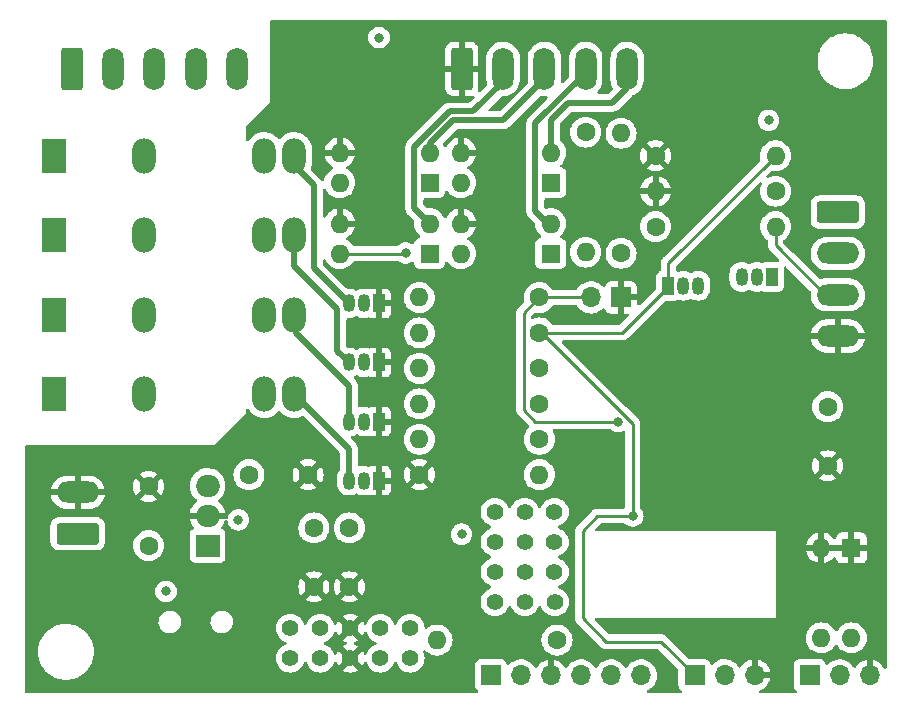
<source format=gbr>
%TF.GenerationSoftware,KiCad,Pcbnew,(6.0.7)*%
%TF.CreationDate,2023-01-15T20:37:24-05:00*%
%TF.ProjectId,ESPoules,4553506f-756c-4657-932e-6b696361645f,rev?*%
%TF.SameCoordinates,Original*%
%TF.FileFunction,Copper,L4,Bot*%
%TF.FilePolarity,Positive*%
%FSLAX46Y46*%
G04 Gerber Fmt 4.6, Leading zero omitted, Abs format (unit mm)*
G04 Created by KiCad (PCBNEW (6.0.7)) date 2023-01-15 20:37:24*
%MOMM*%
%LPD*%
G01*
G04 APERTURE LIST*
G04 Aperture macros list*
%AMRoundRect*
0 Rectangle with rounded corners*
0 $1 Rounding radius*
0 $2 $3 $4 $5 $6 $7 $8 $9 X,Y pos of 4 corners*
0 Add a 4 corners polygon primitive as box body*
4,1,4,$2,$3,$4,$5,$6,$7,$8,$9,$2,$3,0*
0 Add four circle primitives for the rounded corners*
1,1,$1+$1,$2,$3*
1,1,$1+$1,$4,$5*
1,1,$1+$1,$6,$7*
1,1,$1+$1,$8,$9*
0 Add four rect primitives between the rounded corners*
20,1,$1+$1,$2,$3,$4,$5,0*
20,1,$1+$1,$4,$5,$6,$7,0*
20,1,$1+$1,$6,$7,$8,$9,0*
20,1,$1+$1,$8,$9,$2,$3,0*%
G04 Aperture macros list end*
%TA.AperFunction,ComponentPad*%
%ADD10C,1.400000*%
%TD*%
%TA.AperFunction,ComponentPad*%
%ADD11R,1.700000X1.700000*%
%TD*%
%TA.AperFunction,ComponentPad*%
%ADD12O,1.700000X1.700000*%
%TD*%
%TA.AperFunction,ComponentPad*%
%ADD13R,2.000000X3.000000*%
%TD*%
%TA.AperFunction,ComponentPad*%
%ADD14O,2.000000X3.000000*%
%TD*%
%TA.AperFunction,ComponentPad*%
%ADD15C,1.600000*%
%TD*%
%TA.AperFunction,ComponentPad*%
%ADD16O,1.600000X1.600000*%
%TD*%
%TA.AperFunction,ComponentPad*%
%ADD17R,1.600000X1.600000*%
%TD*%
%TA.AperFunction,ComponentPad*%
%ADD18R,2.000000X1.905000*%
%TD*%
%TA.AperFunction,ComponentPad*%
%ADD19O,2.000000X1.905000*%
%TD*%
%TA.AperFunction,ComponentPad*%
%ADD20R,1.050000X1.500000*%
%TD*%
%TA.AperFunction,ComponentPad*%
%ADD21O,1.050000X1.500000*%
%TD*%
%TA.AperFunction,ComponentPad*%
%ADD22RoundRect,0.250000X-0.650000X-1.550000X0.650000X-1.550000X0.650000X1.550000X-0.650000X1.550000X0*%
%TD*%
%TA.AperFunction,ComponentPad*%
%ADD23O,1.800000X3.600000*%
%TD*%
%TA.AperFunction,ComponentPad*%
%ADD24RoundRect,0.250000X1.550000X-0.650000X1.550000X0.650000X-1.550000X0.650000X-1.550000X-0.650000X0*%
%TD*%
%TA.AperFunction,ComponentPad*%
%ADD25O,3.600000X1.800000*%
%TD*%
%TA.AperFunction,ComponentPad*%
%ADD26RoundRect,0.250000X-1.550000X0.650000X-1.550000X-0.650000X1.550000X-0.650000X1.550000X0.650000X0*%
%TD*%
%TA.AperFunction,ViaPad*%
%ADD27C,0.800000*%
%TD*%
%TA.AperFunction,Conductor*%
%ADD28C,0.250000*%
%TD*%
%TA.AperFunction,Conductor*%
%ADD29C,0.500000*%
%TD*%
G04 APERTURE END LIST*
D10*
%TO.P,REF\u002A\u002A,1*%
%TO.N,+3.3V*%
X162540000Y-149540000D03*
%TD*%
D11*
%TO.P,J9,1,NC*%
%TO.N,unconnected-(J9-Pad1)*%
X177000000Y-151000000D03*
D12*
%TO.P,J9,2,Vcc*%
%TO.N,+5V*%
X179540000Y-151000000D03*
%TO.P,J9,3,GND*%
%TO.N,GND*%
X182080000Y-151000000D03*
%TO.P,J9,4,Vout*%
%TO.N,Net-(R1-Pad1)*%
X184620000Y-151000000D03*
%TO.P,J9,5,NC*%
%TO.N,unconnected-(J9-Pad5)*%
X187160000Y-151000000D03*
%TO.P,J9,6,NC*%
%TO.N,unconnected-(J9-Pad6)*%
X189700000Y-151000000D03*
%TD*%
D10*
%TO.P,REF\u002A\u002A,1*%
%TO.N,+3.3V*%
X162540000Y-147000000D03*
%TD*%
D13*
%TO.P,U5,1*%
%TO.N,Net-(J2-Pad1)*%
X140000000Y-113731000D03*
D14*
%TO.P,U5,2*%
%TO.N,Net-(J2-Pad3)*%
X147620000Y-113731000D03*
%TO.P,U5,3*%
%TO.N,+5V*%
X157780000Y-113731000D03*
%TO.P,U5,4*%
%TO.N,Net-(Q2-Pad3)*%
X160320000Y-113731000D03*
%TD*%
D11*
%TO.P,J5,1,Pin_1*%
%TO.N,/GPIO01*%
X194225000Y-150975000D03*
D12*
%TO.P,J5,2,Pin_2*%
X196765000Y-150975000D03*
%TO.P,J5,3,Pin_3*%
%TO.N,GND*%
X199305000Y-150975000D03*
%TD*%
D10*
%TO.P,REF\u002A\u002A,1*%
%TO.N,N/C*%
X179839765Y-139700000D03*
%TD*%
D15*
%TO.P,R10,1*%
%TO.N,/GPIO03*%
X181080000Y-128000000D03*
D16*
%TO.P,R10,2*%
%TO.N,Net-(Q4-Pad2)*%
X170920000Y-128000000D03*
%TD*%
D10*
%TO.P,REF\u002A\u002A,1*%
%TO.N,N/C*%
X170160000Y-149540000D03*
%TD*%
D15*
%TO.P,C5,1*%
%TO.N,+3.3V*%
X205500000Y-128250000D03*
%TO.P,C5,2*%
%TO.N,GND*%
X205500000Y-133250000D03*
%TD*%
%TO.P,R2,1*%
%TO.N,GND*%
X170920000Y-134000000D03*
D16*
%TO.P,R2,2*%
%TO.N,Net-(R2-Pad2)*%
X181080000Y-134000000D03*
%TD*%
D10*
%TO.P,REF\u002A\u002A,1*%
%TO.N,N/C*%
X182366740Y-139700000D03*
%TD*%
D15*
%TO.P,C4,1*%
%TO.N,+3.3V*%
X165000000Y-138500000D03*
%TO.P,C4,2*%
%TO.N,GND*%
X165000000Y-143500000D03*
%TD*%
D17*
%TO.P,U11,1*%
%TO.N,Net-(D10-Pad1)*%
X182050000Y-115275000D03*
D16*
%TO.P,U11,2*%
%TO.N,Net-(J6-Pad4)*%
X182050000Y-112735000D03*
%TO.P,U11,3*%
%TO.N,GND*%
X174430000Y-112735000D03*
%TO.P,U11,4*%
%TO.N,/GPIO12*%
X174430000Y-115275000D03*
%TD*%
D11*
%TO.P,J4,1,Pin_1*%
%TO.N,GND*%
X188000000Y-119000000D03*
D12*
%TO.P,J4,2,Pin_2*%
%TO.N,/GPIO00*%
X185460000Y-119000000D03*
%TD*%
D15*
%TO.P,R7,1*%
%TO.N,/GPIO00*%
X181080000Y-119000000D03*
D16*
%TO.P,R7,2*%
%TO.N,Net-(Q1-Pad2)*%
X170920000Y-119000000D03*
%TD*%
D15*
%TO.P,R8,1*%
%TO.N,/GPIO01*%
X181080000Y-122000000D03*
D16*
%TO.P,R8,2*%
%TO.N,Net-(Q2-Pad2)*%
X170920000Y-122000000D03*
%TD*%
D18*
%TO.P,U14,1,VI*%
%TO.N,Net-(C3-Pad1)*%
X153000000Y-140000000D03*
D19*
%TO.P,U14,2,GND*%
%TO.N,GND*%
X153000000Y-137460000D03*
%TO.P,U14,3,VO*%
%TO.N,+5V*%
X153000000Y-134920000D03*
%TD*%
D15*
%TO.P,R3,1*%
%TO.N,Net-(R2-Pad2)*%
X181080000Y-131000000D03*
D16*
%TO.P,R3,2*%
%TO.N,/ADC*%
X170920000Y-131000000D03*
%TD*%
D20*
%TO.P,Q5,1,E*%
%TO.N,/GPIO01*%
X192000000Y-118000000D03*
D21*
%TO.P,Q5,2,B*%
%TO.N,Net-(Q5-Pad2)*%
X193270000Y-118000000D03*
%TO.P,Q5,3,C*%
%TO.N,+3.3V*%
X194540000Y-118000000D03*
%TD*%
D15*
%TO.P,C3,1*%
%TO.N,Net-(C3-Pad1)*%
X148000000Y-140000000D03*
%TO.P,C3,2*%
%TO.N,GND*%
X148000000Y-135000000D03*
%TD*%
D10*
%TO.P,REF\u002A\u002A,1*%
%TO.N,N/C*%
X179839765Y-137160000D03*
%TD*%
%TO.P,+,1*%
%TO.N,unconnected-(U8-Pad7)*%
X177323246Y-139700000D03*
%TD*%
D11*
%TO.P,J8,1,Pin_1*%
%TO.N,+3.3V*%
X203975000Y-151000000D03*
D12*
%TO.P,J8,2,Pin_2*%
%TO.N,/GPIO4*%
X206515000Y-151000000D03*
%TO.P,J8,3,Pin_3*%
%TO.N,GND*%
X209055000Y-151000000D03*
%TD*%
D22*
%TO.P,J2,1,Pin_1*%
%TO.N,Net-(J2-Pad1)*%
X141500000Y-99642500D03*
D23*
%TO.P,J2,2,Pin_2*%
%TO.N,Net-(J2-Pad2)*%
X145000000Y-99642500D03*
%TO.P,J2,3,Pin_3*%
%TO.N,Net-(J2-Pad3)*%
X148500000Y-99642500D03*
%TO.P,J2,4,Pin_4*%
%TO.N,Net-(J2-Pad4)*%
X152000000Y-99642500D03*
%TO.P,J2,5,Pin_5*%
%TO.N,Net-(J2-Pad5)*%
X155500000Y-99642500D03*
%TD*%
D24*
%TO.P,J3,1,Pin_1*%
%TO.N,Net-(C3-Pad1)*%
X142000000Y-139000000D03*
D25*
%TO.P,J3,2,Pin_2*%
%TO.N,GND*%
X142000000Y-135500000D03*
%TD*%
D10*
%TO.P,REF\u002A\u002A,1*%
%TO.N,GND*%
X165080000Y-149540000D03*
%TD*%
%TO.P,REF\u002A\u002A,1*%
%TO.N,N/C*%
X170160000Y-147000000D03*
%TD*%
%TO.P,REF\u002A\u002A,1*%
%TO.N,N/C*%
X177323246Y-137160000D03*
%TD*%
%TO.P,REF\u002A\u002A,1*%
%TO.N,N/C*%
X179863246Y-144780000D03*
%TD*%
%TO.P,REF\u002A\u002A,1*%
%TO.N,GND*%
X165080000Y-147000000D03*
%TD*%
D17*
%TO.P,U9,1*%
%TO.N,Net-(U9-Pad1)*%
X171800000Y-115275000D03*
D16*
%TO.P,U9,2*%
%TO.N,Net-(J6-Pad2)*%
X171800000Y-112735000D03*
%TO.P,U9,3*%
%TO.N,GND*%
X164180000Y-112735000D03*
%TO.P,U9,4*%
%TO.N,/GPIO4*%
X164180000Y-115275000D03*
%TD*%
D15*
%TO.P,R1,1*%
%TO.N,Net-(R1-Pad1)*%
X182580000Y-148000000D03*
D16*
%TO.P,R1,2*%
%TO.N,Net-(R1-Pad2)*%
X172420000Y-148000000D03*
%TD*%
D17*
%TO.P,U12,1*%
%TO.N,Net-(D11-Pad1)*%
X182050000Y-109275000D03*
D16*
%TO.P,U12,2*%
%TO.N,Net-(J6-Pad5)*%
X182050000Y-106735000D03*
%TO.P,U12,3*%
%TO.N,GND*%
X174430000Y-106735000D03*
%TO.P,U12,4*%
%TO.N,/GPIO13*%
X174430000Y-109275000D03*
%TD*%
D10*
%TO.P,-,1*%
%TO.N,unconnected-(U8-Pad6)*%
X177323246Y-142240000D03*
%TD*%
%TO.P,REF\u002A\u002A,1*%
%TO.N,+5V*%
X160000000Y-149540000D03*
%TD*%
%TO.P,REF\u002A\u002A,1*%
%TO.N,N/C*%
X179839765Y-142240000D03*
%TD*%
D17*
%TO.P,SW1,1*%
%TO.N,GND*%
X207500000Y-140200000D03*
D16*
%TO.P,SW1,2*%
X204960000Y-140200000D03*
%TO.P,SW1,3*%
%TO.N,Net-(SW1-Pad3)*%
X204960000Y-147820000D03*
%TO.P,SW1,4*%
%TO.N,Net-(SW1-Pad4)*%
X207500000Y-147820000D03*
%TD*%
D15*
%TO.P,RTRIG1,1*%
%TO.N,/GPIO00*%
X188000000Y-115250000D03*
D16*
%TO.P,RTRIG1,2*%
%TO.N,Net-(Q6-Pad2)*%
X188000000Y-105090000D03*
%TD*%
D20*
%TO.P,Q2,1,E*%
%TO.N,GND*%
X167500000Y-124500000D03*
D21*
%TO.P,Q2,2,B*%
%TO.N,Net-(Q2-Pad2)*%
X166230000Y-124500000D03*
%TO.P,Q2,3,C*%
%TO.N,Net-(Q2-Pad3)*%
X164960000Y-124500000D03*
%TD*%
D15*
%TO.P,R17,1*%
%TO.N,Net-(Q6-Pad3)*%
X185000000Y-105000000D03*
D16*
%TO.P,R17,2*%
%TO.N,+5V*%
X185000000Y-115160000D03*
%TD*%
D20*
%TO.P,Q3,1,E*%
%TO.N,GND*%
X167500000Y-129500000D03*
D21*
%TO.P,Q3,2,B*%
%TO.N,Net-(Q3-Pad2)*%
X166230000Y-129500000D03*
%TO.P,Q3,3,C*%
%TO.N,Net-(Q3-Pad3)*%
X164960000Y-129500000D03*
%TD*%
D10*
%TO.P,REF\u002A\u002A,1*%
%TO.N,N/C*%
X182390221Y-144780000D03*
%TD*%
D15*
%TO.P,R16,1*%
%TO.N,GND*%
X190920000Y-107000000D03*
D16*
%TO.P,R16,2*%
%TO.N,/GPIO01*%
X201080000Y-107000000D03*
%TD*%
D15*
%TO.P,C1,1*%
%TO.N,+5V*%
X156500000Y-134000000D03*
%TO.P,C1,2*%
%TO.N,GND*%
X161500000Y-134000000D03*
%TD*%
%TO.P,RECHO1,1*%
%TO.N,Net-(Q5-Pad2)*%
X190920000Y-113000000D03*
D16*
%TO.P,RECHO1,2*%
%TO.N,Net-(J7-Pad3)*%
X201080000Y-113000000D03*
%TD*%
D20*
%TO.P,Q4,1,E*%
%TO.N,GND*%
X167500000Y-134500000D03*
D21*
%TO.P,Q4,2,B*%
%TO.N,Net-(Q4-Pad2)*%
X166230000Y-134500000D03*
%TO.P,Q4,3,C*%
%TO.N,Net-(Q4-Pad3)*%
X164960000Y-134500000D03*
%TD*%
D10*
%TO.P,REF\u002A\u002A,1*%
%TO.N,+5V*%
X160000000Y-147000000D03*
%TD*%
D20*
%TO.P,Q1,1,E*%
%TO.N,GND*%
X167500000Y-119500000D03*
D21*
%TO.P,Q1,2,B*%
%TO.N,Net-(Q1-Pad2)*%
X166230000Y-119500000D03*
%TO.P,Q1,3,C*%
%TO.N,Net-(Q1-Pad3)*%
X164960000Y-119500000D03*
%TD*%
D13*
%TO.P,U4,1*%
%TO.N,Net-(J2-Pad1)*%
X140000000Y-107000000D03*
D14*
%TO.P,U4,2*%
%TO.N,Net-(J2-Pad2)*%
X147620000Y-107000000D03*
%TO.P,U4,3*%
%TO.N,+5V*%
X157780000Y-107000000D03*
%TO.P,U4,4*%
%TO.N,Net-(Q1-Pad3)*%
X160320000Y-107000000D03*
%TD*%
D10*
%TO.P,REF\u002A\u002A,1*%
%TO.N,N/C*%
X167620000Y-147000000D03*
%TD*%
D22*
%TO.P,J6,1,Pin_1*%
%TO.N,GND*%
X174517500Y-99642500D03*
D23*
%TO.P,J6,2,Pin_2*%
%TO.N,Net-(J6-Pad2)*%
X178017500Y-99642500D03*
%TO.P,J6,3,Pin_3*%
%TO.N,Net-(J6-Pad3)*%
X181517500Y-99642500D03*
%TO.P,J6,4,Pin_4*%
%TO.N,Net-(J6-Pad4)*%
X185017500Y-99642500D03*
%TO.P,J6,5,Pin_5*%
%TO.N,Net-(J6-Pad5)*%
X188517500Y-99642500D03*
%TD*%
D13*
%TO.P,U7,1*%
%TO.N,Net-(J2-Pad1)*%
X140000000Y-127193000D03*
D14*
%TO.P,U7,2*%
%TO.N,Net-(J2-Pad5)*%
X147620000Y-127193000D03*
%TO.P,U7,3*%
%TO.N,+5V*%
X157780000Y-127193000D03*
%TO.P,U7,4*%
%TO.N,Net-(Q4-Pad3)*%
X160320000Y-127193000D03*
%TD*%
D10*
%TO.P,REF\u002A\u002A,1*%
%TO.N,N/C*%
X182366740Y-142240000D03*
%TD*%
D15*
%TO.P,R15,1*%
%TO.N,Net-(D7-Pad1)*%
X201080000Y-110000000D03*
D16*
%TO.P,R15,2*%
%TO.N,GND*%
X190920000Y-110000000D03*
%TD*%
D20*
%TO.P,Q6,1,E*%
%TO.N,Net-(J7-Pad2)*%
X200750000Y-117250000D03*
D21*
%TO.P,Q6,2,B*%
%TO.N,Net-(Q6-Pad2)*%
X199480000Y-117250000D03*
%TO.P,Q6,3,C*%
%TO.N,Net-(Q6-Pad3)*%
X198210000Y-117250000D03*
%TD*%
D13*
%TO.P,U6,1*%
%TO.N,Net-(J2-Pad1)*%
X140000000Y-120462000D03*
D14*
%TO.P,U6,2*%
%TO.N,Net-(J2-Pad4)*%
X147620000Y-120462000D03*
%TO.P,U6,3*%
%TO.N,+5V*%
X157780000Y-120462000D03*
%TO.P,U6,4*%
%TO.N,Net-(Q3-Pad3)*%
X160320000Y-120462000D03*
%TD*%
D10*
%TO.P,REF\u002A\u002A,1*%
%TO.N,N/C*%
X167620000Y-149540000D03*
%TD*%
D15*
%TO.P,R9,1*%
%TO.N,/GPIO02*%
X181080000Y-125000000D03*
D16*
%TO.P,R9,2*%
%TO.N,Net-(Q3-Pad2)*%
X170920000Y-125000000D03*
%TD*%
D10*
%TO.P,OUT,1*%
%TO.N,unconnected-(U8-Pad5)*%
X177323246Y-144780000D03*
%TD*%
D15*
%TO.P,C2,1*%
%TO.N,+3.3V*%
X162000000Y-138500000D03*
%TO.P,C2,2*%
%TO.N,GND*%
X162000000Y-143500000D03*
%TD*%
D17*
%TO.P,U10,1*%
%TO.N,Net-(D9-Pad1)*%
X171800000Y-109275000D03*
D16*
%TO.P,U10,2*%
%TO.N,Net-(J6-Pad3)*%
X171800000Y-106735000D03*
%TO.P,U10,3*%
%TO.N,GND*%
X164180000Y-106735000D03*
%TO.P,U10,4*%
%TO.N,/GPIO5*%
X164180000Y-109275000D03*
%TD*%
D26*
%TO.P,J7,1,Pin_1*%
%TO.N,+5V*%
X206357500Y-111767500D03*
D25*
%TO.P,J7,2,Pin_2*%
%TO.N,Net-(J7-Pad2)*%
X206357500Y-115267500D03*
%TO.P,J7,3,Pin_3*%
%TO.N,Net-(J7-Pad3)*%
X206357500Y-118767500D03*
%TO.P,J7,4,Pin_4*%
%TO.N,GND*%
X206357500Y-122267500D03*
%TD*%
D10*
%TO.P,REF\u002A\u002A,1*%
%TO.N,N/C*%
X182366740Y-137160000D03*
%TD*%
D27*
%TO.N,GND*%
X207975200Y-108762800D03*
X187350400Y-123698000D03*
%TO.N,+5V*%
X200495200Y-104000000D03*
X167510400Y-97000000D03*
X174498000Y-139039600D03*
X155600400Y-137820400D03*
X149479000Y-143891000D03*
%TO.N,GND*%
X154559000Y-143891000D03*
%TO.N,/GPIO00*%
X187750000Y-129500000D03*
%TO.N,/GPIO01*%
X189000000Y-137500000D03*
%TO.N,/GPIO4*%
X169767795Y-115232205D03*
%TD*%
D28*
%TO.N,/GPIO01*%
X188083200Y-122000000D02*
X192000000Y-118083200D01*
X192000000Y-118083200D02*
X192000000Y-118000000D01*
X181080000Y-122000000D02*
X188083200Y-122000000D01*
X181283600Y-122000000D02*
X181080000Y-122000000D01*
X189000000Y-129716400D02*
X181283600Y-122000000D01*
X189000000Y-137500000D02*
X189000000Y-129716400D01*
X186003222Y-137500000D02*
X189000000Y-137500000D01*
X184755000Y-138748222D02*
X186003222Y-137500000D01*
X184755000Y-146171778D02*
X184755000Y-138748222D01*
X186716022Y-148132800D02*
X184755000Y-146171778D01*
X191382800Y-148132800D02*
X186716022Y-148132800D01*
X194225000Y-150975000D02*
X191382800Y-148132800D01*
%TO.N,/GPIO00*%
X181080000Y-119000000D02*
X179750000Y-120330000D01*
X180750000Y-129500000D02*
X187750000Y-129500000D01*
X181080000Y-119000000D02*
X185460000Y-119000000D01*
X179750000Y-120330000D02*
X179750000Y-128500000D01*
X179750000Y-128500000D02*
X180750000Y-129500000D01*
%TO.N,/GPIO01*%
X192000000Y-116080000D02*
X201080000Y-107000000D01*
X192000000Y-118000000D02*
X192000000Y-118225000D01*
X192000000Y-118000000D02*
X192000000Y-116080000D01*
D29*
%TO.N,Net-(J6-Pad2)*%
X171800000Y-112735000D02*
X170500000Y-111435000D01*
X170500000Y-106250000D02*
X173500000Y-103250000D01*
X178017500Y-100732500D02*
X178017500Y-99642500D01*
X175500000Y-103250000D02*
X178017500Y-100732500D01*
X170500000Y-111435000D02*
X170500000Y-106250000D01*
X173500000Y-103250000D02*
X175500000Y-103250000D01*
%TO.N,Net-(J6-Pad3)*%
X171800000Y-106735000D02*
X171800000Y-105939950D01*
X178000000Y-104000000D02*
X181517500Y-100482500D01*
X181517500Y-100482500D02*
X181517500Y-99642500D01*
X173739950Y-104000000D02*
X178000000Y-104000000D01*
X171800000Y-105939950D02*
X173739950Y-104000000D01*
%TO.N,Net-(J6-Pad4)*%
X181800000Y-112735000D02*
X180750000Y-111685000D01*
X185017500Y-99982500D02*
X185017500Y-99642500D01*
X180750000Y-104250000D02*
X185017500Y-99982500D01*
X180750000Y-111685000D02*
X180750000Y-104250000D01*
%TO.N,Net-(J6-Pad5)*%
X188517500Y-101232500D02*
X188517500Y-99642500D01*
X182050000Y-103939950D02*
X183489950Y-102500000D01*
X182050000Y-106735000D02*
X182050000Y-103939950D01*
X183489950Y-102500000D02*
X187250000Y-102500000D01*
X187250000Y-102500000D02*
X188517500Y-101232500D01*
D28*
%TO.N,Net-(J7-Pad3)*%
X205267500Y-118767500D02*
X201080000Y-114580000D01*
X206357500Y-118767500D02*
X205267500Y-118767500D01*
X201080000Y-114580000D02*
X201080000Y-113000000D01*
%TO.N,/GPIO4*%
X164180000Y-115275000D02*
X169725000Y-115275000D01*
X169725000Y-115275000D02*
X169767795Y-115232205D01*
D29*
%TO.N,Net-(Q1-Pad3)*%
X162000000Y-109500000D02*
X160320000Y-107820000D01*
X160320000Y-107820000D02*
X160320000Y-107000000D01*
X162000000Y-116540000D02*
X162000000Y-109500000D01*
X164960000Y-119500000D02*
X162000000Y-116540000D01*
%TO.N,Net-(Q2-Pad3)*%
X164960000Y-124500000D02*
X163985000Y-123525000D01*
X163985000Y-123525000D02*
X163985000Y-119985000D01*
X163985000Y-119985000D02*
X160320000Y-116320000D01*
X160320000Y-116320000D02*
X160320000Y-113731000D01*
%TO.N,Net-(Q3-Pad3)*%
X160500000Y-120642000D02*
X160320000Y-120462000D01*
X160500000Y-122000000D02*
X160500000Y-120642000D01*
X164960000Y-126460000D02*
X160500000Y-122000000D01*
X164960000Y-129500000D02*
X164960000Y-126460000D01*
%TO.N,Net-(Q4-Pad3)*%
X164960000Y-131833000D02*
X160320000Y-127193000D01*
X164960000Y-134500000D02*
X164960000Y-131833000D01*
%TD*%
%TA.AperFunction,Conductor*%
%TO.N,GND*%
G36*
X210433621Y-95528502D02*
G01*
X210480114Y-95582158D01*
X210491500Y-95634500D01*
X210491500Y-150294716D01*
X210471498Y-150362837D01*
X210417842Y-150409330D01*
X210347568Y-150419434D01*
X210282988Y-150389940D01*
X210254458Y-150354261D01*
X210253106Y-150351739D01*
X210137426Y-150172926D01*
X210131136Y-150164757D01*
X209987806Y-150007240D01*
X209980273Y-150000215D01*
X209813139Y-149868222D01*
X209804552Y-149862517D01*
X209618117Y-149759599D01*
X209608705Y-149755369D01*
X209407959Y-149684280D01*
X209397988Y-149681646D01*
X209326837Y-149668972D01*
X209313540Y-149670432D01*
X209309000Y-149684989D01*
X209309000Y-151128000D01*
X209288998Y-151196121D01*
X209235342Y-151242614D01*
X209183000Y-151254000D01*
X208927000Y-151254000D01*
X208858879Y-151233998D01*
X208812386Y-151180342D01*
X208801000Y-151128000D01*
X208801000Y-149683102D01*
X208797082Y-149669758D01*
X208782806Y-149667771D01*
X208744324Y-149673660D01*
X208734288Y-149676051D01*
X208531868Y-149742212D01*
X208522359Y-149746209D01*
X208333463Y-149844542D01*
X208324738Y-149850036D01*
X208154433Y-149977905D01*
X208146726Y-149984748D01*
X207999590Y-150138717D01*
X207993109Y-150146722D01*
X207888498Y-150300074D01*
X207833587Y-150345076D01*
X207763062Y-150353247D01*
X207699315Y-150321993D01*
X207678618Y-150297509D01*
X207597822Y-150172617D01*
X207597820Y-150172614D01*
X207595014Y-150168277D01*
X207444670Y-150003051D01*
X207440619Y-149999852D01*
X207440615Y-149999848D01*
X207273414Y-149867800D01*
X207273410Y-149867798D01*
X207269359Y-149864598D01*
X207233028Y-149844542D01*
X207186972Y-149819118D01*
X207073789Y-149756638D01*
X207068920Y-149754914D01*
X207068916Y-149754912D01*
X206868087Y-149683795D01*
X206868083Y-149683794D01*
X206863212Y-149682069D01*
X206858119Y-149681162D01*
X206858116Y-149681161D01*
X206648373Y-149643800D01*
X206648367Y-149643799D01*
X206643284Y-149642894D01*
X206569452Y-149641992D01*
X206425081Y-149640228D01*
X206425079Y-149640228D01*
X206419911Y-149640165D01*
X206199091Y-149673955D01*
X205986756Y-149743357D01*
X205951445Y-149761739D01*
X205799993Y-149840580D01*
X205788607Y-149846507D01*
X205784474Y-149849610D01*
X205784471Y-149849612D01*
X205614100Y-149977530D01*
X205609965Y-149980635D01*
X205553174Y-150040064D01*
X205529283Y-150065064D01*
X205467759Y-150100494D01*
X205396846Y-150097037D01*
X205339060Y-150055791D01*
X205320207Y-150022243D01*
X205278767Y-149911703D01*
X205275615Y-149903295D01*
X205188261Y-149786739D01*
X205071705Y-149699385D01*
X204935316Y-149648255D01*
X204873134Y-149641500D01*
X203076866Y-149641500D01*
X203014684Y-149648255D01*
X202878295Y-149699385D01*
X202761739Y-149786739D01*
X202674385Y-149903295D01*
X202623255Y-150039684D01*
X202616500Y-150101866D01*
X202616500Y-151898134D01*
X202623255Y-151960316D01*
X202674385Y-152096705D01*
X202761739Y-152213261D01*
X202768919Y-152218642D01*
X202768920Y-152218643D01*
X202830339Y-152264674D01*
X202872854Y-152321533D01*
X202877880Y-152392352D01*
X202843820Y-152454645D01*
X202781489Y-152488635D01*
X202754774Y-152491500D01*
X199834719Y-152491500D01*
X199766598Y-152471498D01*
X199720105Y-152417842D01*
X199710001Y-152347568D01*
X199739495Y-152282988D01*
X199792951Y-152248412D01*
X199792430Y-152247082D01*
X199806842Y-152241433D01*
X199998095Y-152147739D01*
X200006945Y-152142464D01*
X200180328Y-152018792D01*
X200188200Y-152012139D01*
X200339052Y-151861812D01*
X200345730Y-151853965D01*
X200470003Y-151681020D01*
X200475313Y-151672183D01*
X200569670Y-151481267D01*
X200573469Y-151471672D01*
X200635377Y-151267910D01*
X200637555Y-151257837D01*
X200638986Y-151246962D01*
X200636775Y-151232778D01*
X200623617Y-151229000D01*
X199177000Y-151229000D01*
X199108879Y-151208998D01*
X199062386Y-151155342D01*
X199051000Y-151103000D01*
X199051000Y-150702885D01*
X199559000Y-150702885D01*
X199563475Y-150718124D01*
X199564865Y-150719329D01*
X199572548Y-150721000D01*
X200623344Y-150721000D01*
X200636875Y-150717027D01*
X200638180Y-150707947D01*
X200596214Y-150540875D01*
X200592894Y-150531124D01*
X200507972Y-150335814D01*
X200503105Y-150326739D01*
X200387426Y-150147926D01*
X200381136Y-150139757D01*
X200237806Y-149982240D01*
X200230273Y-149975215D01*
X200063139Y-149843222D01*
X200054552Y-149837517D01*
X199868117Y-149734599D01*
X199858705Y-149730369D01*
X199657959Y-149659280D01*
X199647988Y-149656646D01*
X199576837Y-149643972D01*
X199563540Y-149645432D01*
X199559000Y-149659989D01*
X199559000Y-150702885D01*
X199051000Y-150702885D01*
X199051000Y-149658102D01*
X199047082Y-149644758D01*
X199032806Y-149642771D01*
X198994324Y-149648660D01*
X198984288Y-149651051D01*
X198781868Y-149717212D01*
X198772359Y-149721209D01*
X198583463Y-149819542D01*
X198574738Y-149825036D01*
X198404433Y-149952905D01*
X198396726Y-149959748D01*
X198249590Y-150113717D01*
X198243109Y-150121722D01*
X198138498Y-150275074D01*
X198083587Y-150320076D01*
X198013062Y-150328247D01*
X197949315Y-150296993D01*
X197928618Y-150272509D01*
X197847822Y-150147617D01*
X197847820Y-150147614D01*
X197845014Y-150143277D01*
X197694670Y-149978051D01*
X197690619Y-149974852D01*
X197690615Y-149974848D01*
X197523414Y-149842800D01*
X197523410Y-149842798D01*
X197519359Y-149839598D01*
X197483028Y-149819542D01*
X197436611Y-149793919D01*
X197323789Y-149731638D01*
X197318920Y-149729914D01*
X197318916Y-149729912D01*
X197118087Y-149658795D01*
X197118083Y-149658794D01*
X197113212Y-149657069D01*
X197108119Y-149656162D01*
X197108116Y-149656161D01*
X196898373Y-149618800D01*
X196898367Y-149618799D01*
X196893284Y-149617894D01*
X196819452Y-149616992D01*
X196675081Y-149615228D01*
X196675079Y-149615228D01*
X196669911Y-149615165D01*
X196449091Y-149648955D01*
X196236756Y-149718357D01*
X196038607Y-149821507D01*
X196034474Y-149824610D01*
X196034471Y-149824612D01*
X195864100Y-149952530D01*
X195859965Y-149955635D01*
X195786717Y-150032285D01*
X195779283Y-150040064D01*
X195717759Y-150075494D01*
X195646846Y-150072037D01*
X195589060Y-150030791D01*
X195570207Y-149997243D01*
X195528767Y-149886703D01*
X195525615Y-149878295D01*
X195438261Y-149761739D01*
X195321705Y-149674385D01*
X195185316Y-149623255D01*
X195123134Y-149616500D01*
X193814594Y-149616500D01*
X193746473Y-149596498D01*
X193725499Y-149579595D01*
X192815904Y-148669999D01*
X191965905Y-147820000D01*
X203646502Y-147820000D01*
X203666457Y-148048087D01*
X203667881Y-148053400D01*
X203667881Y-148053402D01*
X203703209Y-148185245D01*
X203725716Y-148269243D01*
X203728039Y-148274224D01*
X203728039Y-148274225D01*
X203820151Y-148471762D01*
X203820154Y-148471767D01*
X203822477Y-148476749D01*
X203860673Y-148531298D01*
X203950195Y-148659148D01*
X203953802Y-148664300D01*
X204115700Y-148826198D01*
X204120208Y-148829355D01*
X204120211Y-148829357D01*
X204162333Y-148858851D01*
X204303251Y-148957523D01*
X204308233Y-148959846D01*
X204308238Y-148959849D01*
X204505775Y-149051961D01*
X204510757Y-149054284D01*
X204516065Y-149055706D01*
X204516067Y-149055707D01*
X204726598Y-149112119D01*
X204726600Y-149112119D01*
X204731913Y-149113543D01*
X204960000Y-149133498D01*
X205188087Y-149113543D01*
X205193400Y-149112119D01*
X205193402Y-149112119D01*
X205403933Y-149055707D01*
X205403935Y-149055706D01*
X205409243Y-149054284D01*
X205414225Y-149051961D01*
X205611762Y-148959849D01*
X205611767Y-148959846D01*
X205616749Y-148957523D01*
X205757667Y-148858851D01*
X205799789Y-148829357D01*
X205799792Y-148829355D01*
X205804300Y-148826198D01*
X205966198Y-148664300D01*
X205969806Y-148659148D01*
X206059327Y-148531298D01*
X206097523Y-148476749D01*
X206099846Y-148471767D01*
X206099849Y-148471762D01*
X206115805Y-148437543D01*
X206162722Y-148384258D01*
X206230999Y-148364797D01*
X206298959Y-148385339D01*
X206344195Y-148437543D01*
X206360151Y-148471762D01*
X206360154Y-148471767D01*
X206362477Y-148476749D01*
X206400673Y-148531298D01*
X206490195Y-148659148D01*
X206493802Y-148664300D01*
X206655700Y-148826198D01*
X206660208Y-148829355D01*
X206660211Y-148829357D01*
X206702333Y-148858851D01*
X206843251Y-148957523D01*
X206848233Y-148959846D01*
X206848238Y-148959849D01*
X207045775Y-149051961D01*
X207050757Y-149054284D01*
X207056065Y-149055706D01*
X207056067Y-149055707D01*
X207266598Y-149112119D01*
X207266600Y-149112119D01*
X207271913Y-149113543D01*
X207500000Y-149133498D01*
X207728087Y-149113543D01*
X207733400Y-149112119D01*
X207733402Y-149112119D01*
X207943933Y-149055707D01*
X207943935Y-149055706D01*
X207949243Y-149054284D01*
X207954225Y-149051961D01*
X208151762Y-148959849D01*
X208151767Y-148959846D01*
X208156749Y-148957523D01*
X208297667Y-148858851D01*
X208339789Y-148829357D01*
X208339792Y-148829355D01*
X208344300Y-148826198D01*
X208506198Y-148664300D01*
X208509806Y-148659148D01*
X208599327Y-148531298D01*
X208637523Y-148476749D01*
X208639846Y-148471767D01*
X208639849Y-148471762D01*
X208731961Y-148274225D01*
X208731961Y-148274224D01*
X208734284Y-148269243D01*
X208756792Y-148185245D01*
X208792119Y-148053402D01*
X208792119Y-148053400D01*
X208793543Y-148048087D01*
X208813498Y-147820000D01*
X208793543Y-147591913D01*
X208790361Y-147580038D01*
X208735707Y-147376067D01*
X208735706Y-147376065D01*
X208734284Y-147370757D01*
X208731385Y-147364539D01*
X208639849Y-147168238D01*
X208639846Y-147168233D01*
X208637523Y-147163251D01*
X208541456Y-147026053D01*
X208509357Y-146980211D01*
X208509355Y-146980208D01*
X208506198Y-146975700D01*
X208344300Y-146813802D01*
X208339792Y-146810645D01*
X208339789Y-146810643D01*
X208211181Y-146720591D01*
X208156749Y-146682477D01*
X208151767Y-146680154D01*
X208151762Y-146680151D01*
X207954225Y-146588039D01*
X207954224Y-146588039D01*
X207949243Y-146585716D01*
X207943935Y-146584294D01*
X207943933Y-146584293D01*
X207733402Y-146527881D01*
X207733400Y-146527881D01*
X207728087Y-146526457D01*
X207500000Y-146506502D01*
X207271913Y-146526457D01*
X207266600Y-146527881D01*
X207266598Y-146527881D01*
X207056067Y-146584293D01*
X207056065Y-146584294D01*
X207050757Y-146585716D01*
X207045776Y-146588039D01*
X207045775Y-146588039D01*
X206848238Y-146680151D01*
X206848233Y-146680154D01*
X206843251Y-146682477D01*
X206788819Y-146720591D01*
X206660211Y-146810643D01*
X206660208Y-146810645D01*
X206655700Y-146813802D01*
X206493802Y-146975700D01*
X206490645Y-146980208D01*
X206490643Y-146980211D01*
X206458544Y-147026053D01*
X206362477Y-147163251D01*
X206360154Y-147168233D01*
X206360151Y-147168238D01*
X206344195Y-147202457D01*
X206297278Y-147255742D01*
X206229001Y-147275203D01*
X206161041Y-147254661D01*
X206115805Y-147202457D01*
X206099849Y-147168238D01*
X206099846Y-147168233D01*
X206097523Y-147163251D01*
X206001456Y-147026053D01*
X205969357Y-146980211D01*
X205969355Y-146980208D01*
X205966198Y-146975700D01*
X205804300Y-146813802D01*
X205799792Y-146810645D01*
X205799789Y-146810643D01*
X205671181Y-146720591D01*
X205616749Y-146682477D01*
X205611767Y-146680154D01*
X205611762Y-146680151D01*
X205414225Y-146588039D01*
X205414224Y-146588039D01*
X205409243Y-146585716D01*
X205403935Y-146584294D01*
X205403933Y-146584293D01*
X205193402Y-146527881D01*
X205193400Y-146527881D01*
X205188087Y-146526457D01*
X204960000Y-146506502D01*
X204731913Y-146526457D01*
X204726600Y-146527881D01*
X204726598Y-146527881D01*
X204516067Y-146584293D01*
X204516065Y-146584294D01*
X204510757Y-146585716D01*
X204505776Y-146588039D01*
X204505775Y-146588039D01*
X204308238Y-146680151D01*
X204308233Y-146680154D01*
X204303251Y-146682477D01*
X204248819Y-146720591D01*
X204120211Y-146810643D01*
X204120208Y-146810645D01*
X204115700Y-146813802D01*
X203953802Y-146975700D01*
X203950645Y-146980208D01*
X203950643Y-146980211D01*
X203918544Y-147026053D01*
X203822477Y-147163251D01*
X203820154Y-147168233D01*
X203820151Y-147168238D01*
X203728615Y-147364539D01*
X203725716Y-147370757D01*
X203724294Y-147376065D01*
X203724293Y-147376067D01*
X203669639Y-147580038D01*
X203666457Y-147591913D01*
X203646502Y-147820000D01*
X191965905Y-147820000D01*
X191886452Y-147740547D01*
X191878912Y-147732261D01*
X191874800Y-147725782D01*
X191825148Y-147679156D01*
X191822307Y-147676402D01*
X191802570Y-147656665D01*
X191799373Y-147654185D01*
X191790351Y-147646480D01*
X191786170Y-147642554D01*
X191758121Y-147616214D01*
X191751175Y-147612395D01*
X191751172Y-147612393D01*
X191740366Y-147606452D01*
X191723847Y-147595601D01*
X191719092Y-147591913D01*
X191707841Y-147583186D01*
X191700572Y-147580041D01*
X191700568Y-147580038D01*
X191667263Y-147565626D01*
X191656613Y-147560409D01*
X191617860Y-147539105D01*
X191598237Y-147534067D01*
X191579534Y-147527663D01*
X191568220Y-147522767D01*
X191568219Y-147522767D01*
X191560945Y-147519619D01*
X191553122Y-147518380D01*
X191553112Y-147518377D01*
X191517276Y-147512701D01*
X191505656Y-147510295D01*
X191470511Y-147501272D01*
X191470510Y-147501272D01*
X191462830Y-147499300D01*
X191442576Y-147499300D01*
X191422865Y-147497749D01*
X191410686Y-147495820D01*
X191402857Y-147494580D01*
X191394965Y-147495326D01*
X191358839Y-147498741D01*
X191346981Y-147499300D01*
X187030616Y-147499300D01*
X186962495Y-147479298D01*
X186941521Y-147462395D01*
X185814222Y-146335095D01*
X185780196Y-146272783D01*
X185785261Y-146201967D01*
X185827808Y-146145132D01*
X185894328Y-146120321D01*
X185903317Y-146120000D01*
X201120000Y-146120000D01*
X201120000Y-140466522D01*
X203677273Y-140466522D01*
X203724764Y-140643761D01*
X203728510Y-140654053D01*
X203820586Y-140851511D01*
X203826069Y-140861007D01*
X203951028Y-141039467D01*
X203958084Y-141047875D01*
X204112125Y-141201916D01*
X204120533Y-141208972D01*
X204298993Y-141333931D01*
X204308489Y-141339414D01*
X204505947Y-141431490D01*
X204516239Y-141435236D01*
X204688503Y-141481394D01*
X204702599Y-141481058D01*
X204706000Y-141473116D01*
X204706000Y-141467967D01*
X205214000Y-141467967D01*
X205217973Y-141481498D01*
X205226522Y-141482727D01*
X205403761Y-141435236D01*
X205414053Y-141431490D01*
X205611511Y-141339414D01*
X205621007Y-141333931D01*
X205799467Y-141208972D01*
X205807875Y-141201916D01*
X205961916Y-141047875D01*
X205972507Y-141035254D01*
X205973357Y-141035968D01*
X206024422Y-140995152D01*
X206095041Y-140987844D01*
X206158401Y-141019877D01*
X206194385Y-141081079D01*
X206197438Y-141098145D01*
X206197895Y-141102353D01*
X206201521Y-141117604D01*
X206246676Y-141238054D01*
X206255214Y-141253649D01*
X206331715Y-141355724D01*
X206344276Y-141368285D01*
X206446351Y-141444786D01*
X206461946Y-141453324D01*
X206582394Y-141498478D01*
X206597649Y-141502105D01*
X206648514Y-141507631D01*
X206655328Y-141508000D01*
X207227885Y-141508000D01*
X207243124Y-141503525D01*
X207244329Y-141502135D01*
X207246000Y-141494452D01*
X207246000Y-141489884D01*
X207754000Y-141489884D01*
X207758475Y-141505123D01*
X207759865Y-141506328D01*
X207767548Y-141507999D01*
X208344669Y-141507999D01*
X208351490Y-141507629D01*
X208402352Y-141502105D01*
X208417604Y-141498479D01*
X208538054Y-141453324D01*
X208553649Y-141444786D01*
X208655724Y-141368285D01*
X208668285Y-141355724D01*
X208744786Y-141253649D01*
X208753324Y-141238054D01*
X208798478Y-141117606D01*
X208802105Y-141102351D01*
X208807631Y-141051486D01*
X208808000Y-141044672D01*
X208808000Y-140472115D01*
X208803525Y-140456876D01*
X208802135Y-140455671D01*
X208794452Y-140454000D01*
X207772115Y-140454000D01*
X207756876Y-140458475D01*
X207755671Y-140459865D01*
X207754000Y-140467548D01*
X207754000Y-141489884D01*
X207246000Y-141489884D01*
X207246000Y-140472115D01*
X207241525Y-140456876D01*
X207240135Y-140455671D01*
X207232452Y-140454000D01*
X205232115Y-140454000D01*
X205216876Y-140458475D01*
X205215671Y-140459865D01*
X205214000Y-140467548D01*
X205214000Y-141467967D01*
X204706000Y-141467967D01*
X204706000Y-140472115D01*
X204701525Y-140456876D01*
X204700135Y-140455671D01*
X204692452Y-140454000D01*
X203692033Y-140454000D01*
X203678502Y-140457973D01*
X203677273Y-140466522D01*
X201120000Y-140466522D01*
X201120000Y-139928503D01*
X203678606Y-139928503D01*
X203678942Y-139942599D01*
X203686884Y-139946000D01*
X204687885Y-139946000D01*
X204703124Y-139941525D01*
X204704329Y-139940135D01*
X204706000Y-139932452D01*
X204706000Y-139927885D01*
X205214000Y-139927885D01*
X205218475Y-139943124D01*
X205219865Y-139944329D01*
X205227548Y-139946000D01*
X207227885Y-139946000D01*
X207243124Y-139941525D01*
X207244329Y-139940135D01*
X207246000Y-139932452D01*
X207246000Y-139927885D01*
X207754000Y-139927885D01*
X207758475Y-139943124D01*
X207759865Y-139944329D01*
X207767548Y-139946000D01*
X208789884Y-139946000D01*
X208805123Y-139941525D01*
X208806328Y-139940135D01*
X208807999Y-139932452D01*
X208807999Y-139355331D01*
X208807629Y-139348510D01*
X208802105Y-139297648D01*
X208798479Y-139282396D01*
X208753324Y-139161946D01*
X208744786Y-139146351D01*
X208668285Y-139044276D01*
X208655724Y-139031715D01*
X208553649Y-138955214D01*
X208538054Y-138946676D01*
X208417606Y-138901522D01*
X208402351Y-138897895D01*
X208351486Y-138892369D01*
X208344672Y-138892000D01*
X207772115Y-138892000D01*
X207756876Y-138896475D01*
X207755671Y-138897865D01*
X207754000Y-138905548D01*
X207754000Y-139927885D01*
X207246000Y-139927885D01*
X207246000Y-138910116D01*
X207241525Y-138894877D01*
X207240135Y-138893672D01*
X207232452Y-138892001D01*
X206655331Y-138892001D01*
X206648510Y-138892371D01*
X206597648Y-138897895D01*
X206582396Y-138901521D01*
X206461946Y-138946676D01*
X206446351Y-138955214D01*
X206344276Y-139031715D01*
X206331715Y-139044276D01*
X206255214Y-139146351D01*
X206246676Y-139161946D01*
X206201522Y-139282394D01*
X206197896Y-139297643D01*
X206197439Y-139301851D01*
X206196168Y-139304910D01*
X206196068Y-139305331D01*
X206196000Y-139305315D01*
X206170199Y-139367414D01*
X206111837Y-139407843D01*
X206040883Y-139410301D01*
X205979864Y-139374008D01*
X205969028Y-139360600D01*
X205961916Y-139352125D01*
X205807875Y-139198084D01*
X205799467Y-139191028D01*
X205621007Y-139066069D01*
X205611511Y-139060586D01*
X205414053Y-138968510D01*
X205403761Y-138964764D01*
X205231497Y-138918606D01*
X205217401Y-138918942D01*
X205214000Y-138926884D01*
X205214000Y-139927885D01*
X204706000Y-139927885D01*
X204706000Y-138932033D01*
X204702027Y-138918502D01*
X204693478Y-138917273D01*
X204516239Y-138964764D01*
X204505947Y-138968510D01*
X204308489Y-139060586D01*
X204298993Y-139066069D01*
X204120533Y-139191028D01*
X204112125Y-139198084D01*
X203958084Y-139352125D01*
X203951028Y-139360533D01*
X203826069Y-139538993D01*
X203820586Y-139548489D01*
X203728510Y-139745947D01*
X203724764Y-139756239D01*
X203678606Y-139928503D01*
X201120000Y-139928503D01*
X201120000Y-138800000D01*
X185903316Y-138800000D01*
X185835195Y-138779998D01*
X185788702Y-138726342D01*
X185778598Y-138656068D01*
X185808092Y-138591488D01*
X185814221Y-138584905D01*
X186228721Y-138170405D01*
X186291033Y-138136379D01*
X186317816Y-138133500D01*
X188291800Y-138133500D01*
X188359921Y-138153502D01*
X188379147Y-138169843D01*
X188379420Y-138169540D01*
X188384332Y-138173963D01*
X188388747Y-138178866D01*
X188398113Y-138185671D01*
X188521141Y-138275056D01*
X188543248Y-138291118D01*
X188549276Y-138293802D01*
X188549278Y-138293803D01*
X188703018Y-138362252D01*
X188717712Y-138368794D01*
X188811113Y-138388647D01*
X188898056Y-138407128D01*
X188898061Y-138407128D01*
X188904513Y-138408500D01*
X189095487Y-138408500D01*
X189101939Y-138407128D01*
X189101944Y-138407128D01*
X189188887Y-138388647D01*
X189282288Y-138368794D01*
X189296982Y-138362252D01*
X189450722Y-138293803D01*
X189450724Y-138293802D01*
X189456752Y-138291118D01*
X189478860Y-138275056D01*
X189567590Y-138210589D01*
X189611253Y-138178866D01*
X189634091Y-138153502D01*
X189734621Y-138041852D01*
X189734622Y-138041851D01*
X189739040Y-138036944D01*
X189817865Y-137900416D01*
X189831223Y-137877279D01*
X189831224Y-137877278D01*
X189834527Y-137871556D01*
X189893542Y-137689928D01*
X189896666Y-137660211D01*
X189912814Y-137506565D01*
X189913504Y-137500000D01*
X189900468Y-137375970D01*
X189894232Y-137316635D01*
X189894232Y-137316633D01*
X189893542Y-137310072D01*
X189834527Y-137128444D01*
X189739040Y-136963056D01*
X189665863Y-136881785D01*
X189635147Y-136817779D01*
X189633500Y-136797476D01*
X189633500Y-134336062D01*
X204778493Y-134336062D01*
X204787789Y-134348077D01*
X204838994Y-134383931D01*
X204848489Y-134389414D01*
X205045947Y-134481490D01*
X205056239Y-134485236D01*
X205266688Y-134541625D01*
X205277481Y-134543528D01*
X205494525Y-134562517D01*
X205505475Y-134562517D01*
X205722519Y-134543528D01*
X205733312Y-134541625D01*
X205943761Y-134485236D01*
X205954053Y-134481490D01*
X206151511Y-134389414D01*
X206161006Y-134383931D01*
X206213048Y-134347491D01*
X206221424Y-134337012D01*
X206214356Y-134323566D01*
X205512812Y-133622022D01*
X205498868Y-133614408D01*
X205497035Y-133614539D01*
X205490420Y-133618790D01*
X204784923Y-134324287D01*
X204778493Y-134336062D01*
X189633500Y-134336062D01*
X189633500Y-133255475D01*
X204187483Y-133255475D01*
X204206472Y-133472519D01*
X204208375Y-133483312D01*
X204264764Y-133693761D01*
X204268510Y-133704053D01*
X204360586Y-133901511D01*
X204366069Y-133911006D01*
X204402509Y-133963048D01*
X204412988Y-133971424D01*
X204426434Y-133964356D01*
X205127978Y-133262812D01*
X205134356Y-133251132D01*
X205864408Y-133251132D01*
X205864539Y-133252965D01*
X205868790Y-133259580D01*
X206574287Y-133965077D01*
X206586062Y-133971507D01*
X206598077Y-133962211D01*
X206633931Y-133911006D01*
X206639414Y-133901511D01*
X206731490Y-133704053D01*
X206735236Y-133693761D01*
X206791625Y-133483312D01*
X206793528Y-133472519D01*
X206812517Y-133255475D01*
X206812517Y-133244525D01*
X206793528Y-133027481D01*
X206791625Y-133016688D01*
X206735236Y-132806239D01*
X206731490Y-132795947D01*
X206639414Y-132598489D01*
X206633931Y-132588994D01*
X206597491Y-132536952D01*
X206587012Y-132528576D01*
X206573566Y-132535644D01*
X205872022Y-133237188D01*
X205864408Y-133251132D01*
X205134356Y-133251132D01*
X205135592Y-133248868D01*
X205135461Y-133247035D01*
X205131210Y-133240420D01*
X204425713Y-132534923D01*
X204413938Y-132528493D01*
X204401923Y-132537789D01*
X204366069Y-132588994D01*
X204360586Y-132598489D01*
X204268510Y-132795947D01*
X204264764Y-132806239D01*
X204208375Y-133016688D01*
X204206472Y-133027481D01*
X204187483Y-133244525D01*
X204187483Y-133255475D01*
X189633500Y-133255475D01*
X189633500Y-132162988D01*
X204778576Y-132162988D01*
X204785644Y-132176434D01*
X205487188Y-132877978D01*
X205501132Y-132885592D01*
X205502965Y-132885461D01*
X205509580Y-132881210D01*
X206215077Y-132175713D01*
X206221507Y-132163938D01*
X206212211Y-132151923D01*
X206161006Y-132116069D01*
X206151511Y-132110586D01*
X205954053Y-132018510D01*
X205943761Y-132014764D01*
X205733312Y-131958375D01*
X205722519Y-131956472D01*
X205505475Y-131937483D01*
X205494525Y-131937483D01*
X205277481Y-131956472D01*
X205266688Y-131958375D01*
X205056239Y-132014764D01*
X205045947Y-132018510D01*
X204848489Y-132110586D01*
X204838994Y-132116069D01*
X204786952Y-132152509D01*
X204778576Y-132162988D01*
X189633500Y-132162988D01*
X189633500Y-129795168D01*
X189634027Y-129783985D01*
X189635702Y-129776492D01*
X189635180Y-129759865D01*
X189633562Y-129708402D01*
X189633500Y-129704444D01*
X189633500Y-129676544D01*
X189632996Y-129672553D01*
X189632063Y-129660711D01*
X189630923Y-129624436D01*
X189630674Y-129616511D01*
X189625021Y-129597052D01*
X189621012Y-129577693D01*
X189620846Y-129576383D01*
X189618474Y-129557603D01*
X189615558Y-129550237D01*
X189615556Y-129550231D01*
X189602200Y-129516498D01*
X189598355Y-129505268D01*
X189588230Y-129470417D01*
X189588230Y-129470416D01*
X189586019Y-129462807D01*
X189575705Y-129445366D01*
X189567008Y-129427613D01*
X189562472Y-129416158D01*
X189559552Y-129408783D01*
X189533563Y-129373012D01*
X189527047Y-129363092D01*
X189508578Y-129331863D01*
X189504542Y-129325038D01*
X189490221Y-129310717D01*
X189477380Y-129295683D01*
X189470131Y-129285706D01*
X189465472Y-129279293D01*
X189431395Y-129251102D01*
X189422616Y-129243112D01*
X188429504Y-128250000D01*
X204186502Y-128250000D01*
X204206457Y-128478087D01*
X204207881Y-128483400D01*
X204207881Y-128483402D01*
X204264225Y-128693677D01*
X204265716Y-128699243D01*
X204268039Y-128704224D01*
X204268039Y-128704225D01*
X204360151Y-128901762D01*
X204360154Y-128901767D01*
X204362477Y-128906749D01*
X204382773Y-128935734D01*
X204480114Y-129074751D01*
X204493802Y-129094300D01*
X204655700Y-129256198D01*
X204660208Y-129259355D01*
X204660211Y-129259357D01*
X204707000Y-129292119D01*
X204843251Y-129387523D01*
X204848233Y-129389846D01*
X204848238Y-129389849D01*
X204990067Y-129455984D01*
X205050757Y-129484284D01*
X205056065Y-129485706D01*
X205056067Y-129485707D01*
X205266598Y-129542119D01*
X205266600Y-129542119D01*
X205271913Y-129543543D01*
X205500000Y-129563498D01*
X205728087Y-129543543D01*
X205733400Y-129542119D01*
X205733402Y-129542119D01*
X205943933Y-129485707D01*
X205943935Y-129485706D01*
X205949243Y-129484284D01*
X206009933Y-129455984D01*
X206151762Y-129389849D01*
X206151767Y-129389846D01*
X206156749Y-129387523D01*
X206293000Y-129292119D01*
X206339789Y-129259357D01*
X206339792Y-129259355D01*
X206344300Y-129256198D01*
X206506198Y-129094300D01*
X206519887Y-129074751D01*
X206617227Y-128935734D01*
X206637523Y-128906749D01*
X206639846Y-128901767D01*
X206639849Y-128901762D01*
X206731961Y-128704225D01*
X206731961Y-128704224D01*
X206734284Y-128699243D01*
X206735776Y-128693677D01*
X206792119Y-128483402D01*
X206792119Y-128483400D01*
X206793543Y-128478087D01*
X206813498Y-128250000D01*
X206793543Y-128021913D01*
X206792119Y-128016598D01*
X206735707Y-127806067D01*
X206735706Y-127806065D01*
X206734284Y-127800757D01*
X206718356Y-127766598D01*
X206639849Y-127598238D01*
X206639846Y-127598233D01*
X206637523Y-127593251D01*
X206506198Y-127405700D01*
X206344300Y-127243802D01*
X206339792Y-127240645D01*
X206339789Y-127240643D01*
X206224920Y-127160211D01*
X206156749Y-127112477D01*
X206151767Y-127110154D01*
X206151762Y-127110151D01*
X205954225Y-127018039D01*
X205954224Y-127018039D01*
X205949243Y-127015716D01*
X205943935Y-127014294D01*
X205943933Y-127014293D01*
X205733402Y-126957881D01*
X205733400Y-126957881D01*
X205728087Y-126956457D01*
X205500000Y-126936502D01*
X205271913Y-126956457D01*
X205266600Y-126957881D01*
X205266598Y-126957881D01*
X205056067Y-127014293D01*
X205056065Y-127014294D01*
X205050757Y-127015716D01*
X205045776Y-127018039D01*
X205045775Y-127018039D01*
X204848238Y-127110151D01*
X204848233Y-127110154D01*
X204843251Y-127112477D01*
X204775080Y-127160211D01*
X204660211Y-127240643D01*
X204660208Y-127240645D01*
X204655700Y-127243802D01*
X204493802Y-127405700D01*
X204362477Y-127593251D01*
X204360154Y-127598233D01*
X204360151Y-127598238D01*
X204281644Y-127766598D01*
X204265716Y-127800757D01*
X204264294Y-127806065D01*
X204264293Y-127806067D01*
X204207881Y-128016598D01*
X204206457Y-128021913D01*
X204186502Y-128250000D01*
X188429504Y-128250000D01*
X183028100Y-122848595D01*
X182994074Y-122786283D01*
X182999139Y-122715468D01*
X183041686Y-122658632D01*
X183108206Y-122633821D01*
X183117195Y-122633500D01*
X188004433Y-122633500D01*
X188015616Y-122634027D01*
X188023109Y-122635702D01*
X188031035Y-122635453D01*
X188031036Y-122635453D01*
X188091186Y-122633562D01*
X188095145Y-122633500D01*
X188123056Y-122633500D01*
X188126991Y-122633003D01*
X188127056Y-122632995D01*
X188138893Y-122632062D01*
X188171151Y-122631048D01*
X188175170Y-122630922D01*
X188183089Y-122630673D01*
X188202543Y-122625021D01*
X188221900Y-122621013D01*
X188234130Y-122619468D01*
X188234131Y-122619468D01*
X188241997Y-122618474D01*
X188249368Y-122615555D01*
X188249370Y-122615555D01*
X188283112Y-122602196D01*
X188294342Y-122598351D01*
X188329183Y-122588229D01*
X188329184Y-122588229D01*
X188336793Y-122586018D01*
X188343612Y-122581985D01*
X188343617Y-122581983D01*
X188354228Y-122575707D01*
X188371976Y-122567012D01*
X188390817Y-122559552D01*
X188423124Y-122536080D01*
X204075162Y-122536080D01*
X204102913Y-122668340D01*
X204105973Y-122678537D01*
X204189815Y-122890840D01*
X204194549Y-122900376D01*
X204312968Y-123095525D01*
X204319234Y-123104118D01*
X204468842Y-123276527D01*
X204476472Y-123283947D01*
X204652988Y-123428680D01*
X204661755Y-123434706D01*
X204860133Y-123547629D01*
X204869797Y-123552095D01*
X205084368Y-123629981D01*
X205094635Y-123632751D01*
X205320432Y-123673581D01*
X205328662Y-123674516D01*
X205348050Y-123675430D01*
X205351026Y-123675500D01*
X206085385Y-123675500D01*
X206100624Y-123671025D01*
X206101829Y-123669635D01*
X206103500Y-123661952D01*
X206103500Y-123657385D01*
X206611500Y-123657385D01*
X206615975Y-123672624D01*
X206617365Y-123673829D01*
X206625048Y-123675500D01*
X207314840Y-123675500D01*
X207320149Y-123675275D01*
X207490271Y-123660840D01*
X207500759Y-123659048D01*
X207721711Y-123601699D01*
X207731739Y-123598167D01*
X207939863Y-123504415D01*
X207949169Y-123499235D01*
X208138524Y-123371753D01*
X208146807Y-123365094D01*
X208311978Y-123207529D01*
X208319030Y-123199558D01*
X208455290Y-123016418D01*
X208460894Y-123007381D01*
X208564351Y-122803894D01*
X208568352Y-122794041D01*
X208636044Y-122576039D01*
X208638328Y-122565652D01*
X208641800Y-122539457D01*
X208639604Y-122525293D01*
X208626419Y-122521500D01*
X206629615Y-122521500D01*
X206614376Y-122525975D01*
X206613171Y-122527365D01*
X206611500Y-122535048D01*
X206611500Y-123657385D01*
X206103500Y-123657385D01*
X206103500Y-122539615D01*
X206099025Y-122524376D01*
X206097635Y-122523171D01*
X206089952Y-122521500D01*
X204090218Y-122521500D01*
X204076687Y-122525473D01*
X204075162Y-122536080D01*
X188423124Y-122536080D01*
X188426587Y-122533564D01*
X188436507Y-122527048D01*
X188467735Y-122508580D01*
X188467738Y-122508578D01*
X188474562Y-122504542D01*
X188488883Y-122490221D01*
X188503917Y-122477380D01*
X188508700Y-122473905D01*
X188520307Y-122465472D01*
X188548498Y-122431395D01*
X188556488Y-122422616D01*
X188983561Y-121995543D01*
X204073200Y-121995543D01*
X204075396Y-122009707D01*
X204088581Y-122013500D01*
X206085385Y-122013500D01*
X206100624Y-122009025D01*
X206101829Y-122007635D01*
X206103500Y-121999952D01*
X206103500Y-121995385D01*
X206611500Y-121995385D01*
X206615975Y-122010624D01*
X206617365Y-122011829D01*
X206625048Y-122013500D01*
X208624782Y-122013500D01*
X208638313Y-122009527D01*
X208639838Y-121998920D01*
X208612087Y-121866660D01*
X208609027Y-121856463D01*
X208525185Y-121644160D01*
X208520451Y-121634624D01*
X208402032Y-121439475D01*
X208395766Y-121430882D01*
X208246158Y-121258473D01*
X208238528Y-121251053D01*
X208062012Y-121106320D01*
X208053245Y-121100294D01*
X207854867Y-120987371D01*
X207845203Y-120982905D01*
X207630632Y-120905019D01*
X207620365Y-120902249D01*
X207394568Y-120861419D01*
X207386338Y-120860484D01*
X207366950Y-120859570D01*
X207363974Y-120859500D01*
X206629615Y-120859500D01*
X206614376Y-120863975D01*
X206613171Y-120865365D01*
X206611500Y-120873048D01*
X206611500Y-121995385D01*
X206103500Y-121995385D01*
X206103500Y-120877615D01*
X206099025Y-120862376D01*
X206097635Y-120861171D01*
X206089952Y-120859500D01*
X205400160Y-120859500D01*
X205394851Y-120859725D01*
X205224729Y-120874160D01*
X205214241Y-120875952D01*
X204993289Y-120933301D01*
X204983261Y-120936833D01*
X204775137Y-121030585D01*
X204765831Y-121035765D01*
X204576476Y-121163247D01*
X204568193Y-121169906D01*
X204403022Y-121327471D01*
X204395970Y-121335442D01*
X204259710Y-121518582D01*
X204254106Y-121527619D01*
X204150649Y-121731106D01*
X204146648Y-121740959D01*
X204078956Y-121958961D01*
X204076672Y-121969348D01*
X204073200Y-121995543D01*
X188983561Y-121995543D01*
X191683699Y-119295405D01*
X191746011Y-119261379D01*
X191772794Y-119258500D01*
X192573134Y-119258500D01*
X192635316Y-119251745D01*
X192698424Y-119228087D01*
X192763296Y-119203768D01*
X192763299Y-119203766D01*
X192771705Y-119200615D01*
X192778894Y-119195227D01*
X192779137Y-119195094D01*
X192848494Y-119179924D01*
X192876907Y-119185248D01*
X192997595Y-119222607D01*
X193032481Y-119233406D01*
X193061180Y-119242290D01*
X193067305Y-119242934D01*
X193067306Y-119242934D01*
X193256622Y-119262832D01*
X193256623Y-119262832D01*
X193262750Y-119263476D01*
X193348510Y-119255671D01*
X193458457Y-119245665D01*
X193458460Y-119245664D01*
X193464596Y-119245106D01*
X193470502Y-119243368D01*
X193470506Y-119243367D01*
X193653120Y-119189620D01*
X193653119Y-119189620D01*
X193659029Y-119187881D01*
X193664486Y-119185028D01*
X193664489Y-119185027D01*
X193754149Y-119138154D01*
X193838460Y-119094077D01*
X193838462Y-119094077D01*
X193838645Y-119093981D01*
X193838663Y-119094016D01*
X193904441Y-119074111D01*
X193965409Y-119089271D01*
X194137565Y-119182356D01*
X194206736Y-119203768D01*
X194325293Y-119240468D01*
X194325296Y-119240469D01*
X194331180Y-119242290D01*
X194337305Y-119242934D01*
X194337306Y-119242934D01*
X194526622Y-119262832D01*
X194526623Y-119262832D01*
X194532750Y-119263476D01*
X194618510Y-119255671D01*
X194728457Y-119245665D01*
X194728460Y-119245664D01*
X194734596Y-119245106D01*
X194740502Y-119243368D01*
X194740506Y-119243367D01*
X194923120Y-119189620D01*
X194923119Y-119189620D01*
X194929029Y-119187881D01*
X194934486Y-119185028D01*
X194934489Y-119185027D01*
X195024149Y-119138154D01*
X195108645Y-119093981D01*
X195266601Y-118966981D01*
X195396881Y-118811719D01*
X195399845Y-118806327D01*
X195399848Y-118806323D01*
X195491556Y-118639506D01*
X195494523Y-118634109D01*
X195555807Y-118440916D01*
X195556768Y-118432356D01*
X195566398Y-118346498D01*
X195573500Y-118283183D01*
X195573500Y-117723996D01*
X195558723Y-117573287D01*
X195544447Y-117526004D01*
X197176500Y-117526004D01*
X197191277Y-117676713D01*
X197249858Y-117870742D01*
X197345010Y-118049698D01*
X197473110Y-118206763D01*
X197477857Y-118210690D01*
X197477859Y-118210692D01*
X197624528Y-118332027D01*
X197624531Y-118332029D01*
X197629278Y-118335956D01*
X197807565Y-118432356D01*
X197876733Y-118453767D01*
X197995293Y-118490468D01*
X197995296Y-118490469D01*
X198001180Y-118492290D01*
X198007305Y-118492934D01*
X198007306Y-118492934D01*
X198196622Y-118512832D01*
X198196623Y-118512832D01*
X198202750Y-118513476D01*
X198286014Y-118505898D01*
X198398457Y-118495665D01*
X198398460Y-118495664D01*
X198404596Y-118495106D01*
X198410502Y-118493368D01*
X198410506Y-118493367D01*
X198593120Y-118439620D01*
X198593119Y-118439620D01*
X198599029Y-118437881D01*
X198604486Y-118435028D01*
X198604489Y-118435027D01*
X198735539Y-118366516D01*
X198778460Y-118344077D01*
X198778462Y-118344077D01*
X198778645Y-118343981D01*
X198778663Y-118344016D01*
X198844441Y-118324111D01*
X198905409Y-118339271D01*
X199077565Y-118432356D01*
X199146733Y-118453767D01*
X199265293Y-118490468D01*
X199265296Y-118490469D01*
X199271180Y-118492290D01*
X199277305Y-118492934D01*
X199277306Y-118492934D01*
X199466622Y-118512832D01*
X199466623Y-118512832D01*
X199472750Y-118513476D01*
X199556014Y-118505898D01*
X199668457Y-118495665D01*
X199668460Y-118495664D01*
X199674596Y-118495106D01*
X199680502Y-118493368D01*
X199680506Y-118493367D01*
X199863121Y-118439620D01*
X199863123Y-118439619D01*
X199866111Y-118438740D01*
X199869029Y-118437881D01*
X199869282Y-118438740D01*
X199934662Y-118432286D01*
X199971406Y-118445452D01*
X199978295Y-118450615D01*
X199986696Y-118453764D01*
X199986699Y-118453766D01*
X200034683Y-118471754D01*
X200114684Y-118501745D01*
X200176866Y-118508500D01*
X201323134Y-118508500D01*
X201385316Y-118501745D01*
X201521705Y-118450615D01*
X201638261Y-118363261D01*
X201725615Y-118246705D01*
X201776745Y-118110316D01*
X201783500Y-118048134D01*
X201783500Y-116483594D01*
X201803502Y-116415473D01*
X201857158Y-116368980D01*
X201927432Y-116358876D01*
X201992012Y-116388370D01*
X201998595Y-116394499D01*
X204031864Y-118427768D01*
X204065890Y-118490080D01*
X204067677Y-118533418D01*
X204066339Y-118543510D01*
X204055110Y-118628236D01*
X204045477Y-118700911D01*
X204045677Y-118706240D01*
X204045677Y-118706241D01*
X204046490Y-118727885D01*
X204054445Y-118939774D01*
X204068741Y-119007907D01*
X204102001Y-119166422D01*
X204103530Y-119173711D01*
X204191329Y-119396033D01*
X204315332Y-119600383D01*
X204318829Y-119604413D01*
X204451130Y-119756876D01*
X204471993Y-119780919D01*
X204476119Y-119784302D01*
X204476123Y-119784306D01*
X204561030Y-119853925D01*
X204656833Y-119932478D01*
X204661469Y-119935117D01*
X204661472Y-119935119D01*
X204796940Y-120012232D01*
X204864566Y-120050727D01*
X205089253Y-120132284D01*
X205094502Y-120133233D01*
X205094505Y-120133234D01*
X205320385Y-120174080D01*
X205320393Y-120174081D01*
X205324469Y-120174818D01*
X205342859Y-120175685D01*
X205348044Y-120175930D01*
X205348051Y-120175930D01*
X205349532Y-120176000D01*
X207317512Y-120176000D01*
X207495675Y-120160883D01*
X207500839Y-120159543D01*
X207500843Y-120159542D01*
X207721875Y-120102173D01*
X207721880Y-120102171D01*
X207727040Y-120100832D01*
X207859478Y-120041173D01*
X207940119Y-120004847D01*
X207940122Y-120004846D01*
X207944980Y-120002657D01*
X208143262Y-119869166D01*
X208169873Y-119843781D01*
X208239996Y-119776886D01*
X208316218Y-119704174D01*
X208328826Y-119687229D01*
X208455716Y-119516682D01*
X208458902Y-119512400D01*
X208470694Y-119489208D01*
X208564814Y-119304086D01*
X208564814Y-119304085D01*
X208567233Y-119299328D01*
X208630780Y-119094674D01*
X208636532Y-119076151D01*
X208636533Y-119076145D01*
X208638116Y-119071048D01*
X208669523Y-118834089D01*
X208660555Y-118595226D01*
X208630213Y-118450615D01*
X208612567Y-118366516D01*
X208612566Y-118366513D01*
X208611470Y-118361289D01*
X208523671Y-118138967D01*
X208399668Y-117934617D01*
X208379995Y-117911946D01*
X208246507Y-117758114D01*
X208246505Y-117758112D01*
X208243007Y-117754081D01*
X208238881Y-117750698D01*
X208238877Y-117750694D01*
X208114367Y-117648603D01*
X208058167Y-117602522D01*
X208053531Y-117599883D01*
X208053528Y-117599881D01*
X207855077Y-117486916D01*
X207850434Y-117484273D01*
X207625747Y-117402716D01*
X207620498Y-117401767D01*
X207620495Y-117401766D01*
X207394615Y-117360920D01*
X207394607Y-117360919D01*
X207390531Y-117360182D01*
X207372141Y-117359315D01*
X207366956Y-117359070D01*
X207366949Y-117359070D01*
X207365468Y-117359000D01*
X205397488Y-117359000D01*
X205219325Y-117374117D01*
X205214161Y-117375457D01*
X205214157Y-117375458D01*
X204993125Y-117432827D01*
X204993120Y-117432829D01*
X204987960Y-117434168D01*
X204964567Y-117444706D01*
X204958433Y-117447469D01*
X204888108Y-117457210D01*
X204823680Y-117427385D01*
X204817587Y-117421682D01*
X202596816Y-115200911D01*
X204045477Y-115200911D01*
X204054445Y-115439774D01*
X204060898Y-115470527D01*
X204101371Y-115663419D01*
X204103530Y-115673711D01*
X204191329Y-115896033D01*
X204315332Y-116100383D01*
X204318829Y-116104413D01*
X204447160Y-116252301D01*
X204471993Y-116280919D01*
X204476119Y-116284302D01*
X204476123Y-116284306D01*
X204569208Y-116360630D01*
X204656833Y-116432478D01*
X204661469Y-116435117D01*
X204661472Y-116435119D01*
X204767864Y-116495681D01*
X204864566Y-116550727D01*
X205089253Y-116632284D01*
X205094502Y-116633233D01*
X205094505Y-116633234D01*
X205320385Y-116674080D01*
X205320393Y-116674081D01*
X205324469Y-116674818D01*
X205342859Y-116675685D01*
X205348044Y-116675930D01*
X205348051Y-116675930D01*
X205349532Y-116676000D01*
X207317512Y-116676000D01*
X207495675Y-116660883D01*
X207500839Y-116659543D01*
X207500843Y-116659542D01*
X207721875Y-116602173D01*
X207721880Y-116602171D01*
X207727040Y-116600832D01*
X207766335Y-116583131D01*
X207940119Y-116504847D01*
X207940122Y-116504846D01*
X207944980Y-116502657D01*
X207972271Y-116484284D01*
X207989003Y-116473019D01*
X208143262Y-116369166D01*
X208148371Y-116364293D01*
X208235769Y-116280919D01*
X208316218Y-116204174D01*
X208458902Y-116012400D01*
X208461835Y-116006633D01*
X208564814Y-115804086D01*
X208564814Y-115804085D01*
X208567233Y-115799328D01*
X208630418Y-115595841D01*
X208636532Y-115576151D01*
X208636533Y-115576145D01*
X208638116Y-115571048D01*
X208662366Y-115388087D01*
X208668823Y-115339373D01*
X208668823Y-115339369D01*
X208669523Y-115334089D01*
X208666572Y-115255475D01*
X208664523Y-115200911D01*
X208660555Y-115095226D01*
X208626581Y-114933307D01*
X208612567Y-114866516D01*
X208612566Y-114866513D01*
X208611470Y-114861289D01*
X208523671Y-114638967D01*
X208399668Y-114434617D01*
X208372859Y-114403722D01*
X208246507Y-114258114D01*
X208246505Y-114258112D01*
X208243007Y-114254081D01*
X208238881Y-114250698D01*
X208238877Y-114250694D01*
X208097004Y-114134366D01*
X208058167Y-114102522D01*
X208053531Y-114099883D01*
X208053528Y-114099881D01*
X207855077Y-113986916D01*
X207850434Y-113984273D01*
X207625747Y-113902716D01*
X207620498Y-113901767D01*
X207620495Y-113901766D01*
X207394615Y-113860920D01*
X207394607Y-113860919D01*
X207390531Y-113860182D01*
X207372141Y-113859315D01*
X207366956Y-113859070D01*
X207366949Y-113859070D01*
X207365468Y-113859000D01*
X205397488Y-113859000D01*
X205219325Y-113874117D01*
X205214161Y-113875457D01*
X205214157Y-113875458D01*
X204993125Y-113932827D01*
X204993120Y-113932829D01*
X204987960Y-113934168D01*
X204983094Y-113936360D01*
X204774881Y-114030153D01*
X204774878Y-114030154D01*
X204770020Y-114032343D01*
X204571738Y-114165834D01*
X204398782Y-114330826D01*
X204395599Y-114335103D01*
X204395599Y-114335104D01*
X204381168Y-114354500D01*
X204256098Y-114522600D01*
X204253682Y-114527351D01*
X204253680Y-114527355D01*
X204162967Y-114705775D01*
X204147767Y-114735672D01*
X204127558Y-114800757D01*
X204078468Y-114958849D01*
X204078467Y-114958855D01*
X204076884Y-114963952D01*
X204065531Y-115049606D01*
X204047574Y-115185093D01*
X204045477Y-115200911D01*
X202596816Y-115200911D01*
X201750405Y-114354500D01*
X201716379Y-114292188D01*
X201713500Y-114265405D01*
X201713500Y-114219394D01*
X201733502Y-114151273D01*
X201767229Y-114116181D01*
X201919789Y-114009357D01*
X201919792Y-114009355D01*
X201924300Y-114006198D01*
X202086198Y-113844300D01*
X202217523Y-113656749D01*
X202219846Y-113651767D01*
X202219849Y-113651762D01*
X202311961Y-113454225D01*
X202311961Y-113454224D01*
X202314284Y-113449243D01*
X202340897Y-113349925D01*
X202372119Y-113233402D01*
X202372119Y-113233400D01*
X202373543Y-113228087D01*
X202393498Y-113000000D01*
X202373543Y-112771913D01*
X202334207Y-112625109D01*
X202315707Y-112556067D01*
X202315706Y-112556065D01*
X202314284Y-112550757D01*
X202298187Y-112516236D01*
X202275648Y-112467900D01*
X204049000Y-112467900D01*
X204049337Y-112471146D01*
X204049337Y-112471150D01*
X204055892Y-112534322D01*
X204059974Y-112573666D01*
X204115950Y-112741446D01*
X204209022Y-112891848D01*
X204334197Y-113016805D01*
X204340427Y-113020645D01*
X204340428Y-113020646D01*
X204477590Y-113105194D01*
X204484762Y-113109615D01*
X204524891Y-113122925D01*
X204646111Y-113163132D01*
X204646113Y-113163132D01*
X204652639Y-113165297D01*
X204659475Y-113165997D01*
X204659478Y-113165998D01*
X204698530Y-113169999D01*
X204757100Y-113176000D01*
X207957900Y-113176000D01*
X207961146Y-113175663D01*
X207961150Y-113175663D01*
X208056808Y-113165738D01*
X208056812Y-113165737D01*
X208063666Y-113165026D01*
X208070202Y-113162845D01*
X208070204Y-113162845D01*
X208202306Y-113118772D01*
X208231446Y-113109050D01*
X208381848Y-113015978D01*
X208391313Y-113006497D01*
X208501634Y-112895983D01*
X208506805Y-112890803D01*
X208580090Y-112771913D01*
X208595775Y-112746468D01*
X208595776Y-112746466D01*
X208599615Y-112740238D01*
X208655297Y-112572361D01*
X208656967Y-112556067D01*
X208660409Y-112522469D01*
X208666000Y-112467900D01*
X208666000Y-111067100D01*
X208655026Y-110961334D01*
X208599050Y-110793554D01*
X208505978Y-110643152D01*
X208380803Y-110518195D01*
X208374572Y-110514354D01*
X208236468Y-110429225D01*
X208236466Y-110429224D01*
X208230238Y-110425385D01*
X208069754Y-110372155D01*
X208068889Y-110371868D01*
X208068887Y-110371868D01*
X208062361Y-110369703D01*
X208055525Y-110369003D01*
X208055522Y-110369002D01*
X208012469Y-110364591D01*
X207957900Y-110359000D01*
X204757100Y-110359000D01*
X204753854Y-110359337D01*
X204753850Y-110359337D01*
X204658192Y-110369262D01*
X204658188Y-110369263D01*
X204651334Y-110369974D01*
X204644798Y-110372155D01*
X204644796Y-110372155D01*
X204533262Y-110409366D01*
X204483554Y-110425950D01*
X204333152Y-110519022D01*
X204208195Y-110644197D01*
X204204355Y-110650427D01*
X204204354Y-110650428D01*
X204203687Y-110651511D01*
X204115385Y-110794762D01*
X204059703Y-110962639D01*
X204049000Y-111067100D01*
X204049000Y-112467900D01*
X202275648Y-112467900D01*
X202219849Y-112348238D01*
X202219846Y-112348233D01*
X202217523Y-112343251D01*
X202103132Y-112179884D01*
X202089357Y-112160211D01*
X202089355Y-112160208D01*
X202086198Y-112155700D01*
X201924300Y-111993802D01*
X201919792Y-111990645D01*
X201919789Y-111990643D01*
X201825829Y-111924852D01*
X201736749Y-111862477D01*
X201731767Y-111860154D01*
X201731762Y-111860151D01*
X201534225Y-111768039D01*
X201534224Y-111768039D01*
X201529243Y-111765716D01*
X201523935Y-111764294D01*
X201523933Y-111764293D01*
X201313402Y-111707881D01*
X201313400Y-111707881D01*
X201308087Y-111706457D01*
X201080000Y-111686502D01*
X200851913Y-111706457D01*
X200846600Y-111707881D01*
X200846598Y-111707881D01*
X200636067Y-111764293D01*
X200636065Y-111764294D01*
X200630757Y-111765716D01*
X200625776Y-111768039D01*
X200625775Y-111768039D01*
X200428238Y-111860151D01*
X200428233Y-111860154D01*
X200423251Y-111862477D01*
X200334171Y-111924852D01*
X200240211Y-111990643D01*
X200240208Y-111990645D01*
X200235700Y-111993802D01*
X200073802Y-112155700D01*
X200070645Y-112160208D01*
X200070643Y-112160211D01*
X200056868Y-112179884D01*
X199942477Y-112343251D01*
X199940154Y-112348233D01*
X199940151Y-112348238D01*
X199861813Y-112516236D01*
X199845716Y-112550757D01*
X199844294Y-112556065D01*
X199844293Y-112556067D01*
X199825793Y-112625109D01*
X199786457Y-112771913D01*
X199766502Y-113000000D01*
X199786457Y-113228087D01*
X199787881Y-113233400D01*
X199787881Y-113233402D01*
X199819104Y-113349925D01*
X199845716Y-113449243D01*
X199848039Y-113454224D01*
X199848039Y-113454225D01*
X199940151Y-113651762D01*
X199940154Y-113651767D01*
X199942477Y-113656749D01*
X200073802Y-113844300D01*
X200235700Y-114006198D01*
X200240208Y-114009355D01*
X200240211Y-114009357D01*
X200392771Y-114116181D01*
X200437099Y-114171638D01*
X200446500Y-114219394D01*
X200446500Y-114501233D01*
X200445973Y-114512416D01*
X200444298Y-114519909D01*
X200444547Y-114527835D01*
X200444547Y-114527836D01*
X200446438Y-114587986D01*
X200446500Y-114591945D01*
X200446500Y-114619856D01*
X200446997Y-114623790D01*
X200446997Y-114623791D01*
X200447005Y-114623856D01*
X200447938Y-114635693D01*
X200449327Y-114679889D01*
X200454978Y-114699339D01*
X200458987Y-114718700D01*
X200461526Y-114738797D01*
X200464445Y-114746168D01*
X200464445Y-114746170D01*
X200477804Y-114779912D01*
X200481649Y-114791142D01*
X200485985Y-114806067D01*
X200493982Y-114833593D01*
X200498015Y-114840412D01*
X200498017Y-114840417D01*
X200504293Y-114851028D01*
X200512988Y-114868776D01*
X200520448Y-114887617D01*
X200525110Y-114894033D01*
X200525110Y-114894034D01*
X200546436Y-114923387D01*
X200552952Y-114933307D01*
X200571076Y-114963952D01*
X200575458Y-114971362D01*
X200589779Y-114985683D01*
X200602619Y-115000716D01*
X200614528Y-115017107D01*
X200648605Y-115045298D01*
X200657384Y-115053288D01*
X201380501Y-115776405D01*
X201414527Y-115838717D01*
X201409462Y-115909532D01*
X201366915Y-115966368D01*
X201300395Y-115991179D01*
X201291406Y-115991500D01*
X200176866Y-115991500D01*
X200114684Y-115998255D01*
X200089463Y-116007710D01*
X199986704Y-116046232D01*
X199986701Y-116046234D01*
X199978295Y-116049385D01*
X199971106Y-116054773D01*
X199970863Y-116054906D01*
X199901506Y-116070076D01*
X199873092Y-116064752D01*
X199864587Y-116062119D01*
X199688820Y-116007710D01*
X199682695Y-116007066D01*
X199682694Y-116007066D01*
X199493378Y-115987168D01*
X199493377Y-115987168D01*
X199487250Y-115986524D01*
X199403986Y-115994102D01*
X199291543Y-116004335D01*
X199291540Y-116004336D01*
X199285404Y-116004894D01*
X199279498Y-116006632D01*
X199279494Y-116006633D01*
X199166345Y-116039935D01*
X199090971Y-116062119D01*
X199085514Y-116064972D01*
X199085511Y-116064973D01*
X199017778Y-116100383D01*
X198911540Y-116155923D01*
X198911538Y-116155923D01*
X198911355Y-116156019D01*
X198911337Y-116155984D01*
X198845559Y-116175889D01*
X198784591Y-116160729D01*
X198775815Y-116155984D01*
X198612435Y-116067644D01*
X198491286Y-116030142D01*
X198424707Y-116009532D01*
X198424704Y-116009531D01*
X198418820Y-116007710D01*
X198412695Y-116007066D01*
X198412694Y-116007066D01*
X198223378Y-115987168D01*
X198223377Y-115987168D01*
X198217250Y-115986524D01*
X198133986Y-115994102D01*
X198021543Y-116004335D01*
X198021540Y-116004336D01*
X198015404Y-116004894D01*
X198009498Y-116006632D01*
X198009494Y-116006633D01*
X197896345Y-116039935D01*
X197820971Y-116062119D01*
X197815514Y-116064972D01*
X197815511Y-116064973D01*
X197747778Y-116100383D01*
X197641355Y-116156019D01*
X197483399Y-116283019D01*
X197353119Y-116438281D01*
X197350155Y-116443673D01*
X197350152Y-116443677D01*
X197258444Y-116610494D01*
X197255477Y-116615891D01*
X197194193Y-116809084D01*
X197193507Y-116815201D01*
X197193506Y-116815205D01*
X197193225Y-116817714D01*
X197176500Y-116966817D01*
X197176500Y-117526004D01*
X195544447Y-117526004D01*
X195500142Y-117379258D01*
X195404990Y-117200302D01*
X195276890Y-117043237D01*
X195238772Y-117011703D01*
X195125472Y-116917973D01*
X195125469Y-116917971D01*
X195120722Y-116914044D01*
X194942435Y-116817644D01*
X194804223Y-116774860D01*
X194754707Y-116759532D01*
X194754704Y-116759531D01*
X194748820Y-116757710D01*
X194742695Y-116757066D01*
X194742694Y-116757066D01*
X194553378Y-116737168D01*
X194553377Y-116737168D01*
X194547250Y-116736524D01*
X194463986Y-116744102D01*
X194351543Y-116754335D01*
X194351540Y-116754336D01*
X194345404Y-116754894D01*
X194339498Y-116756632D01*
X194339494Y-116756633D01*
X194214858Y-116793316D01*
X194150971Y-116812119D01*
X194145514Y-116814972D01*
X194145511Y-116814973D01*
X194061163Y-116859069D01*
X193971540Y-116905923D01*
X193971538Y-116905923D01*
X193971355Y-116906019D01*
X193971337Y-116905984D01*
X193905559Y-116925889D01*
X193844591Y-116910729D01*
X193835815Y-116905984D01*
X193672435Y-116817644D01*
X193534223Y-116774860D01*
X193484707Y-116759532D01*
X193484704Y-116759531D01*
X193478820Y-116757710D01*
X193472695Y-116757066D01*
X193472694Y-116757066D01*
X193283378Y-116737168D01*
X193283377Y-116737168D01*
X193277250Y-116736524D01*
X193193986Y-116744102D01*
X193081543Y-116754335D01*
X193081540Y-116754336D01*
X193075404Y-116754894D01*
X193069498Y-116756632D01*
X193069494Y-116756633D01*
X192886879Y-116810380D01*
X192886877Y-116810381D01*
X192885493Y-116810788D01*
X192880971Y-116812119D01*
X192880718Y-116811260D01*
X192815338Y-116817714D01*
X192778594Y-116804548D01*
X192771705Y-116799385D01*
X192755516Y-116793316D01*
X192715270Y-116778228D01*
X192658505Y-116735586D01*
X192633806Y-116669024D01*
X192633500Y-116660246D01*
X192633500Y-116394594D01*
X192653502Y-116326473D01*
X192670405Y-116305499D01*
X199707898Y-109268006D01*
X199770210Y-109233980D01*
X199841025Y-109239045D01*
X199897861Y-109281592D01*
X199922672Y-109348112D01*
X199911188Y-109410351D01*
X199845716Y-109550757D01*
X199844294Y-109556065D01*
X199844293Y-109556067D01*
X199796756Y-109733478D01*
X199786457Y-109771913D01*
X199766502Y-110000000D01*
X199786457Y-110228087D01*
X199787881Y-110233400D01*
X199787881Y-110233402D01*
X199839475Y-110425950D01*
X199845716Y-110449243D01*
X199848039Y-110454224D01*
X199848039Y-110454225D01*
X199940151Y-110651762D01*
X199940154Y-110651767D01*
X199942477Y-110656749D01*
X200073802Y-110844300D01*
X200235700Y-111006198D01*
X200240208Y-111009355D01*
X200240211Y-111009357D01*
X200318035Y-111063850D01*
X200423251Y-111137523D01*
X200428233Y-111139846D01*
X200428238Y-111139849D01*
X200624765Y-111231490D01*
X200630757Y-111234284D01*
X200636065Y-111235706D01*
X200636067Y-111235707D01*
X200846598Y-111292119D01*
X200846600Y-111292119D01*
X200851913Y-111293543D01*
X201080000Y-111313498D01*
X201308087Y-111293543D01*
X201313400Y-111292119D01*
X201313402Y-111292119D01*
X201523933Y-111235707D01*
X201523935Y-111235706D01*
X201529243Y-111234284D01*
X201535235Y-111231490D01*
X201731762Y-111139849D01*
X201731767Y-111139846D01*
X201736749Y-111137523D01*
X201841965Y-111063850D01*
X201919789Y-111009357D01*
X201919792Y-111009355D01*
X201924300Y-111006198D01*
X202086198Y-110844300D01*
X202217523Y-110656749D01*
X202219846Y-110651767D01*
X202219849Y-110651762D01*
X202311961Y-110454225D01*
X202311961Y-110454224D01*
X202314284Y-110449243D01*
X202320526Y-110425950D01*
X202372119Y-110233402D01*
X202372119Y-110233400D01*
X202373543Y-110228087D01*
X202393498Y-110000000D01*
X202373543Y-109771913D01*
X202363244Y-109733478D01*
X202315707Y-109556067D01*
X202315706Y-109556065D01*
X202314284Y-109550757D01*
X202289500Y-109497607D01*
X202219849Y-109348238D01*
X202219846Y-109348233D01*
X202217523Y-109343251D01*
X202086198Y-109155700D01*
X201924300Y-108993802D01*
X201919792Y-108990645D01*
X201919789Y-108990643D01*
X201818709Y-108919866D01*
X201736749Y-108862477D01*
X201731767Y-108860154D01*
X201731762Y-108860151D01*
X201534225Y-108768039D01*
X201534224Y-108768039D01*
X201529243Y-108765716D01*
X201523935Y-108764294D01*
X201523933Y-108764293D01*
X201313402Y-108707881D01*
X201313400Y-108707881D01*
X201308087Y-108706457D01*
X201080000Y-108686502D01*
X200851913Y-108706457D01*
X200846600Y-108707881D01*
X200846598Y-108707881D01*
X200636067Y-108764293D01*
X200636065Y-108764294D01*
X200630757Y-108765716D01*
X200625776Y-108768039D01*
X200625775Y-108768039D01*
X200490351Y-108831188D01*
X200420159Y-108841849D01*
X200355346Y-108812869D01*
X200316490Y-108753449D01*
X200315927Y-108682455D01*
X200348006Y-108627898D01*
X200666752Y-108309152D01*
X200729064Y-108275126D01*
X200788459Y-108276541D01*
X200846591Y-108292118D01*
X200846602Y-108292120D01*
X200851913Y-108293543D01*
X201080000Y-108313498D01*
X201308087Y-108293543D01*
X201313400Y-108292119D01*
X201313402Y-108292119D01*
X201523933Y-108235707D01*
X201523935Y-108235706D01*
X201529243Y-108234284D01*
X201640113Y-108182585D01*
X201731762Y-108139849D01*
X201731767Y-108139846D01*
X201736749Y-108137523D01*
X201858220Y-108052468D01*
X201919789Y-108009357D01*
X201919792Y-108009355D01*
X201924300Y-108006198D01*
X202086198Y-107844300D01*
X202217523Y-107656749D01*
X202219846Y-107651767D01*
X202219849Y-107651762D01*
X202311961Y-107454225D01*
X202311961Y-107454224D01*
X202314284Y-107449243D01*
X202334976Y-107372022D01*
X202372119Y-107233402D01*
X202372119Y-107233400D01*
X202373543Y-107228087D01*
X202393498Y-107000000D01*
X202373543Y-106771913D01*
X202336981Y-106635461D01*
X202315707Y-106556067D01*
X202315706Y-106556065D01*
X202314284Y-106550757D01*
X202296395Y-106512393D01*
X202219849Y-106348238D01*
X202219846Y-106348233D01*
X202217523Y-106343251D01*
X202127407Y-106214552D01*
X202089357Y-106160211D01*
X202089355Y-106160208D01*
X202086198Y-106155700D01*
X201924300Y-105993802D01*
X201919792Y-105990645D01*
X201919789Y-105990643D01*
X201827059Y-105925713D01*
X201736749Y-105862477D01*
X201731767Y-105860154D01*
X201731762Y-105860151D01*
X201534225Y-105768039D01*
X201534224Y-105768039D01*
X201529243Y-105765716D01*
X201523935Y-105764294D01*
X201523933Y-105764293D01*
X201313402Y-105707881D01*
X201313400Y-105707881D01*
X201308087Y-105706457D01*
X201080000Y-105686502D01*
X200851913Y-105706457D01*
X200846600Y-105707881D01*
X200846598Y-105707881D01*
X200636067Y-105764293D01*
X200636065Y-105764294D01*
X200630757Y-105765716D01*
X200625776Y-105768039D01*
X200625775Y-105768039D01*
X200428238Y-105860151D01*
X200428233Y-105860154D01*
X200423251Y-105862477D01*
X200332941Y-105925713D01*
X200240211Y-105990643D01*
X200240208Y-105990645D01*
X200235700Y-105993802D01*
X200073802Y-106155700D01*
X200070645Y-106160208D01*
X200070643Y-106160211D01*
X200032593Y-106214552D01*
X199942477Y-106343251D01*
X199940154Y-106348233D01*
X199940151Y-106348238D01*
X199863605Y-106512393D01*
X199845716Y-106550757D01*
X199844294Y-106556065D01*
X199844293Y-106556067D01*
X199823019Y-106635461D01*
X199786457Y-106771913D01*
X199766502Y-107000000D01*
X199786457Y-107228087D01*
X199787880Y-107233398D01*
X199787882Y-107233409D01*
X199803459Y-107291541D01*
X199801770Y-107362517D01*
X199770848Y-107413248D01*
X195684802Y-111499293D01*
X191607747Y-115576348D01*
X191599461Y-115583888D01*
X191592982Y-115588000D01*
X191587557Y-115593777D01*
X191546357Y-115637651D01*
X191543602Y-115640493D01*
X191523865Y-115660230D01*
X191521385Y-115663427D01*
X191513682Y-115672447D01*
X191483414Y-115704679D01*
X191479595Y-115711625D01*
X191479593Y-115711628D01*
X191473652Y-115722434D01*
X191462801Y-115738953D01*
X191450386Y-115754959D01*
X191447241Y-115762228D01*
X191447238Y-115762232D01*
X191432826Y-115795537D01*
X191427609Y-115806187D01*
X191406305Y-115844940D01*
X191404334Y-115852615D01*
X191404334Y-115852616D01*
X191401267Y-115864562D01*
X191394863Y-115883266D01*
X191391470Y-115891108D01*
X191386819Y-115901855D01*
X191385580Y-115909678D01*
X191385577Y-115909688D01*
X191379901Y-115945524D01*
X191377495Y-115957144D01*
X191372982Y-115974723D01*
X191366500Y-115999970D01*
X191366500Y-116020224D01*
X191364949Y-116039934D01*
X191361780Y-116059943D01*
X191362526Y-116067835D01*
X191365941Y-116103961D01*
X191366500Y-116115819D01*
X191366500Y-116660246D01*
X191346498Y-116728367D01*
X191292842Y-116774860D01*
X191284730Y-116778228D01*
X191244484Y-116793316D01*
X191228295Y-116799385D01*
X191111739Y-116886739D01*
X191024385Y-117003295D01*
X190973255Y-117139684D01*
X190966500Y-117201866D01*
X190966500Y-118168606D01*
X190946498Y-118236727D01*
X190929595Y-118257701D01*
X189573095Y-119614201D01*
X189510783Y-119648227D01*
X189439968Y-119643162D01*
X189383132Y-119600615D01*
X189358321Y-119534095D01*
X189358000Y-119525106D01*
X189358000Y-119272115D01*
X189353525Y-119256876D01*
X189352135Y-119255671D01*
X189344452Y-119254000D01*
X188272115Y-119254000D01*
X188256876Y-119258475D01*
X188255671Y-119259865D01*
X188254000Y-119267548D01*
X188254000Y-120339884D01*
X188258475Y-120355123D01*
X188259865Y-120356328D01*
X188267548Y-120357999D01*
X188525106Y-120357999D01*
X188593227Y-120378001D01*
X188639720Y-120431657D01*
X188649824Y-120501931D01*
X188620330Y-120566511D01*
X188614201Y-120573094D01*
X187857700Y-121329595D01*
X187795388Y-121363621D01*
X187768605Y-121366500D01*
X182299394Y-121366500D01*
X182231273Y-121346498D01*
X182196181Y-121312771D01*
X182089357Y-121160211D01*
X182089355Y-121160208D01*
X182086198Y-121155700D01*
X181924300Y-120993802D01*
X181919792Y-120990645D01*
X181919789Y-120990643D01*
X181755993Y-120875952D01*
X181736749Y-120862477D01*
X181731767Y-120860154D01*
X181731762Y-120860151D01*
X181534225Y-120768039D01*
X181534224Y-120768039D01*
X181529243Y-120765716D01*
X181523935Y-120764294D01*
X181523933Y-120764293D01*
X181313402Y-120707881D01*
X181313400Y-120707881D01*
X181308087Y-120706457D01*
X181080000Y-120686502D01*
X180851913Y-120706457D01*
X180846600Y-120707881D01*
X180846598Y-120707881D01*
X180636067Y-120764293D01*
X180636065Y-120764294D01*
X180630757Y-120765716D01*
X180625776Y-120768039D01*
X180625775Y-120768039D01*
X180562750Y-120797428D01*
X180492558Y-120808089D01*
X180427745Y-120779109D01*
X180388889Y-120719689D01*
X180383500Y-120683233D01*
X180383500Y-120644594D01*
X180403502Y-120576473D01*
X180420405Y-120555499D01*
X180666752Y-120309152D01*
X180729064Y-120275126D01*
X180788459Y-120276541D01*
X180846591Y-120292118D01*
X180846602Y-120292120D01*
X180851913Y-120293543D01*
X181080000Y-120313498D01*
X181308087Y-120293543D01*
X181313400Y-120292119D01*
X181313402Y-120292119D01*
X181523933Y-120235707D01*
X181523935Y-120235706D01*
X181529243Y-120234284D01*
X181534225Y-120231961D01*
X181731762Y-120139849D01*
X181731767Y-120139846D01*
X181736749Y-120137523D01*
X181915683Y-120012232D01*
X181919789Y-120009357D01*
X181919792Y-120009355D01*
X181924300Y-120006198D01*
X182086198Y-119844300D01*
X182089357Y-119839789D01*
X182196181Y-119687229D01*
X182251638Y-119642901D01*
X182299394Y-119633500D01*
X184184274Y-119633500D01*
X184252395Y-119653502D01*
X184291707Y-119693665D01*
X184359987Y-119805088D01*
X184506250Y-119973938D01*
X184598743Y-120050727D01*
X184656455Y-120098640D01*
X184678126Y-120116632D01*
X184871000Y-120229338D01*
X184875825Y-120231180D01*
X184875826Y-120231181D01*
X184904915Y-120242289D01*
X185079692Y-120309030D01*
X185084760Y-120310061D01*
X185084763Y-120310062D01*
X185192017Y-120331883D01*
X185298597Y-120353567D01*
X185303772Y-120353757D01*
X185303774Y-120353757D01*
X185516673Y-120361564D01*
X185516677Y-120361564D01*
X185521837Y-120361753D01*
X185526957Y-120361097D01*
X185526959Y-120361097D01*
X185738288Y-120334025D01*
X185738289Y-120334025D01*
X185743416Y-120333368D01*
X185809646Y-120313498D01*
X185952429Y-120270661D01*
X185952434Y-120270659D01*
X185957384Y-120269174D01*
X186157994Y-120170896D01*
X186339860Y-120041173D01*
X186368903Y-120012232D01*
X186448479Y-119932933D01*
X186510851Y-119899017D01*
X186581658Y-119904205D01*
X186638419Y-119946851D01*
X186655401Y-119977954D01*
X186696676Y-120088054D01*
X186705214Y-120103649D01*
X186781715Y-120205724D01*
X186794276Y-120218285D01*
X186896351Y-120294786D01*
X186911946Y-120303324D01*
X187032394Y-120348478D01*
X187047649Y-120352105D01*
X187098514Y-120357631D01*
X187105328Y-120358000D01*
X187727885Y-120358000D01*
X187743124Y-120353525D01*
X187744329Y-120352135D01*
X187746000Y-120344452D01*
X187746000Y-118727885D01*
X188254000Y-118727885D01*
X188258475Y-118743124D01*
X188259865Y-118744329D01*
X188267548Y-118746000D01*
X189339884Y-118746000D01*
X189355123Y-118741525D01*
X189356328Y-118740135D01*
X189357999Y-118732452D01*
X189357999Y-118105331D01*
X189357629Y-118098510D01*
X189352105Y-118047648D01*
X189348479Y-118032396D01*
X189303324Y-117911946D01*
X189294786Y-117896351D01*
X189218285Y-117794276D01*
X189205724Y-117781715D01*
X189103649Y-117705214D01*
X189088054Y-117696676D01*
X188967606Y-117651522D01*
X188952351Y-117647895D01*
X188901486Y-117642369D01*
X188894672Y-117642000D01*
X188272115Y-117642000D01*
X188256876Y-117646475D01*
X188255671Y-117647865D01*
X188254000Y-117655548D01*
X188254000Y-118727885D01*
X187746000Y-118727885D01*
X187746000Y-117660116D01*
X187741525Y-117644877D01*
X187740135Y-117643672D01*
X187732452Y-117642001D01*
X187105331Y-117642001D01*
X187098510Y-117642371D01*
X187047648Y-117647895D01*
X187032396Y-117651521D01*
X186911946Y-117696676D01*
X186896351Y-117705214D01*
X186794276Y-117781715D01*
X186781715Y-117794276D01*
X186705214Y-117896351D01*
X186696676Y-117911946D01*
X186655297Y-118022322D01*
X186612655Y-118079087D01*
X186546093Y-118103786D01*
X186476744Y-118088578D01*
X186444121Y-118062891D01*
X186393151Y-118006876D01*
X186393148Y-118006873D01*
X186389670Y-118003051D01*
X186385619Y-117999852D01*
X186385615Y-117999848D01*
X186218414Y-117867800D01*
X186218410Y-117867798D01*
X186214359Y-117864598D01*
X186206304Y-117860151D01*
X186086970Y-117794276D01*
X186018789Y-117756638D01*
X186013920Y-117754914D01*
X186013916Y-117754912D01*
X185813087Y-117683795D01*
X185813083Y-117683794D01*
X185808212Y-117682069D01*
X185803119Y-117681162D01*
X185803116Y-117681161D01*
X185593373Y-117643800D01*
X185593367Y-117643799D01*
X185588284Y-117642894D01*
X185514452Y-117641992D01*
X185370081Y-117640228D01*
X185370079Y-117640228D01*
X185364911Y-117640165D01*
X185144091Y-117673955D01*
X184931756Y-117743357D01*
X184733607Y-117846507D01*
X184729474Y-117849610D01*
X184729471Y-117849612D01*
X184559100Y-117977530D01*
X184554965Y-117980635D01*
X184400629Y-118142138D01*
X184397715Y-118146410D01*
X184397714Y-118146411D01*
X184285095Y-118311504D01*
X184230184Y-118356507D01*
X184181007Y-118366500D01*
X182299394Y-118366500D01*
X182231273Y-118346498D01*
X182196181Y-118312771D01*
X182089357Y-118160211D01*
X182089355Y-118160208D01*
X182086198Y-118155700D01*
X181924300Y-117993802D01*
X181919792Y-117990645D01*
X181919789Y-117990643D01*
X181756320Y-117876181D01*
X181736749Y-117862477D01*
X181731767Y-117860154D01*
X181731762Y-117860151D01*
X181534225Y-117768039D01*
X181534224Y-117768039D01*
X181529243Y-117765716D01*
X181523935Y-117764294D01*
X181523933Y-117764293D01*
X181313402Y-117707881D01*
X181313400Y-117707881D01*
X181308087Y-117706457D01*
X181080000Y-117686502D01*
X180851913Y-117706457D01*
X180846600Y-117707881D01*
X180846598Y-117707881D01*
X180636067Y-117764293D01*
X180636065Y-117764294D01*
X180630757Y-117765716D01*
X180625776Y-117768039D01*
X180625775Y-117768039D01*
X180428238Y-117860151D01*
X180428233Y-117860154D01*
X180423251Y-117862477D01*
X180403680Y-117876181D01*
X180240211Y-117990643D01*
X180240208Y-117990645D01*
X180235700Y-117993802D01*
X180073802Y-118155700D01*
X179942477Y-118343251D01*
X179940154Y-118348233D01*
X179940151Y-118348238D01*
X179849095Y-118543510D01*
X179845716Y-118550757D01*
X179844294Y-118556065D01*
X179844293Y-118556067D01*
X179794972Y-118740135D01*
X179786457Y-118771913D01*
X179766502Y-119000000D01*
X179786457Y-119228087D01*
X179787879Y-119233392D01*
X179787881Y-119233406D01*
X179803459Y-119291539D01*
X179801771Y-119362516D01*
X179770848Y-119413248D01*
X179550595Y-119633500D01*
X179357742Y-119826353D01*
X179349463Y-119833887D01*
X179342982Y-119838000D01*
X179310917Y-119872146D01*
X179296357Y-119887651D01*
X179293602Y-119890493D01*
X179273865Y-119910230D01*
X179271385Y-119913427D01*
X179263682Y-119922447D01*
X179233414Y-119954679D01*
X179229595Y-119961625D01*
X179229593Y-119961628D01*
X179223652Y-119972434D01*
X179212801Y-119988953D01*
X179200386Y-120004959D01*
X179197241Y-120012228D01*
X179197238Y-120012232D01*
X179182826Y-120045537D01*
X179177609Y-120056187D01*
X179156305Y-120094940D01*
X179154334Y-120102615D01*
X179154334Y-120102616D01*
X179151267Y-120114562D01*
X179144863Y-120133266D01*
X179136819Y-120151855D01*
X179135580Y-120159678D01*
X179135577Y-120159688D01*
X179129901Y-120195524D01*
X179127495Y-120207144D01*
X179121797Y-120229338D01*
X179116500Y-120249970D01*
X179116500Y-120270224D01*
X179114949Y-120289934D01*
X179111780Y-120309943D01*
X179112526Y-120317835D01*
X179115941Y-120353961D01*
X179116500Y-120365819D01*
X179116500Y-128421233D01*
X179115973Y-128432416D01*
X179114298Y-128439909D01*
X179114547Y-128447835D01*
X179114547Y-128447836D01*
X179116438Y-128507986D01*
X179116500Y-128511945D01*
X179116500Y-128539856D01*
X179116997Y-128543790D01*
X179116997Y-128543791D01*
X179117005Y-128543856D01*
X179117938Y-128555693D01*
X179119327Y-128599889D01*
X179124978Y-128619339D01*
X179128987Y-128638700D01*
X179131526Y-128658797D01*
X179134445Y-128666168D01*
X179134445Y-128666170D01*
X179147804Y-128699912D01*
X179151649Y-128711142D01*
X179160362Y-128741134D01*
X179163982Y-128753593D01*
X179168015Y-128760412D01*
X179168017Y-128760417D01*
X179174293Y-128771028D01*
X179182988Y-128788776D01*
X179190448Y-128807617D01*
X179195110Y-128814033D01*
X179195110Y-128814034D01*
X179216436Y-128843387D01*
X179222952Y-128853307D01*
X179238300Y-128879258D01*
X179245458Y-128891362D01*
X179259779Y-128905683D01*
X179272619Y-128920716D01*
X179284528Y-128937107D01*
X179290634Y-128942158D01*
X179318605Y-128965298D01*
X179327384Y-128973288D01*
X180202704Y-129848608D01*
X180236730Y-129910920D01*
X180231665Y-129981735D01*
X180202704Y-130026798D01*
X180073802Y-130155700D01*
X179942477Y-130343251D01*
X179940154Y-130348233D01*
X179940151Y-130348238D01*
X179850341Y-130540839D01*
X179845716Y-130550757D01*
X179844294Y-130556065D01*
X179844293Y-130556067D01*
X179791550Y-130752906D01*
X179786457Y-130771913D01*
X179766502Y-131000000D01*
X179786457Y-131228087D01*
X179787881Y-131233400D01*
X179787881Y-131233402D01*
X179821719Y-131359684D01*
X179845716Y-131449243D01*
X179848039Y-131454224D01*
X179848039Y-131454225D01*
X179940151Y-131651762D01*
X179940154Y-131651767D01*
X179942477Y-131656749D01*
X179945634Y-131661257D01*
X180047672Y-131806982D01*
X180073802Y-131844300D01*
X180235700Y-132006198D01*
X180240208Y-132009355D01*
X180240211Y-132009357D01*
X180247933Y-132014764D01*
X180423251Y-132137523D01*
X180428233Y-132139846D01*
X180428238Y-132139849D01*
X180506696Y-132176434D01*
X180630757Y-132234284D01*
X180636065Y-132235706D01*
X180636067Y-132235707D01*
X180846598Y-132292119D01*
X180846600Y-132292119D01*
X180851913Y-132293543D01*
X181080000Y-132313498D01*
X181308087Y-132293543D01*
X181313400Y-132292119D01*
X181313402Y-132292119D01*
X181523933Y-132235707D01*
X181523935Y-132235706D01*
X181529243Y-132234284D01*
X181653304Y-132176434D01*
X181731762Y-132139849D01*
X181731767Y-132139846D01*
X181736749Y-132137523D01*
X181912067Y-132014764D01*
X181919789Y-132009357D01*
X181919792Y-132009355D01*
X181924300Y-132006198D01*
X182086198Y-131844300D01*
X182112329Y-131806982D01*
X182214366Y-131661257D01*
X182217523Y-131656749D01*
X182219846Y-131651767D01*
X182219849Y-131651762D01*
X182311961Y-131454225D01*
X182311961Y-131454224D01*
X182314284Y-131449243D01*
X182338282Y-131359684D01*
X182372119Y-131233402D01*
X182372119Y-131233400D01*
X182373543Y-131228087D01*
X182393498Y-131000000D01*
X182373543Y-130771913D01*
X182368450Y-130752906D01*
X182315707Y-130556067D01*
X182315706Y-130556065D01*
X182314284Y-130550757D01*
X182309659Y-130540839D01*
X182219849Y-130348238D01*
X182219846Y-130348233D01*
X182217523Y-130343251D01*
X182214368Y-130338745D01*
X182214365Y-130338740D01*
X182209483Y-130331768D01*
X182186797Y-130264494D01*
X182204083Y-130195634D01*
X182255854Y-130147051D01*
X182312698Y-130133500D01*
X187041800Y-130133500D01*
X187109921Y-130153502D01*
X187129147Y-130169843D01*
X187129420Y-130169540D01*
X187134332Y-130173963D01*
X187138747Y-130178866D01*
X187293248Y-130291118D01*
X187299276Y-130293802D01*
X187299278Y-130293803D01*
X187400209Y-130338740D01*
X187467712Y-130368794D01*
X187561113Y-130388647D01*
X187648056Y-130407128D01*
X187648061Y-130407128D01*
X187654513Y-130408500D01*
X187845487Y-130408500D01*
X187851939Y-130407128D01*
X187851944Y-130407128D01*
X187938887Y-130388647D01*
X188032288Y-130368794D01*
X188142819Y-130319583D01*
X188189251Y-130298910D01*
X188259618Y-130289476D01*
X188323915Y-130319583D01*
X188361729Y-130379671D01*
X188366500Y-130414017D01*
X188366500Y-136740500D01*
X188346498Y-136808621D01*
X188292842Y-136855114D01*
X188240500Y-136866500D01*
X186081985Y-136866500D01*
X186070801Y-136865973D01*
X186063313Y-136864299D01*
X186055390Y-136864548D01*
X185995255Y-136866438D01*
X185991297Y-136866500D01*
X185963366Y-136866500D01*
X185959451Y-136866995D01*
X185959447Y-136866995D01*
X185959389Y-136867003D01*
X185959360Y-136867006D01*
X185947518Y-136867939D01*
X185903332Y-136869327D01*
X185885966Y-136874372D01*
X185883880Y-136874978D01*
X185864528Y-136878986D01*
X185852290Y-136880532D01*
X185852288Y-136880533D01*
X185844425Y-136881526D01*
X185803308Y-136897806D01*
X185792107Y-136901641D01*
X185749628Y-136913982D01*
X185742809Y-136918015D01*
X185742804Y-136918017D01*
X185732193Y-136924293D01*
X185714443Y-136932990D01*
X185695605Y-136940448D01*
X185689189Y-136945109D01*
X185689188Y-136945110D01*
X185659847Y-136966428D01*
X185649923Y-136972947D01*
X185618682Y-136991422D01*
X185618677Y-136991426D01*
X185611859Y-136995458D01*
X185597535Y-137009782D01*
X185582503Y-137022621D01*
X185566115Y-137034528D01*
X185537934Y-137068593D01*
X185529944Y-137077373D01*
X184362747Y-138244570D01*
X184354461Y-138252110D01*
X184347982Y-138256222D01*
X184342557Y-138261999D01*
X184301357Y-138305873D01*
X184298602Y-138308715D01*
X184278865Y-138328452D01*
X184276385Y-138331649D01*
X184268682Y-138340669D01*
X184238414Y-138372901D01*
X184234595Y-138379847D01*
X184234593Y-138379850D01*
X184228652Y-138390656D01*
X184217801Y-138407175D01*
X184205386Y-138423181D01*
X184202241Y-138430450D01*
X184202238Y-138430454D01*
X184187826Y-138463759D01*
X184182609Y-138474409D01*
X184161305Y-138513162D01*
X184159334Y-138520837D01*
X184159334Y-138520838D01*
X184156267Y-138532784D01*
X184149863Y-138551488D01*
X184146161Y-138560044D01*
X184141819Y-138570077D01*
X184140580Y-138577900D01*
X184140577Y-138577910D01*
X184134901Y-138613746D01*
X184132495Y-138625366D01*
X184121500Y-138668192D01*
X184121500Y-138688446D01*
X184119949Y-138708156D01*
X184116780Y-138728165D01*
X184117526Y-138736057D01*
X184120941Y-138772183D01*
X184121500Y-138784041D01*
X184121500Y-146093011D01*
X184120973Y-146104194D01*
X184119298Y-146111687D01*
X184119547Y-146119613D01*
X184119547Y-146119614D01*
X184121438Y-146179764D01*
X184121500Y-146183723D01*
X184121500Y-146211634D01*
X184121997Y-146215568D01*
X184121997Y-146215569D01*
X184122005Y-146215634D01*
X184122938Y-146227471D01*
X184124327Y-146271667D01*
X184129978Y-146291117D01*
X184133987Y-146310478D01*
X184136526Y-146330575D01*
X184139445Y-146337946D01*
X184139445Y-146337948D01*
X184152804Y-146371690D01*
X184156649Y-146382920D01*
X184168982Y-146425371D01*
X184173015Y-146432190D01*
X184173017Y-146432195D01*
X184179293Y-146442806D01*
X184187988Y-146460554D01*
X184195448Y-146479395D01*
X184200110Y-146485811D01*
X184200110Y-146485812D01*
X184221436Y-146515165D01*
X184227952Y-146525085D01*
X184250458Y-146563140D01*
X184264779Y-146577461D01*
X184277619Y-146592494D01*
X184289528Y-146608885D01*
X184313329Y-146628575D01*
X184323605Y-146637076D01*
X184332384Y-146645066D01*
X186212370Y-148525053D01*
X186219910Y-148533339D01*
X186224022Y-148539818D01*
X186229799Y-148545243D01*
X186273673Y-148586443D01*
X186276515Y-148589198D01*
X186296252Y-148608935D01*
X186299449Y-148611415D01*
X186308469Y-148619118D01*
X186340701Y-148649386D01*
X186347647Y-148653205D01*
X186347650Y-148653207D01*
X186358456Y-148659148D01*
X186374975Y-148669999D01*
X186390981Y-148682414D01*
X186398250Y-148685559D01*
X186398254Y-148685562D01*
X186431559Y-148699974D01*
X186442209Y-148705191D01*
X186480962Y-148726495D01*
X186488637Y-148728466D01*
X186488638Y-148728466D01*
X186500584Y-148731533D01*
X186519289Y-148737937D01*
X186537877Y-148745981D01*
X186545700Y-148747220D01*
X186545710Y-148747223D01*
X186581546Y-148752899D01*
X186593166Y-148755305D01*
X186628311Y-148764328D01*
X186635992Y-148766300D01*
X186656246Y-148766300D01*
X186675956Y-148767851D01*
X186695965Y-148771020D01*
X186703857Y-148770274D01*
X186739983Y-148766859D01*
X186751841Y-148766300D01*
X191068206Y-148766300D01*
X191136327Y-148786302D01*
X191157301Y-148803205D01*
X192829595Y-150475500D01*
X192863621Y-150537812D01*
X192866500Y-150564595D01*
X192866500Y-151873134D01*
X192873255Y-151935316D01*
X192924385Y-152071705D01*
X193011739Y-152188261D01*
X193018919Y-152193642D01*
X193018920Y-152193643D01*
X193113696Y-152264674D01*
X193156211Y-152321533D01*
X193161237Y-152392352D01*
X193127177Y-152454645D01*
X193064845Y-152488635D01*
X193038131Y-152491500D01*
X190287160Y-152491500D01*
X190219039Y-152471498D01*
X190172546Y-152417842D01*
X190162442Y-152347568D01*
X190191936Y-152282988D01*
X190231728Y-152252349D01*
X190326891Y-152205729D01*
X190397994Y-152170896D01*
X190579860Y-152041173D01*
X190602320Y-152018792D01*
X190680268Y-151941115D01*
X190738096Y-151883489D01*
X190753673Y-151861812D01*
X190865435Y-151706277D01*
X190868453Y-151702077D01*
X190878618Y-151681511D01*
X190965136Y-151506453D01*
X190965137Y-151506451D01*
X190967430Y-151501811D01*
X191032370Y-151288069D01*
X191061529Y-151066590D01*
X191061611Y-151063240D01*
X191063074Y-151003365D01*
X191063074Y-151003361D01*
X191063156Y-151000000D01*
X191044852Y-150777361D01*
X190990431Y-150560702D01*
X190901354Y-150355840D01*
X190793877Y-150189706D01*
X190782822Y-150172617D01*
X190782820Y-150172614D01*
X190780014Y-150168277D01*
X190629670Y-150003051D01*
X190625619Y-149999852D01*
X190625615Y-149999848D01*
X190458414Y-149867800D01*
X190458410Y-149867798D01*
X190454359Y-149864598D01*
X190418028Y-149844542D01*
X190371972Y-149819118D01*
X190258789Y-149756638D01*
X190253920Y-149754914D01*
X190253916Y-149754912D01*
X190053087Y-149683795D01*
X190053083Y-149683794D01*
X190048212Y-149682069D01*
X190043119Y-149681162D01*
X190043116Y-149681161D01*
X189833373Y-149643800D01*
X189833367Y-149643799D01*
X189828284Y-149642894D01*
X189754452Y-149641992D01*
X189610081Y-149640228D01*
X189610079Y-149640228D01*
X189604911Y-149640165D01*
X189384091Y-149673955D01*
X189171756Y-149743357D01*
X189136445Y-149761739D01*
X188984993Y-149840580D01*
X188973607Y-149846507D01*
X188969474Y-149849610D01*
X188969471Y-149849612D01*
X188799100Y-149977530D01*
X188794965Y-149980635D01*
X188791393Y-149984373D01*
X188664520Y-150117138D01*
X188640629Y-150142138D01*
X188533201Y-150299621D01*
X188478293Y-150344621D01*
X188407768Y-150352792D01*
X188344021Y-150321538D01*
X188323324Y-150297054D01*
X188242822Y-150172617D01*
X188242820Y-150172614D01*
X188240014Y-150168277D01*
X188089670Y-150003051D01*
X188085619Y-149999852D01*
X188085615Y-149999848D01*
X187918414Y-149867800D01*
X187918410Y-149867798D01*
X187914359Y-149864598D01*
X187878028Y-149844542D01*
X187831972Y-149819118D01*
X187718789Y-149756638D01*
X187713920Y-149754914D01*
X187713916Y-149754912D01*
X187513087Y-149683795D01*
X187513083Y-149683794D01*
X187508212Y-149682069D01*
X187503119Y-149681162D01*
X187503116Y-149681161D01*
X187293373Y-149643800D01*
X187293367Y-149643799D01*
X187288284Y-149642894D01*
X187214452Y-149641992D01*
X187070081Y-149640228D01*
X187070079Y-149640228D01*
X187064911Y-149640165D01*
X186844091Y-149673955D01*
X186631756Y-149743357D01*
X186596445Y-149761739D01*
X186444993Y-149840580D01*
X186433607Y-149846507D01*
X186429474Y-149849610D01*
X186429471Y-149849612D01*
X186259100Y-149977530D01*
X186254965Y-149980635D01*
X186251393Y-149984373D01*
X186124520Y-150117138D01*
X186100629Y-150142138D01*
X185993201Y-150299621D01*
X185938293Y-150344621D01*
X185867768Y-150352792D01*
X185804021Y-150321538D01*
X185783324Y-150297054D01*
X185702822Y-150172617D01*
X185702820Y-150172614D01*
X185700014Y-150168277D01*
X185549670Y-150003051D01*
X185545619Y-149999852D01*
X185545615Y-149999848D01*
X185378414Y-149867800D01*
X185378410Y-149867798D01*
X185374359Y-149864598D01*
X185338028Y-149844542D01*
X185291972Y-149819118D01*
X185178789Y-149756638D01*
X185173920Y-149754914D01*
X185173916Y-149754912D01*
X184973087Y-149683795D01*
X184973083Y-149683794D01*
X184968212Y-149682069D01*
X184963119Y-149681162D01*
X184963116Y-149681161D01*
X184753373Y-149643800D01*
X184753367Y-149643799D01*
X184748284Y-149642894D01*
X184674452Y-149641992D01*
X184530081Y-149640228D01*
X184530079Y-149640228D01*
X184524911Y-149640165D01*
X184304091Y-149673955D01*
X184091756Y-149743357D01*
X184056445Y-149761739D01*
X183904993Y-149840580D01*
X183893607Y-149846507D01*
X183889474Y-149849610D01*
X183889471Y-149849612D01*
X183719100Y-149977530D01*
X183714965Y-149980635D01*
X183711393Y-149984373D01*
X183584520Y-150117138D01*
X183560629Y-150142138D01*
X183557720Y-150146403D01*
X183557714Y-150146411D01*
X183531244Y-150185215D01*
X183453204Y-150299618D01*
X183452898Y-150300066D01*
X183397987Y-150345069D01*
X183327462Y-150353240D01*
X183263715Y-150321986D01*
X183243018Y-150297502D01*
X183162426Y-150172926D01*
X183156136Y-150164757D01*
X183012806Y-150007240D01*
X183005273Y-150000215D01*
X182838139Y-149868222D01*
X182829552Y-149862517D01*
X182643117Y-149759599D01*
X182633705Y-149755369D01*
X182432959Y-149684280D01*
X182422988Y-149681646D01*
X182351837Y-149668972D01*
X182338540Y-149670432D01*
X182334000Y-149684989D01*
X182334000Y-151128000D01*
X182313998Y-151196121D01*
X182260342Y-151242614D01*
X182208000Y-151254000D01*
X181952000Y-151254000D01*
X181883879Y-151233998D01*
X181837386Y-151180342D01*
X181826000Y-151128000D01*
X181826000Y-149683102D01*
X181822082Y-149669758D01*
X181807806Y-149667771D01*
X181769324Y-149673660D01*
X181759288Y-149676051D01*
X181556868Y-149742212D01*
X181547359Y-149746209D01*
X181358463Y-149844542D01*
X181349738Y-149850036D01*
X181179433Y-149977905D01*
X181171726Y-149984748D01*
X181024590Y-150138717D01*
X181018109Y-150146722D01*
X180913498Y-150300074D01*
X180858587Y-150345076D01*
X180788062Y-150353247D01*
X180724315Y-150321993D01*
X180703618Y-150297509D01*
X180622822Y-150172617D01*
X180622820Y-150172614D01*
X180620014Y-150168277D01*
X180469670Y-150003051D01*
X180465619Y-149999852D01*
X180465615Y-149999848D01*
X180298414Y-149867800D01*
X180298410Y-149867798D01*
X180294359Y-149864598D01*
X180258028Y-149844542D01*
X180211972Y-149819118D01*
X180098789Y-149756638D01*
X180093920Y-149754914D01*
X180093916Y-149754912D01*
X179893087Y-149683795D01*
X179893083Y-149683794D01*
X179888212Y-149682069D01*
X179883119Y-149681162D01*
X179883116Y-149681161D01*
X179673373Y-149643800D01*
X179673367Y-149643799D01*
X179668284Y-149642894D01*
X179594452Y-149641992D01*
X179450081Y-149640228D01*
X179450079Y-149640228D01*
X179444911Y-149640165D01*
X179224091Y-149673955D01*
X179011756Y-149743357D01*
X178976445Y-149761739D01*
X178824993Y-149840580D01*
X178813607Y-149846507D01*
X178809474Y-149849610D01*
X178809471Y-149849612D01*
X178639100Y-149977530D01*
X178634965Y-149980635D01*
X178578174Y-150040064D01*
X178554283Y-150065064D01*
X178492759Y-150100494D01*
X178421846Y-150097037D01*
X178364060Y-150055791D01*
X178345207Y-150022243D01*
X178303767Y-149911703D01*
X178300615Y-149903295D01*
X178213261Y-149786739D01*
X178096705Y-149699385D01*
X177960316Y-149648255D01*
X177898134Y-149641500D01*
X176101866Y-149641500D01*
X176039684Y-149648255D01*
X175903295Y-149699385D01*
X175786739Y-149786739D01*
X175699385Y-149903295D01*
X175648255Y-150039684D01*
X175641500Y-150101866D01*
X175641500Y-151898134D01*
X175648255Y-151960316D01*
X175699385Y-152096705D01*
X175786739Y-152213261D01*
X175793919Y-152218642D01*
X175793920Y-152218643D01*
X175855339Y-152264674D01*
X175897854Y-152321533D01*
X175902880Y-152392352D01*
X175868820Y-152454645D01*
X175806489Y-152488635D01*
X175779774Y-152491500D01*
X137634500Y-152491500D01*
X137566379Y-152471498D01*
X137519886Y-152417842D01*
X137508500Y-152365500D01*
X137508500Y-149000000D01*
X138636439Y-149000000D01*
X138636709Y-149004119D01*
X138655711Y-149294022D01*
X138656660Y-149308507D01*
X138716975Y-149611735D01*
X138718300Y-149615639D01*
X138718301Y-149615642D01*
X138794657Y-149840580D01*
X138816354Y-149904496D01*
X138818177Y-149908192D01*
X138818180Y-149908200D01*
X138928721Y-150132352D01*
X138953096Y-150181780D01*
X138955390Y-150185213D01*
X138955391Y-150185215D01*
X139105140Y-150409330D01*
X139124861Y-150438845D01*
X139127575Y-150441939D01*
X139127579Y-150441945D01*
X139259974Y-150592912D01*
X139328710Y-150671290D01*
X139331799Y-150673999D01*
X139558055Y-150872421D01*
X139558061Y-150872425D01*
X139561155Y-150875139D01*
X139564581Y-150877428D01*
X139564586Y-150877432D01*
X139743003Y-150996646D01*
X139818220Y-151046904D01*
X139821923Y-151048730D01*
X140091800Y-151181820D01*
X140091808Y-151181823D01*
X140095504Y-151183646D01*
X140099419Y-151184975D01*
X140384358Y-151281699D01*
X140384361Y-151281700D01*
X140388265Y-151283025D01*
X140614961Y-151328117D01*
X140687450Y-151342536D01*
X140687453Y-151342536D01*
X140691493Y-151343340D01*
X140695604Y-151343609D01*
X140695608Y-151343610D01*
X140920737Y-151358366D01*
X140920746Y-151358366D01*
X140922786Y-151358500D01*
X141077214Y-151358500D01*
X141079254Y-151358366D01*
X141079263Y-151358366D01*
X141304392Y-151343610D01*
X141304396Y-151343609D01*
X141308507Y-151343340D01*
X141312547Y-151342536D01*
X141312550Y-151342536D01*
X141385039Y-151328117D01*
X141611735Y-151283025D01*
X141615639Y-151281700D01*
X141615642Y-151281699D01*
X141900581Y-151184975D01*
X141904496Y-151183646D01*
X141908192Y-151181823D01*
X141908200Y-151181820D01*
X142178077Y-151048730D01*
X142181780Y-151046904D01*
X142256997Y-150996646D01*
X142435414Y-150877432D01*
X142435419Y-150877428D01*
X142438845Y-150875139D01*
X142441939Y-150872425D01*
X142441945Y-150872421D01*
X142668201Y-150673999D01*
X142671290Y-150671290D01*
X142740026Y-150592912D01*
X142872421Y-150441945D01*
X142872425Y-150441939D01*
X142875139Y-150438845D01*
X142894861Y-150409330D01*
X143044610Y-150185214D01*
X143046904Y-150181781D01*
X143051424Y-150172617D01*
X143121364Y-150030791D01*
X143183646Y-149904496D01*
X143205343Y-149840580D01*
X143281699Y-149615642D01*
X143281700Y-149615639D01*
X143283025Y-149611735D01*
X143297294Y-149540000D01*
X158786884Y-149540000D01*
X158805314Y-149750655D01*
X158806738Y-149755968D01*
X158806738Y-149755970D01*
X158858575Y-149949426D01*
X158860044Y-149954910D01*
X158862366Y-149959891D01*
X158862367Y-149959892D01*
X158946240Y-150139757D01*
X158949411Y-150146558D01*
X159070699Y-150319776D01*
X159220224Y-150469301D01*
X159393442Y-150590589D01*
X159398420Y-150592910D01*
X159398423Y-150592912D01*
X159572315Y-150673999D01*
X159585090Y-150679956D01*
X159590398Y-150681378D01*
X159590400Y-150681379D01*
X159784030Y-150733262D01*
X159784032Y-150733262D01*
X159789345Y-150734686D01*
X160000000Y-150753116D01*
X160210655Y-150734686D01*
X160215968Y-150733262D01*
X160215970Y-150733262D01*
X160409600Y-150681379D01*
X160409602Y-150681378D01*
X160414910Y-150679956D01*
X160427685Y-150673999D01*
X160601577Y-150592912D01*
X160601580Y-150592910D01*
X160606558Y-150590589D01*
X160779776Y-150469301D01*
X160929301Y-150319776D01*
X161050589Y-150146558D01*
X161053761Y-150139757D01*
X161137633Y-149959892D01*
X161137634Y-149959891D01*
X161139956Y-149954910D01*
X161141426Y-149949426D01*
X161148293Y-149923796D01*
X161185245Y-149863173D01*
X161249106Y-149832152D01*
X161319600Y-149840580D01*
X161374347Y-149885783D01*
X161391707Y-149923796D01*
X161398575Y-149949426D01*
X161400044Y-149954910D01*
X161402366Y-149959891D01*
X161402367Y-149959892D01*
X161486240Y-150139757D01*
X161489411Y-150146558D01*
X161610699Y-150319776D01*
X161760224Y-150469301D01*
X161933442Y-150590589D01*
X161938420Y-150592910D01*
X161938423Y-150592912D01*
X162112315Y-150673999D01*
X162125090Y-150679956D01*
X162130398Y-150681378D01*
X162130400Y-150681379D01*
X162324030Y-150733262D01*
X162324032Y-150733262D01*
X162329345Y-150734686D01*
X162540000Y-150753116D01*
X162750655Y-150734686D01*
X162755968Y-150733262D01*
X162755970Y-150733262D01*
X162949600Y-150681379D01*
X162949602Y-150681378D01*
X162954910Y-150679956D01*
X162967685Y-150673999D01*
X163141577Y-150592912D01*
X163141580Y-150592910D01*
X163146558Y-150590589D01*
X163198440Y-150554261D01*
X164430294Y-150554261D01*
X164439590Y-150566276D01*
X164469189Y-150587001D01*
X164478677Y-150592479D01*
X164660277Y-150677159D01*
X164670571Y-150680907D01*
X164864122Y-150732769D01*
X164874909Y-150734671D01*
X165074525Y-150752135D01*
X165085475Y-150752135D01*
X165285091Y-150734671D01*
X165295878Y-150732769D01*
X165489429Y-150680907D01*
X165499723Y-150677159D01*
X165681323Y-150592479D01*
X165690811Y-150587001D01*
X165721248Y-150565689D01*
X165729623Y-150555212D01*
X165722554Y-150541764D01*
X165092812Y-149912022D01*
X165078868Y-149904408D01*
X165077035Y-149904539D01*
X165070420Y-149908790D01*
X164436724Y-150542486D01*
X164430294Y-150554261D01*
X163198440Y-150554261D01*
X163319776Y-150469301D01*
X163469301Y-150319776D01*
X163590589Y-150146558D01*
X163593761Y-150139757D01*
X163677633Y-149959892D01*
X163677634Y-149959891D01*
X163679956Y-149954910D01*
X163681379Y-149949600D01*
X163681382Y-149949592D01*
X163688553Y-149922829D01*
X163725504Y-149862207D01*
X163789365Y-149831185D01*
X163859860Y-149839614D01*
X163914606Y-149884818D01*
X163931966Y-149922830D01*
X163939092Y-149949426D01*
X163942841Y-149959723D01*
X164027521Y-150141323D01*
X164032999Y-150150811D01*
X164054311Y-150181248D01*
X164064788Y-150189623D01*
X164078236Y-150182554D01*
X164707978Y-149552812D01*
X164714356Y-149541132D01*
X165444408Y-149541132D01*
X165444539Y-149542965D01*
X165448790Y-149549580D01*
X166082486Y-150183276D01*
X166094261Y-150189706D01*
X166106276Y-150180410D01*
X166127001Y-150150811D01*
X166132479Y-150141323D01*
X166217159Y-149959723D01*
X166220908Y-149949426D01*
X166228034Y-149922830D01*
X166264986Y-149862207D01*
X166328846Y-149831186D01*
X166399341Y-149839614D01*
X166454088Y-149884817D01*
X166471447Y-149922829D01*
X166478618Y-149949592D01*
X166478621Y-149949600D01*
X166480044Y-149954910D01*
X166482366Y-149959891D01*
X166482367Y-149959892D01*
X166566240Y-150139757D01*
X166569411Y-150146558D01*
X166690699Y-150319776D01*
X166840224Y-150469301D01*
X167013442Y-150590589D01*
X167018420Y-150592910D01*
X167018423Y-150592912D01*
X167192315Y-150673999D01*
X167205090Y-150679956D01*
X167210398Y-150681378D01*
X167210400Y-150681379D01*
X167404030Y-150733262D01*
X167404032Y-150733262D01*
X167409345Y-150734686D01*
X167620000Y-150753116D01*
X167830655Y-150734686D01*
X167835968Y-150733262D01*
X167835970Y-150733262D01*
X168029600Y-150681379D01*
X168029602Y-150681378D01*
X168034910Y-150679956D01*
X168047685Y-150673999D01*
X168221577Y-150592912D01*
X168221580Y-150592910D01*
X168226558Y-150590589D01*
X168399776Y-150469301D01*
X168549301Y-150319776D01*
X168670589Y-150146558D01*
X168673761Y-150139757D01*
X168757633Y-149959892D01*
X168757634Y-149959891D01*
X168759956Y-149954910D01*
X168761426Y-149949426D01*
X168768293Y-149923796D01*
X168805245Y-149863173D01*
X168869106Y-149832152D01*
X168939600Y-149840580D01*
X168994347Y-149885783D01*
X169011707Y-149923796D01*
X169018575Y-149949426D01*
X169020044Y-149954910D01*
X169022366Y-149959891D01*
X169022367Y-149959892D01*
X169106240Y-150139757D01*
X169109411Y-150146558D01*
X169230699Y-150319776D01*
X169380224Y-150469301D01*
X169553442Y-150590589D01*
X169558420Y-150592910D01*
X169558423Y-150592912D01*
X169732315Y-150673999D01*
X169745090Y-150679956D01*
X169750398Y-150681378D01*
X169750400Y-150681379D01*
X169944030Y-150733262D01*
X169944032Y-150733262D01*
X169949345Y-150734686D01*
X170160000Y-150753116D01*
X170370655Y-150734686D01*
X170375968Y-150733262D01*
X170375970Y-150733262D01*
X170569600Y-150681379D01*
X170569602Y-150681378D01*
X170574910Y-150679956D01*
X170587685Y-150673999D01*
X170761577Y-150592912D01*
X170761580Y-150592910D01*
X170766558Y-150590589D01*
X170939776Y-150469301D01*
X171089301Y-150319776D01*
X171210589Y-150146558D01*
X171213761Y-150139757D01*
X171297633Y-149959892D01*
X171297634Y-149959891D01*
X171299956Y-149954910D01*
X171301426Y-149949426D01*
X171353262Y-149755970D01*
X171353262Y-149755968D01*
X171354686Y-149750655D01*
X171373116Y-149540000D01*
X171354686Y-149329345D01*
X171350440Y-149313498D01*
X171301379Y-149130400D01*
X171301378Y-149130398D01*
X171299956Y-149125090D01*
X171257142Y-149033275D01*
X171246481Y-148963083D01*
X171275461Y-148898271D01*
X171334881Y-148859414D01*
X171405875Y-148858851D01*
X171460432Y-148890930D01*
X171575700Y-149006198D01*
X171580208Y-149009355D01*
X171580211Y-149009357D01*
X171614370Y-149033275D01*
X171763251Y-149137523D01*
X171768233Y-149139846D01*
X171768238Y-149139849D01*
X171965775Y-149231961D01*
X171970757Y-149234284D01*
X171976065Y-149235706D01*
X171976067Y-149235707D01*
X172186598Y-149292119D01*
X172186600Y-149292119D01*
X172191913Y-149293543D01*
X172420000Y-149313498D01*
X172648087Y-149293543D01*
X172653400Y-149292119D01*
X172653402Y-149292119D01*
X172863933Y-149235707D01*
X172863935Y-149235706D01*
X172869243Y-149234284D01*
X172874225Y-149231961D01*
X173071762Y-149139849D01*
X173071767Y-149139846D01*
X173076749Y-149137523D01*
X173225630Y-149033275D01*
X173259789Y-149009357D01*
X173259792Y-149009355D01*
X173264300Y-149006198D01*
X173426198Y-148844300D01*
X173436662Y-148829357D01*
X173503432Y-148733999D01*
X173557523Y-148656749D01*
X173559846Y-148651767D01*
X173559849Y-148651762D01*
X173651961Y-148454225D01*
X173651961Y-148454224D01*
X173654284Y-148449243D01*
X173666718Y-148402841D01*
X173712119Y-148233402D01*
X173712119Y-148233400D01*
X173713543Y-148228087D01*
X173733498Y-148000000D01*
X181266502Y-148000000D01*
X181286457Y-148228087D01*
X181287881Y-148233400D01*
X181287881Y-148233402D01*
X181333283Y-148402841D01*
X181345716Y-148449243D01*
X181348039Y-148454224D01*
X181348039Y-148454225D01*
X181440151Y-148651762D01*
X181440154Y-148651767D01*
X181442477Y-148656749D01*
X181496568Y-148733999D01*
X181563339Y-148829357D01*
X181573802Y-148844300D01*
X181735700Y-149006198D01*
X181740208Y-149009355D01*
X181740211Y-149009357D01*
X181774370Y-149033275D01*
X181923251Y-149137523D01*
X181928233Y-149139846D01*
X181928238Y-149139849D01*
X182125775Y-149231961D01*
X182130757Y-149234284D01*
X182136065Y-149235706D01*
X182136067Y-149235707D01*
X182346598Y-149292119D01*
X182346600Y-149292119D01*
X182351913Y-149293543D01*
X182580000Y-149313498D01*
X182808087Y-149293543D01*
X182813400Y-149292119D01*
X182813402Y-149292119D01*
X183023933Y-149235707D01*
X183023935Y-149235706D01*
X183029243Y-149234284D01*
X183034225Y-149231961D01*
X183231762Y-149139849D01*
X183231767Y-149139846D01*
X183236749Y-149137523D01*
X183385630Y-149033275D01*
X183419789Y-149009357D01*
X183419792Y-149009355D01*
X183424300Y-149006198D01*
X183586198Y-148844300D01*
X183596662Y-148829357D01*
X183663432Y-148733999D01*
X183717523Y-148656749D01*
X183719846Y-148651767D01*
X183719849Y-148651762D01*
X183811961Y-148454225D01*
X183811961Y-148454224D01*
X183814284Y-148449243D01*
X183826718Y-148402841D01*
X183872119Y-148233402D01*
X183872119Y-148233400D01*
X183873543Y-148228087D01*
X183893498Y-148000000D01*
X183873543Y-147771913D01*
X183872119Y-147766598D01*
X183815707Y-147556067D01*
X183815706Y-147556065D01*
X183814284Y-147550757D01*
X183807932Y-147537134D01*
X183719849Y-147348238D01*
X183719846Y-147348233D01*
X183717523Y-147343251D01*
X183624678Y-147210655D01*
X183589357Y-147160211D01*
X183589355Y-147160208D01*
X183586198Y-147155700D01*
X183424300Y-146993802D01*
X183419792Y-146990645D01*
X183419789Y-146990643D01*
X183341611Y-146935902D01*
X183236749Y-146862477D01*
X183231767Y-146860154D01*
X183231762Y-146860151D01*
X183034225Y-146768039D01*
X183034224Y-146768039D01*
X183029243Y-146765716D01*
X183023935Y-146764294D01*
X183023933Y-146764293D01*
X182813402Y-146707881D01*
X182813400Y-146707881D01*
X182808087Y-146706457D01*
X182580000Y-146686502D01*
X182351913Y-146706457D01*
X182346600Y-146707881D01*
X182346598Y-146707881D01*
X182136067Y-146764293D01*
X182136065Y-146764294D01*
X182130757Y-146765716D01*
X182125776Y-146768039D01*
X182125775Y-146768039D01*
X181928238Y-146860151D01*
X181928233Y-146860154D01*
X181923251Y-146862477D01*
X181818389Y-146935902D01*
X181740211Y-146990643D01*
X181740208Y-146990645D01*
X181735700Y-146993802D01*
X181573802Y-147155700D01*
X181570645Y-147160208D01*
X181570643Y-147160211D01*
X181535322Y-147210655D01*
X181442477Y-147343251D01*
X181440154Y-147348233D01*
X181440151Y-147348238D01*
X181352068Y-147537134D01*
X181345716Y-147550757D01*
X181344294Y-147556065D01*
X181344293Y-147556067D01*
X181287881Y-147766598D01*
X181286457Y-147771913D01*
X181266502Y-148000000D01*
X173733498Y-148000000D01*
X173713543Y-147771913D01*
X173712119Y-147766598D01*
X173655707Y-147556067D01*
X173655706Y-147556065D01*
X173654284Y-147550757D01*
X173647932Y-147537134D01*
X173559849Y-147348238D01*
X173559846Y-147348233D01*
X173557523Y-147343251D01*
X173464678Y-147210655D01*
X173429357Y-147160211D01*
X173429355Y-147160208D01*
X173426198Y-147155700D01*
X173264300Y-146993802D01*
X173259792Y-146990645D01*
X173259789Y-146990643D01*
X173181611Y-146935902D01*
X173076749Y-146862477D01*
X173071767Y-146860154D01*
X173071762Y-146860151D01*
X172874225Y-146768039D01*
X172874224Y-146768039D01*
X172869243Y-146765716D01*
X172863935Y-146764294D01*
X172863933Y-146764293D01*
X172653402Y-146707881D01*
X172653400Y-146707881D01*
X172648087Y-146706457D01*
X172420000Y-146686502D01*
X172191913Y-146706457D01*
X172186600Y-146707881D01*
X172186598Y-146707881D01*
X171976067Y-146764293D01*
X171976065Y-146764294D01*
X171970757Y-146765716D01*
X171965776Y-146768039D01*
X171965775Y-146768039D01*
X171768238Y-146860151D01*
X171768233Y-146860154D01*
X171763251Y-146862477D01*
X171575700Y-146993802D01*
X171571898Y-146997604D01*
X171506894Y-147026053D01*
X171436789Y-147014836D01*
X171383877Y-146967498D01*
X171365421Y-146912048D01*
X171355166Y-146794826D01*
X171355165Y-146794821D01*
X171354686Y-146789345D01*
X171347973Y-146764293D01*
X171301379Y-146590400D01*
X171301378Y-146590398D01*
X171299956Y-146585090D01*
X171271975Y-146525085D01*
X171212912Y-146398423D01*
X171212910Y-146398420D01*
X171210589Y-146393442D01*
X171089301Y-146220224D01*
X170939776Y-146070699D01*
X170766558Y-145949411D01*
X170761580Y-145947090D01*
X170761577Y-145947088D01*
X170579892Y-145862367D01*
X170579891Y-145862366D01*
X170574910Y-145860044D01*
X170569602Y-145858622D01*
X170569600Y-145858621D01*
X170375970Y-145806738D01*
X170375968Y-145806738D01*
X170370655Y-145805314D01*
X170160000Y-145786884D01*
X169949345Y-145805314D01*
X169944032Y-145806738D01*
X169944030Y-145806738D01*
X169750400Y-145858621D01*
X169750398Y-145858622D01*
X169745090Y-145860044D01*
X169740109Y-145862366D01*
X169740108Y-145862367D01*
X169558423Y-145947088D01*
X169558420Y-145947090D01*
X169553442Y-145949411D01*
X169380224Y-146070699D01*
X169230699Y-146220224D01*
X169109411Y-146393442D01*
X169107090Y-146398420D01*
X169107088Y-146398423D01*
X169048025Y-146525085D01*
X169020044Y-146585090D01*
X169018622Y-146590398D01*
X169018621Y-146590400D01*
X169011707Y-146616204D01*
X168974755Y-146676827D01*
X168910894Y-146707848D01*
X168840400Y-146699420D01*
X168785653Y-146654217D01*
X168768293Y-146616204D01*
X168761379Y-146590400D01*
X168761378Y-146590398D01*
X168759956Y-146585090D01*
X168731975Y-146525085D01*
X168672912Y-146398423D01*
X168672910Y-146398420D01*
X168670589Y-146393442D01*
X168549301Y-146220224D01*
X168399776Y-146070699D01*
X168226558Y-145949411D01*
X168221580Y-145947090D01*
X168221577Y-145947088D01*
X168039892Y-145862367D01*
X168039891Y-145862366D01*
X168034910Y-145860044D01*
X168029602Y-145858622D01*
X168029600Y-145858621D01*
X167835970Y-145806738D01*
X167835968Y-145806738D01*
X167830655Y-145805314D01*
X167620000Y-145786884D01*
X167409345Y-145805314D01*
X167404032Y-145806738D01*
X167404030Y-145806738D01*
X167210400Y-145858621D01*
X167210398Y-145858622D01*
X167205090Y-145860044D01*
X167200109Y-145862366D01*
X167200108Y-145862367D01*
X167018423Y-145947088D01*
X167018420Y-145947090D01*
X167013442Y-145949411D01*
X166840224Y-146070699D01*
X166690699Y-146220224D01*
X166569411Y-146393442D01*
X166567090Y-146398420D01*
X166567088Y-146398423D01*
X166508025Y-146525085D01*
X166480044Y-146585090D01*
X166478622Y-146590397D01*
X166478618Y-146590408D01*
X166471447Y-146617171D01*
X166434496Y-146677793D01*
X166370635Y-146708815D01*
X166300140Y-146700386D01*
X166245394Y-146655182D01*
X166228034Y-146617170D01*
X166220908Y-146590574D01*
X166217159Y-146580277D01*
X166132479Y-146398677D01*
X166127001Y-146389189D01*
X166105689Y-146358752D01*
X166095212Y-146350377D01*
X166081764Y-146357446D01*
X165452022Y-146987188D01*
X165444408Y-147001132D01*
X165444539Y-147002965D01*
X165448790Y-147009580D01*
X166082486Y-147643276D01*
X166094261Y-147649706D01*
X166106276Y-147640410D01*
X166127001Y-147610811D01*
X166132479Y-147601323D01*
X166217159Y-147419723D01*
X166220908Y-147409426D01*
X166228034Y-147382830D01*
X166264986Y-147322207D01*
X166328846Y-147291186D01*
X166399341Y-147299614D01*
X166454088Y-147344817D01*
X166471447Y-147382829D01*
X166478618Y-147409592D01*
X166478621Y-147409600D01*
X166480044Y-147414910D01*
X166482366Y-147419891D01*
X166482367Y-147419892D01*
X166564302Y-147595601D01*
X166569411Y-147606558D01*
X166690699Y-147779776D01*
X166840224Y-147929301D01*
X167013442Y-148050589D01*
X167018420Y-148052910D01*
X167018423Y-148052912D01*
X167118158Y-148099419D01*
X167205090Y-148139956D01*
X167210398Y-148141378D01*
X167210400Y-148141379D01*
X167236204Y-148148293D01*
X167296827Y-148185245D01*
X167327848Y-148249106D01*
X167319420Y-148319600D01*
X167274217Y-148374347D01*
X167236204Y-148391707D01*
X167210400Y-148398621D01*
X167210398Y-148398622D01*
X167205090Y-148400044D01*
X167200109Y-148402366D01*
X167200108Y-148402367D01*
X167018423Y-148487088D01*
X167018420Y-148487090D01*
X167013442Y-148489411D01*
X166840224Y-148610699D01*
X166690699Y-148760224D01*
X166569411Y-148933442D01*
X166567090Y-148938420D01*
X166567088Y-148938423D01*
X166513061Y-149054284D01*
X166480044Y-149125090D01*
X166478622Y-149130397D01*
X166478618Y-149130408D01*
X166471447Y-149157171D01*
X166434496Y-149217793D01*
X166370635Y-149248815D01*
X166300140Y-149240386D01*
X166245394Y-149195182D01*
X166228034Y-149157170D01*
X166220908Y-149130574D01*
X166217159Y-149120277D01*
X166132479Y-148938677D01*
X166127001Y-148929189D01*
X166105689Y-148898752D01*
X166095212Y-148890377D01*
X166081764Y-148897446D01*
X165452022Y-149527188D01*
X165444408Y-149541132D01*
X164714356Y-149541132D01*
X164715592Y-149538868D01*
X164715461Y-149537035D01*
X164711210Y-149530420D01*
X164077514Y-148896724D01*
X164065739Y-148890294D01*
X164053724Y-148899590D01*
X164032999Y-148929189D01*
X164027521Y-148938677D01*
X163942841Y-149120277D01*
X163939092Y-149130574D01*
X163931966Y-149157170D01*
X163895014Y-149217793D01*
X163831154Y-149248814D01*
X163760659Y-149240386D01*
X163705912Y-149195183D01*
X163688553Y-149157171D01*
X163681382Y-149130408D01*
X163681378Y-149130397D01*
X163679956Y-149125090D01*
X163646939Y-149054284D01*
X163592912Y-148938423D01*
X163592910Y-148938420D01*
X163590589Y-148933442D01*
X163469301Y-148760224D01*
X163319776Y-148610699D01*
X163146558Y-148489411D01*
X163141580Y-148487090D01*
X163141577Y-148487088D01*
X162959892Y-148402367D01*
X162959891Y-148402366D01*
X162954910Y-148400044D01*
X162949602Y-148398622D01*
X162949600Y-148398621D01*
X162923796Y-148391707D01*
X162863173Y-148354755D01*
X162832152Y-148290894D01*
X162840580Y-148220400D01*
X162885783Y-148165653D01*
X162923796Y-148148293D01*
X162949600Y-148141379D01*
X162949602Y-148141378D01*
X162954910Y-148139956D01*
X163041842Y-148099419D01*
X163141577Y-148052912D01*
X163141580Y-148052910D01*
X163146558Y-148050589D01*
X163198440Y-148014261D01*
X164430294Y-148014261D01*
X164439590Y-148026276D01*
X164469189Y-148047001D01*
X164478677Y-148052479D01*
X164660277Y-148137159D01*
X164670582Y-148140910D01*
X164698137Y-148148294D01*
X164758759Y-148185245D01*
X164789781Y-148249106D01*
X164781352Y-148319600D01*
X164736148Y-148374347D01*
X164698137Y-148391706D01*
X164670582Y-148399090D01*
X164660277Y-148402841D01*
X164478677Y-148487521D01*
X164469189Y-148492999D01*
X164438752Y-148514311D01*
X164430377Y-148524788D01*
X164437446Y-148538236D01*
X165067188Y-149167978D01*
X165081132Y-149175592D01*
X165082965Y-149175461D01*
X165089580Y-149171210D01*
X165723276Y-148537514D01*
X165729706Y-148525739D01*
X165720410Y-148513724D01*
X165690811Y-148492999D01*
X165681323Y-148487521D01*
X165499723Y-148402841D01*
X165489418Y-148399090D01*
X165461863Y-148391706D01*
X165401241Y-148354755D01*
X165370219Y-148290894D01*
X165378648Y-148220400D01*
X165423852Y-148165653D01*
X165461863Y-148148294D01*
X165489418Y-148140910D01*
X165499723Y-148137159D01*
X165681323Y-148052479D01*
X165690811Y-148047001D01*
X165721248Y-148025689D01*
X165729623Y-148015212D01*
X165722554Y-148001764D01*
X165092812Y-147372022D01*
X165078868Y-147364408D01*
X165077035Y-147364539D01*
X165070420Y-147368790D01*
X164436724Y-148002486D01*
X164430294Y-148014261D01*
X163198440Y-148014261D01*
X163319776Y-147929301D01*
X163469301Y-147779776D01*
X163590589Y-147606558D01*
X163595699Y-147595601D01*
X163677633Y-147419892D01*
X163677634Y-147419891D01*
X163679956Y-147414910D01*
X163681379Y-147409600D01*
X163681382Y-147409592D01*
X163688553Y-147382829D01*
X163725504Y-147322207D01*
X163789365Y-147291185D01*
X163859860Y-147299614D01*
X163914606Y-147344818D01*
X163931966Y-147382830D01*
X163939092Y-147409426D01*
X163942841Y-147419723D01*
X164027521Y-147601323D01*
X164032999Y-147610811D01*
X164054311Y-147641248D01*
X164064788Y-147649623D01*
X164078236Y-147642554D01*
X164707978Y-147012812D01*
X164715592Y-146998868D01*
X164715461Y-146997035D01*
X164711210Y-146990420D01*
X164077514Y-146356724D01*
X164065739Y-146350294D01*
X164053724Y-146359590D01*
X164032999Y-146389189D01*
X164027521Y-146398677D01*
X163942841Y-146580277D01*
X163939092Y-146590574D01*
X163931966Y-146617170D01*
X163895014Y-146677793D01*
X163831154Y-146708814D01*
X163760659Y-146700386D01*
X163705912Y-146655183D01*
X163688553Y-146617171D01*
X163681382Y-146590408D01*
X163681378Y-146590397D01*
X163679956Y-146585090D01*
X163651975Y-146525085D01*
X163592912Y-146398423D01*
X163592910Y-146398420D01*
X163590589Y-146393442D01*
X163469301Y-146220224D01*
X163319776Y-146070699D01*
X163197082Y-145984788D01*
X164430377Y-145984788D01*
X164437446Y-145998236D01*
X165067188Y-146627978D01*
X165081132Y-146635592D01*
X165082965Y-146635461D01*
X165089580Y-146631210D01*
X165723276Y-145997514D01*
X165729706Y-145985739D01*
X165720410Y-145973724D01*
X165690811Y-145952999D01*
X165681323Y-145947521D01*
X165499723Y-145862841D01*
X165489429Y-145859093D01*
X165295878Y-145807231D01*
X165285091Y-145805329D01*
X165085475Y-145787865D01*
X165074525Y-145787865D01*
X164874909Y-145805329D01*
X164864122Y-145807231D01*
X164670571Y-145859093D01*
X164660277Y-145862841D01*
X164478677Y-145947521D01*
X164469189Y-145952999D01*
X164438752Y-145974311D01*
X164430377Y-145984788D01*
X163197082Y-145984788D01*
X163146558Y-145949411D01*
X163141580Y-145947090D01*
X163141577Y-145947088D01*
X162959892Y-145862367D01*
X162959891Y-145862366D01*
X162954910Y-145860044D01*
X162949602Y-145858622D01*
X162949600Y-145858621D01*
X162755970Y-145806738D01*
X162755968Y-145806738D01*
X162750655Y-145805314D01*
X162540000Y-145786884D01*
X162329345Y-145805314D01*
X162324032Y-145806738D01*
X162324030Y-145806738D01*
X162130400Y-145858621D01*
X162130398Y-145858622D01*
X162125090Y-145860044D01*
X162120109Y-145862366D01*
X162120108Y-145862367D01*
X161938423Y-145947088D01*
X161938420Y-145947090D01*
X161933442Y-145949411D01*
X161760224Y-146070699D01*
X161610699Y-146220224D01*
X161489411Y-146393442D01*
X161487090Y-146398420D01*
X161487088Y-146398423D01*
X161428025Y-146525085D01*
X161400044Y-146585090D01*
X161398622Y-146590398D01*
X161398621Y-146590400D01*
X161391707Y-146616204D01*
X161354755Y-146676827D01*
X161290894Y-146707848D01*
X161220400Y-146699420D01*
X161165653Y-146654217D01*
X161148293Y-146616204D01*
X161141379Y-146590400D01*
X161141378Y-146590398D01*
X161139956Y-146585090D01*
X161111975Y-146525085D01*
X161052912Y-146398423D01*
X161052910Y-146398420D01*
X161050589Y-146393442D01*
X160929301Y-146220224D01*
X160779776Y-146070699D01*
X160606558Y-145949411D01*
X160601580Y-145947090D01*
X160601577Y-145947088D01*
X160419892Y-145862367D01*
X160419891Y-145862366D01*
X160414910Y-145860044D01*
X160409602Y-145858622D01*
X160409600Y-145858621D01*
X160215970Y-145806738D01*
X160215968Y-145806738D01*
X160210655Y-145805314D01*
X160000000Y-145786884D01*
X159789345Y-145805314D01*
X159784032Y-145806738D01*
X159784030Y-145806738D01*
X159590400Y-145858621D01*
X159590398Y-145858622D01*
X159585090Y-145860044D01*
X159580109Y-145862366D01*
X159580108Y-145862367D01*
X159398423Y-145947088D01*
X159398420Y-145947090D01*
X159393442Y-145949411D01*
X159220224Y-146070699D01*
X159070699Y-146220224D01*
X158949411Y-146393442D01*
X158947090Y-146398420D01*
X158947088Y-146398423D01*
X158888025Y-146525085D01*
X158860044Y-146585090D01*
X158858622Y-146590398D01*
X158858621Y-146590400D01*
X158812027Y-146764293D01*
X158805314Y-146789345D01*
X158786884Y-147000000D01*
X158805314Y-147210655D01*
X158806738Y-147215968D01*
X158806738Y-147215970D01*
X158858575Y-147409426D01*
X158860044Y-147414910D01*
X158862366Y-147419891D01*
X158862367Y-147419892D01*
X158944302Y-147595601D01*
X158949411Y-147606558D01*
X159070699Y-147779776D01*
X159220224Y-147929301D01*
X159393442Y-148050589D01*
X159398420Y-148052910D01*
X159398423Y-148052912D01*
X159498158Y-148099419D01*
X159585090Y-148139956D01*
X159590398Y-148141378D01*
X159590400Y-148141379D01*
X159616204Y-148148293D01*
X159676827Y-148185245D01*
X159707848Y-148249106D01*
X159699420Y-148319600D01*
X159654217Y-148374347D01*
X159616204Y-148391707D01*
X159590400Y-148398621D01*
X159590398Y-148398622D01*
X159585090Y-148400044D01*
X159580109Y-148402366D01*
X159580108Y-148402367D01*
X159398423Y-148487088D01*
X159398420Y-148487090D01*
X159393442Y-148489411D01*
X159220224Y-148610699D01*
X159070699Y-148760224D01*
X158949411Y-148933442D01*
X158947090Y-148938420D01*
X158947088Y-148938423D01*
X158893061Y-149054284D01*
X158860044Y-149125090D01*
X158858622Y-149130398D01*
X158858621Y-149130400D01*
X158809560Y-149313498D01*
X158805314Y-149329345D01*
X158786884Y-149540000D01*
X143297294Y-149540000D01*
X143343340Y-149308507D01*
X143344290Y-149294022D01*
X143363291Y-149004119D01*
X143363561Y-149000000D01*
X143359525Y-148938423D01*
X143343610Y-148695608D01*
X143343609Y-148695604D01*
X143343340Y-148691493D01*
X143283025Y-148388265D01*
X143278301Y-148374347D01*
X143184975Y-148099419D01*
X143183646Y-148095504D01*
X143181822Y-148091806D01*
X143181820Y-148091800D01*
X143048730Y-147821923D01*
X143046904Y-147818220D01*
X143044610Y-147814787D01*
X143044609Y-147814785D01*
X142877432Y-147564586D01*
X142877428Y-147564581D01*
X142875139Y-147561155D01*
X142872425Y-147558061D01*
X142872421Y-147558055D01*
X142673999Y-147331799D01*
X142671290Y-147328710D01*
X142663875Y-147322207D01*
X142441945Y-147127579D01*
X142441939Y-147127575D01*
X142438845Y-147124861D01*
X142435419Y-147122572D01*
X142435414Y-147122568D01*
X142185215Y-146955391D01*
X142185213Y-146955390D01*
X142181780Y-146953096D01*
X142098543Y-146912048D01*
X141908200Y-146818180D01*
X141908192Y-146818177D01*
X141904496Y-146816354D01*
X141762165Y-146768039D01*
X141615642Y-146718301D01*
X141615639Y-146718300D01*
X141611735Y-146716975D01*
X141385039Y-146671883D01*
X141312550Y-146657464D01*
X141312547Y-146657464D01*
X141308507Y-146656660D01*
X141304396Y-146656391D01*
X141304392Y-146656390D01*
X141079263Y-146641634D01*
X141079254Y-146641634D01*
X141077214Y-146641500D01*
X140922786Y-146641500D01*
X140920746Y-146641634D01*
X140920737Y-146641634D01*
X140695608Y-146656390D01*
X140695604Y-146656391D01*
X140691493Y-146656660D01*
X140687453Y-146657464D01*
X140687450Y-146657464D01*
X140614961Y-146671883D01*
X140388265Y-146716975D01*
X140384361Y-146718300D01*
X140384358Y-146718301D01*
X140237835Y-146768039D01*
X140095504Y-146816354D01*
X140091808Y-146818177D01*
X140091800Y-146818180D01*
X139901457Y-146912048D01*
X139818220Y-146953096D01*
X139814787Y-146955390D01*
X139814785Y-146955391D01*
X139564586Y-147122568D01*
X139564581Y-147122572D01*
X139561155Y-147124861D01*
X139558061Y-147127575D01*
X139558055Y-147127579D01*
X139336125Y-147322207D01*
X139328710Y-147328710D01*
X139326001Y-147331799D01*
X139127579Y-147558055D01*
X139127575Y-147558061D01*
X139124861Y-147561155D01*
X139122572Y-147564581D01*
X139122568Y-147564586D01*
X139010861Y-147731768D01*
X138953096Y-147818219D01*
X138951272Y-147821918D01*
X138951269Y-147821923D01*
X138891486Y-147943151D01*
X138816354Y-148095504D01*
X138815029Y-148099409D01*
X138815028Y-148099410D01*
X138721700Y-148374347D01*
X138716975Y-148388265D01*
X138656660Y-148691493D01*
X138656391Y-148695604D01*
X138656390Y-148695608D01*
X138640475Y-148938423D01*
X138636439Y-149000000D01*
X137508500Y-149000000D01*
X137508500Y-146522064D01*
X148837707Y-146522064D01*
X148866825Y-146714599D01*
X148869028Y-146720585D01*
X148869029Y-146720591D01*
X148931860Y-146891360D01*
X148931862Y-146891365D01*
X148934063Y-146897346D01*
X148937425Y-146902768D01*
X148997010Y-146998868D01*
X149036674Y-147062840D01*
X149170466Y-147204322D01*
X149175696Y-147207984D01*
X149175697Y-147207985D01*
X149252808Y-147261978D01*
X149329975Y-147316011D01*
X149353061Y-147326001D01*
X149502825Y-147390810D01*
X149502829Y-147390811D01*
X149508684Y-147393345D01*
X149514931Y-147394650D01*
X149514934Y-147394651D01*
X149694557Y-147432176D01*
X149694562Y-147432177D01*
X149699293Y-147433165D01*
X149705685Y-147433500D01*
X149848663Y-147433500D01*
X149917951Y-147426462D01*
X149987378Y-147419410D01*
X149987379Y-147419410D01*
X149993727Y-147418765D01*
X150074843Y-147393345D01*
X150173451Y-147362444D01*
X150173456Y-147362442D01*
X150179541Y-147360535D01*
X150266475Y-147312346D01*
X150344271Y-147269223D01*
X150344274Y-147269221D01*
X150349850Y-147266130D01*
X150354691Y-147261981D01*
X150354695Y-147261978D01*
X150492855Y-147143560D01*
X150497698Y-147139409D01*
X150506875Y-147127579D01*
X150613131Y-146990594D01*
X150617046Y-146985547D01*
X150621892Y-146975700D01*
X150700200Y-146816556D01*
X150703018Y-146810829D01*
X150704628Y-146804649D01*
X150750492Y-146628575D01*
X150750492Y-146628572D01*
X150752102Y-146622393D01*
X150757360Y-146522064D01*
X153237707Y-146522064D01*
X153266825Y-146714599D01*
X153269028Y-146720585D01*
X153269029Y-146720591D01*
X153331860Y-146891360D01*
X153331862Y-146891365D01*
X153334063Y-146897346D01*
X153337425Y-146902768D01*
X153397010Y-146998868D01*
X153436674Y-147062840D01*
X153570466Y-147204322D01*
X153575696Y-147207984D01*
X153575697Y-147207985D01*
X153652808Y-147261978D01*
X153729975Y-147316011D01*
X153753061Y-147326001D01*
X153902825Y-147390810D01*
X153902829Y-147390811D01*
X153908684Y-147393345D01*
X153914931Y-147394650D01*
X153914934Y-147394651D01*
X154094557Y-147432176D01*
X154094562Y-147432177D01*
X154099293Y-147433165D01*
X154105685Y-147433500D01*
X154248663Y-147433500D01*
X154317951Y-147426462D01*
X154387378Y-147419410D01*
X154387379Y-147419410D01*
X154393727Y-147418765D01*
X154474843Y-147393345D01*
X154573451Y-147362444D01*
X154573456Y-147362442D01*
X154579541Y-147360535D01*
X154666475Y-147312346D01*
X154744271Y-147269223D01*
X154744274Y-147269221D01*
X154749850Y-147266130D01*
X154754691Y-147261981D01*
X154754695Y-147261978D01*
X154892855Y-147143560D01*
X154897698Y-147139409D01*
X154906875Y-147127579D01*
X155013131Y-146990594D01*
X155017046Y-146985547D01*
X155021892Y-146975700D01*
X155100200Y-146816556D01*
X155103018Y-146810829D01*
X155104628Y-146804649D01*
X155150492Y-146628575D01*
X155150492Y-146628572D01*
X155152102Y-146622393D01*
X155157722Y-146515165D01*
X155161959Y-146434317D01*
X155161959Y-146434313D01*
X155162293Y-146427936D01*
X155133175Y-146235401D01*
X155130972Y-146229415D01*
X155130971Y-146229409D01*
X155068140Y-146058640D01*
X155068138Y-146058635D01*
X155065937Y-146052654D01*
X154984543Y-145921379D01*
X154966688Y-145892582D01*
X154966687Y-145892581D01*
X154963326Y-145887160D01*
X154829534Y-145745678D01*
X154772020Y-145705406D01*
X154675259Y-145637654D01*
X154670025Y-145633989D01*
X154622013Y-145613212D01*
X154497175Y-145559190D01*
X154497171Y-145559189D01*
X154491316Y-145556655D01*
X154485069Y-145555350D01*
X154485066Y-145555349D01*
X154305443Y-145517824D01*
X154305438Y-145517823D01*
X154300707Y-145516835D01*
X154294315Y-145516500D01*
X154151337Y-145516500D01*
X154082049Y-145523538D01*
X154012622Y-145530590D01*
X154012621Y-145530590D01*
X154006273Y-145531235D01*
X153949939Y-145548889D01*
X153826549Y-145587556D01*
X153826544Y-145587558D01*
X153820459Y-145589465D01*
X153744713Y-145631452D01*
X153655729Y-145680777D01*
X153655726Y-145680779D01*
X153650150Y-145683870D01*
X153645309Y-145688019D01*
X153645305Y-145688022D01*
X153528817Y-145787865D01*
X153502302Y-145810591D01*
X153498391Y-145815633D01*
X153498390Y-145815634D01*
X153446503Y-145882526D01*
X153382954Y-145964453D01*
X153380138Y-145970176D01*
X153380136Y-145970179D01*
X153315353Y-146101836D01*
X153296982Y-146139171D01*
X153295373Y-146145349D01*
X153295372Y-146145351D01*
X153257403Y-146291117D01*
X153247898Y-146327607D01*
X153244999Y-146382920D01*
X153238069Y-146515165D01*
X153237707Y-146522064D01*
X150757360Y-146522064D01*
X150757722Y-146515165D01*
X150761959Y-146434317D01*
X150761959Y-146434313D01*
X150762293Y-146427936D01*
X150733175Y-146235401D01*
X150730972Y-146229415D01*
X150730971Y-146229409D01*
X150668140Y-146058640D01*
X150668138Y-146058635D01*
X150665937Y-146052654D01*
X150584543Y-145921379D01*
X150566688Y-145892582D01*
X150566687Y-145892581D01*
X150563326Y-145887160D01*
X150429534Y-145745678D01*
X150372020Y-145705406D01*
X150275259Y-145637654D01*
X150270025Y-145633989D01*
X150222013Y-145613212D01*
X150097175Y-145559190D01*
X150097171Y-145559189D01*
X150091316Y-145556655D01*
X150085069Y-145555350D01*
X150085066Y-145555349D01*
X149905443Y-145517824D01*
X149905438Y-145517823D01*
X149900707Y-145516835D01*
X149894315Y-145516500D01*
X149751337Y-145516500D01*
X149682049Y-145523538D01*
X149612622Y-145530590D01*
X149612621Y-145530590D01*
X149606273Y-145531235D01*
X149549939Y-145548889D01*
X149426549Y-145587556D01*
X149426544Y-145587558D01*
X149420459Y-145589465D01*
X149344713Y-145631452D01*
X149255729Y-145680777D01*
X149255726Y-145680779D01*
X149250150Y-145683870D01*
X149245309Y-145688019D01*
X149245305Y-145688022D01*
X149128817Y-145787865D01*
X149102302Y-145810591D01*
X149098391Y-145815633D01*
X149098390Y-145815634D01*
X149046503Y-145882526D01*
X148982954Y-145964453D01*
X148980138Y-145970176D01*
X148980136Y-145970179D01*
X148915353Y-146101836D01*
X148896982Y-146139171D01*
X148895373Y-146145349D01*
X148895372Y-146145351D01*
X148857403Y-146291117D01*
X148847898Y-146327607D01*
X148844999Y-146382920D01*
X148838069Y-146515165D01*
X148837707Y-146522064D01*
X137508500Y-146522064D01*
X137508500Y-143891000D01*
X148565496Y-143891000D01*
X148585458Y-144080928D01*
X148644473Y-144262556D01*
X148739960Y-144427944D01*
X148744378Y-144432851D01*
X148744379Y-144432852D01*
X148786309Y-144479420D01*
X148867747Y-144569866D01*
X149022248Y-144682118D01*
X149028276Y-144684802D01*
X149028278Y-144684803D01*
X149190681Y-144757109D01*
X149196712Y-144759794D01*
X149266016Y-144774525D01*
X149377056Y-144798128D01*
X149377061Y-144798128D01*
X149383513Y-144799500D01*
X149574487Y-144799500D01*
X149580939Y-144798128D01*
X149580944Y-144798128D01*
X149691984Y-144774525D01*
X149761288Y-144759794D01*
X149767319Y-144757109D01*
X149929722Y-144684803D01*
X149929724Y-144684802D01*
X149935752Y-144682118D01*
X150067961Y-144586062D01*
X161278493Y-144586062D01*
X161287789Y-144598077D01*
X161338994Y-144633931D01*
X161348489Y-144639414D01*
X161545947Y-144731490D01*
X161556239Y-144735236D01*
X161766688Y-144791625D01*
X161777481Y-144793528D01*
X161994525Y-144812517D01*
X162005475Y-144812517D01*
X162222519Y-144793528D01*
X162233312Y-144791625D01*
X162443761Y-144735236D01*
X162454053Y-144731490D01*
X162651511Y-144639414D01*
X162661006Y-144633931D01*
X162713048Y-144597491D01*
X162721424Y-144587012D01*
X162720925Y-144586062D01*
X164278493Y-144586062D01*
X164287789Y-144598077D01*
X164338994Y-144633931D01*
X164348489Y-144639414D01*
X164545947Y-144731490D01*
X164556239Y-144735236D01*
X164766688Y-144791625D01*
X164777481Y-144793528D01*
X164994525Y-144812517D01*
X165005475Y-144812517D01*
X165222519Y-144793528D01*
X165233312Y-144791625D01*
X165276698Y-144780000D01*
X176110130Y-144780000D01*
X176128560Y-144990655D01*
X176129984Y-144995968D01*
X176129984Y-144995970D01*
X176181865Y-145189590D01*
X176183290Y-145194910D01*
X176272657Y-145386558D01*
X176393945Y-145559776D01*
X176543470Y-145709301D01*
X176716688Y-145830589D01*
X176721666Y-145832910D01*
X176721669Y-145832912D01*
X176849632Y-145892582D01*
X176908336Y-145919956D01*
X176913644Y-145921378D01*
X176913646Y-145921379D01*
X177107276Y-145973262D01*
X177107278Y-145973262D01*
X177112591Y-145974686D01*
X177323246Y-145993116D01*
X177533901Y-145974686D01*
X177539214Y-145973262D01*
X177539216Y-145973262D01*
X177732846Y-145921379D01*
X177732848Y-145921378D01*
X177738156Y-145919956D01*
X177796860Y-145892582D01*
X177924823Y-145832912D01*
X177924826Y-145832910D01*
X177929804Y-145830589D01*
X178103022Y-145709301D01*
X178252547Y-145559776D01*
X178373835Y-145386558D01*
X178463202Y-145194910D01*
X178464628Y-145189590D01*
X178471539Y-145163796D01*
X178508491Y-145103173D01*
X178572352Y-145072152D01*
X178642846Y-145080580D01*
X178697593Y-145125783D01*
X178714953Y-145163796D01*
X178721865Y-145189590D01*
X178723290Y-145194910D01*
X178812657Y-145386558D01*
X178933945Y-145559776D01*
X179083470Y-145709301D01*
X179256688Y-145830589D01*
X179261666Y-145832910D01*
X179261669Y-145832912D01*
X179389632Y-145892582D01*
X179448336Y-145919956D01*
X179453644Y-145921378D01*
X179453646Y-145921379D01*
X179647276Y-145973262D01*
X179647278Y-145973262D01*
X179652591Y-145974686D01*
X179863246Y-145993116D01*
X180073901Y-145974686D01*
X180079214Y-145973262D01*
X180079216Y-145973262D01*
X180272846Y-145921379D01*
X180272848Y-145921378D01*
X180278156Y-145919956D01*
X180336860Y-145892582D01*
X180464823Y-145832912D01*
X180464826Y-145832910D01*
X180469804Y-145830589D01*
X180643022Y-145709301D01*
X180792547Y-145559776D01*
X180913835Y-145386558D01*
X181003202Y-145194910D01*
X181004623Y-145189606D01*
X181004629Y-145189590D01*
X181005030Y-145188092D01*
X181005387Y-145187507D01*
X181006508Y-145184426D01*
X181007127Y-145184651D01*
X181041986Y-145127472D01*
X181105849Y-145096455D01*
X181176342Y-145104889D01*
X181231086Y-145150096D01*
X181246789Y-145184488D01*
X181246959Y-145184426D01*
X181247736Y-145186560D01*
X181248442Y-145188107D01*
X181250265Y-145194910D01*
X181339632Y-145386558D01*
X181460920Y-145559776D01*
X181610445Y-145709301D01*
X181783663Y-145830589D01*
X181788641Y-145832910D01*
X181788644Y-145832912D01*
X181916607Y-145892582D01*
X181975311Y-145919956D01*
X181980619Y-145921378D01*
X181980621Y-145921379D01*
X182174251Y-145973262D01*
X182174253Y-145973262D01*
X182179566Y-145974686D01*
X182390221Y-145993116D01*
X182600876Y-145974686D01*
X182606189Y-145973262D01*
X182606191Y-145973262D01*
X182799821Y-145921379D01*
X182799823Y-145921378D01*
X182805131Y-145919956D01*
X182863835Y-145892582D01*
X182991798Y-145832912D01*
X182991801Y-145832910D01*
X182996779Y-145830589D01*
X183169997Y-145709301D01*
X183319522Y-145559776D01*
X183440810Y-145386558D01*
X183530177Y-145194910D01*
X183531603Y-145189590D01*
X183583483Y-144995970D01*
X183583483Y-144995968D01*
X183584907Y-144990655D01*
X183603337Y-144780000D01*
X183584907Y-144569345D01*
X183532970Y-144375513D01*
X183531600Y-144370400D01*
X183531599Y-144370398D01*
X183530177Y-144365090D01*
X183463223Y-144221507D01*
X183443133Y-144178423D01*
X183443131Y-144178420D01*
X183440810Y-144173442D01*
X183319522Y-144000224D01*
X183169997Y-143850699D01*
X182996779Y-143729411D01*
X182991801Y-143727090D01*
X182991798Y-143727088D01*
X182810113Y-143642367D01*
X182810112Y-143642366D01*
X182805131Y-143640044D01*
X182799823Y-143638622D01*
X182799821Y-143638621D01*
X182762276Y-143628561D01*
X182701653Y-143591609D01*
X182670632Y-143527748D01*
X182679060Y-143457254D01*
X182724263Y-143402507D01*
X182762277Y-143385147D01*
X182776338Y-143381380D01*
X182776345Y-143381378D01*
X182781650Y-143379956D01*
X182786632Y-143377633D01*
X182968317Y-143292912D01*
X182968320Y-143292910D01*
X182973298Y-143290589D01*
X183146516Y-143169301D01*
X183296041Y-143019776D01*
X183417329Y-142846558D01*
X183444734Y-142787789D01*
X183504373Y-142659892D01*
X183504374Y-142659891D01*
X183506696Y-142654910D01*
X183508122Y-142649590D01*
X183560002Y-142455970D01*
X183560002Y-142455968D01*
X183561426Y-142450655D01*
X183579856Y-142240000D01*
X183561426Y-142029345D01*
X183509489Y-141835513D01*
X183508119Y-141830400D01*
X183508118Y-141830398D01*
X183506696Y-141825090D01*
X183504373Y-141820108D01*
X183419652Y-141638423D01*
X183419650Y-141638420D01*
X183417329Y-141633442D01*
X183296041Y-141460224D01*
X183146516Y-141310699D01*
X182973298Y-141189411D01*
X182968320Y-141187090D01*
X182968317Y-141187088D01*
X182786632Y-141102367D01*
X182786631Y-141102366D01*
X182781650Y-141100044D01*
X182776342Y-141098622D01*
X182776340Y-141098621D01*
X182750536Y-141091707D01*
X182689913Y-141054755D01*
X182658892Y-140990894D01*
X182667320Y-140920400D01*
X182712523Y-140865653D01*
X182750536Y-140848293D01*
X182776340Y-140841379D01*
X182776342Y-140841378D01*
X182781650Y-140839956D01*
X182786632Y-140837633D01*
X182968317Y-140752912D01*
X182968320Y-140752910D01*
X182973298Y-140750589D01*
X183146516Y-140629301D01*
X183296041Y-140479776D01*
X183417329Y-140306558D01*
X183442236Y-140253146D01*
X183504373Y-140119892D01*
X183504374Y-140119891D01*
X183506696Y-140114910D01*
X183508122Y-140109590D01*
X183560002Y-139915970D01*
X183560002Y-139915968D01*
X183561426Y-139910655D01*
X183579856Y-139700000D01*
X183561426Y-139489345D01*
X183524658Y-139352125D01*
X183508119Y-139290400D01*
X183508118Y-139290398D01*
X183506696Y-139285090D01*
X183504373Y-139280108D01*
X183419652Y-139098423D01*
X183419650Y-139098420D01*
X183417329Y-139093442D01*
X183296041Y-138920224D01*
X183146516Y-138770699D01*
X182973298Y-138649411D01*
X182968320Y-138647090D01*
X182968317Y-138647088D01*
X182786632Y-138562367D01*
X182786631Y-138562366D01*
X182781650Y-138560044D01*
X182776342Y-138558622D01*
X182776340Y-138558621D01*
X182750536Y-138551707D01*
X182689913Y-138514755D01*
X182658892Y-138450894D01*
X182667320Y-138380400D01*
X182712523Y-138325653D01*
X182750536Y-138308293D01*
X182776340Y-138301379D01*
X182776342Y-138301378D01*
X182781650Y-138299956D01*
X182808926Y-138287237D01*
X182968317Y-138212912D01*
X182968320Y-138212910D01*
X182973298Y-138210589D01*
X183146516Y-138089301D01*
X183296041Y-137939776D01*
X183417329Y-137766558D01*
X183421814Y-137756941D01*
X183504373Y-137579892D01*
X183504374Y-137579891D01*
X183506696Y-137574910D01*
X183508122Y-137569590D01*
X183560002Y-137375970D01*
X183560002Y-137375968D01*
X183561426Y-137370655D01*
X183579856Y-137160000D01*
X183561426Y-136949345D01*
X183559042Y-136940448D01*
X183508119Y-136750400D01*
X183508118Y-136750398D01*
X183506696Y-136745090D01*
X183504373Y-136740108D01*
X183419652Y-136558423D01*
X183419650Y-136558420D01*
X183417329Y-136553442D01*
X183296041Y-136380224D01*
X183146516Y-136230699D01*
X182973298Y-136109411D01*
X182968320Y-136107090D01*
X182968317Y-136107088D01*
X182786632Y-136022367D01*
X182786631Y-136022366D01*
X182781650Y-136020044D01*
X182776342Y-136018622D01*
X182776340Y-136018621D01*
X182582710Y-135966738D01*
X182582708Y-135966738D01*
X182577395Y-135965314D01*
X182366740Y-135946884D01*
X182156085Y-135965314D01*
X182150772Y-135966738D01*
X182150770Y-135966738D01*
X181957140Y-136018621D01*
X181957138Y-136018622D01*
X181951830Y-136020044D01*
X181946849Y-136022366D01*
X181946848Y-136022367D01*
X181765163Y-136107088D01*
X181765160Y-136107090D01*
X181760182Y-136109411D01*
X181586964Y-136230699D01*
X181437439Y-136380224D01*
X181316151Y-136553442D01*
X181313830Y-136558420D01*
X181313828Y-136558423D01*
X181229107Y-136740108D01*
X181226784Y-136745090D01*
X181225362Y-136750398D01*
X181224962Y-136751891D01*
X181224606Y-136752476D01*
X181223478Y-136755574D01*
X181222855Y-136755347D01*
X181188014Y-136812516D01*
X181124156Y-136843542D01*
X181053660Y-136835118D01*
X180998911Y-136789919D01*
X180983195Y-136755513D01*
X180983027Y-136755574D01*
X180982256Y-136753456D01*
X180981549Y-136751908D01*
X180981148Y-136750410D01*
X180981142Y-136750394D01*
X180979721Y-136745090D01*
X180977398Y-136740108D01*
X180892677Y-136558423D01*
X180892675Y-136558420D01*
X180890354Y-136553442D01*
X180769066Y-136380224D01*
X180619541Y-136230699D01*
X180446323Y-136109411D01*
X180441345Y-136107090D01*
X180441342Y-136107088D01*
X180259657Y-136022367D01*
X180259656Y-136022366D01*
X180254675Y-136020044D01*
X180249367Y-136018622D01*
X180249365Y-136018621D01*
X180055735Y-135966738D01*
X180055733Y-135966738D01*
X180050420Y-135965314D01*
X179839765Y-135946884D01*
X179629110Y-135965314D01*
X179623797Y-135966738D01*
X179623795Y-135966738D01*
X179430165Y-136018621D01*
X179430163Y-136018622D01*
X179424855Y-136020044D01*
X179419874Y-136022366D01*
X179419873Y-136022367D01*
X179238188Y-136107088D01*
X179238185Y-136107090D01*
X179233207Y-136109411D01*
X179059989Y-136230699D01*
X178910464Y-136380224D01*
X178789176Y-136553442D01*
X178786855Y-136558420D01*
X178786853Y-136558423D01*
X178765482Y-136604253D01*
X178699809Y-136745090D01*
X178699277Y-136747077D01*
X178657817Y-136803391D01*
X178591496Y-136828731D01*
X178522004Y-136814193D01*
X178471403Y-136764393D01*
X178464075Y-136748349D01*
X178463202Y-136745090D01*
X178460879Y-136740108D01*
X178460878Y-136740105D01*
X178376158Y-136558423D01*
X178376156Y-136558420D01*
X178373835Y-136553442D01*
X178252547Y-136380224D01*
X178103022Y-136230699D01*
X177929804Y-136109411D01*
X177924826Y-136107090D01*
X177924823Y-136107088D01*
X177743138Y-136022367D01*
X177743137Y-136022366D01*
X177738156Y-136020044D01*
X177732848Y-136018622D01*
X177732846Y-136018621D01*
X177539216Y-135966738D01*
X177539214Y-135966738D01*
X177533901Y-135965314D01*
X177323246Y-135946884D01*
X177112591Y-135965314D01*
X177107278Y-135966738D01*
X177107276Y-135966738D01*
X176913646Y-136018621D01*
X176913644Y-136018622D01*
X176908336Y-136020044D01*
X176903355Y-136022366D01*
X176903354Y-136022367D01*
X176721669Y-136107088D01*
X176721666Y-136107090D01*
X176716688Y-136109411D01*
X176543470Y-136230699D01*
X176393945Y-136380224D01*
X176272657Y-136553442D01*
X176270336Y-136558420D01*
X176270334Y-136558423D01*
X176185613Y-136740108D01*
X176183290Y-136745090D01*
X176181868Y-136750398D01*
X176181867Y-136750400D01*
X176130944Y-136940448D01*
X176128560Y-136949345D01*
X176110130Y-137160000D01*
X176128560Y-137370655D01*
X176129984Y-137375968D01*
X176129984Y-137375970D01*
X176181865Y-137569590D01*
X176183290Y-137574910D01*
X176185612Y-137579891D01*
X176185613Y-137579892D01*
X176268173Y-137756941D01*
X176272657Y-137766558D01*
X176393945Y-137939776D01*
X176543470Y-138089301D01*
X176716688Y-138210589D01*
X176721666Y-138212910D01*
X176721669Y-138212912D01*
X176881060Y-138287237D01*
X176908336Y-138299956D01*
X176913644Y-138301378D01*
X176913646Y-138301379D01*
X176939450Y-138308293D01*
X177000073Y-138345245D01*
X177031094Y-138409106D01*
X177022666Y-138479600D01*
X176977463Y-138534347D01*
X176939450Y-138551707D01*
X176913646Y-138558621D01*
X176913644Y-138558622D01*
X176908336Y-138560044D01*
X176903355Y-138562366D01*
X176903354Y-138562367D01*
X176721669Y-138647088D01*
X176721666Y-138647090D01*
X176716688Y-138649411D01*
X176543470Y-138770699D01*
X176393945Y-138920224D01*
X176272657Y-139093442D01*
X176270336Y-139098420D01*
X176270334Y-139098423D01*
X176185613Y-139280108D01*
X176183290Y-139285090D01*
X176181868Y-139290398D01*
X176181867Y-139290400D01*
X176165328Y-139352125D01*
X176128560Y-139489345D01*
X176110130Y-139700000D01*
X176128560Y-139910655D01*
X176129984Y-139915968D01*
X176129984Y-139915970D01*
X176181865Y-140109590D01*
X176183290Y-140114910D01*
X176185612Y-140119891D01*
X176185613Y-140119892D01*
X176247751Y-140253146D01*
X176272657Y-140306558D01*
X176393945Y-140479776D01*
X176543470Y-140629301D01*
X176716688Y-140750589D01*
X176721666Y-140752910D01*
X176721669Y-140752912D01*
X176903354Y-140837633D01*
X176908336Y-140839956D01*
X176913644Y-140841378D01*
X176913646Y-140841379D01*
X176939450Y-140848293D01*
X177000073Y-140885245D01*
X177031094Y-140949106D01*
X177022666Y-141019600D01*
X176977463Y-141074347D01*
X176939450Y-141091707D01*
X176913646Y-141098621D01*
X176913644Y-141098622D01*
X176908336Y-141100044D01*
X176903355Y-141102366D01*
X176903354Y-141102367D01*
X176721669Y-141187088D01*
X176721666Y-141187090D01*
X176716688Y-141189411D01*
X176543470Y-141310699D01*
X176393945Y-141460224D01*
X176272657Y-141633442D01*
X176270336Y-141638420D01*
X176270334Y-141638423D01*
X176185613Y-141820108D01*
X176183290Y-141825090D01*
X176181868Y-141830398D01*
X176181867Y-141830400D01*
X176180497Y-141835513D01*
X176128560Y-142029345D01*
X176110130Y-142240000D01*
X176128560Y-142450655D01*
X176129984Y-142455968D01*
X176129984Y-142455970D01*
X176181865Y-142649590D01*
X176183290Y-142654910D01*
X176185612Y-142659891D01*
X176185613Y-142659892D01*
X176245253Y-142787789D01*
X176272657Y-142846558D01*
X176393945Y-143019776D01*
X176543470Y-143169301D01*
X176716688Y-143290589D01*
X176721666Y-143292910D01*
X176721669Y-143292912D01*
X176903354Y-143377633D01*
X176908336Y-143379956D01*
X176913644Y-143381378D01*
X176913646Y-143381379D01*
X176939450Y-143388293D01*
X177000073Y-143425245D01*
X177031094Y-143489106D01*
X177022666Y-143559600D01*
X176977463Y-143614347D01*
X176939450Y-143631707D01*
X176913646Y-143638621D01*
X176913644Y-143638622D01*
X176908336Y-143640044D01*
X176903355Y-143642366D01*
X176903354Y-143642367D01*
X176721669Y-143727088D01*
X176721666Y-143727090D01*
X176716688Y-143729411D01*
X176543470Y-143850699D01*
X176393945Y-144000224D01*
X176272657Y-144173442D01*
X176270336Y-144178420D01*
X176270334Y-144178423D01*
X176250244Y-144221507D01*
X176183290Y-144365090D01*
X176181868Y-144370398D01*
X176181867Y-144370400D01*
X176180497Y-144375513D01*
X176128560Y-144569345D01*
X176110130Y-144780000D01*
X165276698Y-144780000D01*
X165443761Y-144735236D01*
X165454053Y-144731490D01*
X165651511Y-144639414D01*
X165661006Y-144633931D01*
X165713048Y-144597491D01*
X165721424Y-144587012D01*
X165714356Y-144573566D01*
X165012812Y-143872022D01*
X164998868Y-143864408D01*
X164997035Y-143864539D01*
X164990420Y-143868790D01*
X164284923Y-144574287D01*
X164278493Y-144586062D01*
X162720925Y-144586062D01*
X162714356Y-144573566D01*
X162012812Y-143872022D01*
X161998868Y-143864408D01*
X161997035Y-143864539D01*
X161990420Y-143868790D01*
X161284923Y-144574287D01*
X161278493Y-144586062D01*
X150067961Y-144586062D01*
X150090253Y-144569866D01*
X150171691Y-144479420D01*
X150213621Y-144432852D01*
X150213622Y-144432851D01*
X150218040Y-144427944D01*
X150313527Y-144262556D01*
X150372542Y-144080928D01*
X150392504Y-143891000D01*
X150375521Y-143729411D01*
X150373232Y-143707635D01*
X150373232Y-143707633D01*
X150372542Y-143701072D01*
X150313527Y-143519444D01*
X150305462Y-143505475D01*
X160687483Y-143505475D01*
X160706472Y-143722519D01*
X160708375Y-143733312D01*
X160764764Y-143943761D01*
X160768510Y-143954053D01*
X160860586Y-144151511D01*
X160866069Y-144161006D01*
X160902509Y-144213048D01*
X160912988Y-144221424D01*
X160926434Y-144214356D01*
X161627978Y-143512812D01*
X161634356Y-143501132D01*
X162364408Y-143501132D01*
X162364539Y-143502965D01*
X162368790Y-143509580D01*
X163074287Y-144215077D01*
X163086062Y-144221507D01*
X163098077Y-144212211D01*
X163133931Y-144161006D01*
X163139414Y-144151511D01*
X163231490Y-143954053D01*
X163235236Y-143943761D01*
X163291625Y-143733312D01*
X163293528Y-143722519D01*
X163312517Y-143505475D01*
X163687483Y-143505475D01*
X163706472Y-143722519D01*
X163708375Y-143733312D01*
X163764764Y-143943761D01*
X163768510Y-143954053D01*
X163860586Y-144151511D01*
X163866069Y-144161006D01*
X163902509Y-144213048D01*
X163912988Y-144221424D01*
X163926434Y-144214356D01*
X164627978Y-143512812D01*
X164634356Y-143501132D01*
X165364408Y-143501132D01*
X165364539Y-143502965D01*
X165368790Y-143509580D01*
X166074287Y-144215077D01*
X166086062Y-144221507D01*
X166098077Y-144212211D01*
X166133931Y-144161006D01*
X166139414Y-144151511D01*
X166231490Y-143954053D01*
X166235236Y-143943761D01*
X166291625Y-143733312D01*
X166293528Y-143722519D01*
X166312517Y-143505475D01*
X166312517Y-143494525D01*
X166293528Y-143277481D01*
X166291625Y-143266688D01*
X166235236Y-143056239D01*
X166231490Y-143045947D01*
X166139414Y-142848489D01*
X166133931Y-142838994D01*
X166097491Y-142786952D01*
X166087012Y-142778576D01*
X166073566Y-142785644D01*
X165372022Y-143487188D01*
X165364408Y-143501132D01*
X164634356Y-143501132D01*
X164635592Y-143498868D01*
X164635461Y-143497035D01*
X164631210Y-143490420D01*
X163925713Y-142784923D01*
X163913938Y-142778493D01*
X163901923Y-142787789D01*
X163866069Y-142838994D01*
X163860586Y-142848489D01*
X163768510Y-143045947D01*
X163764764Y-143056239D01*
X163708375Y-143266688D01*
X163706472Y-143277481D01*
X163687483Y-143494525D01*
X163687483Y-143505475D01*
X163312517Y-143505475D01*
X163312517Y-143494525D01*
X163293528Y-143277481D01*
X163291625Y-143266688D01*
X163235236Y-143056239D01*
X163231490Y-143045947D01*
X163139414Y-142848489D01*
X163133931Y-142838994D01*
X163097491Y-142786952D01*
X163087012Y-142778576D01*
X163073566Y-142785644D01*
X162372022Y-143487188D01*
X162364408Y-143501132D01*
X161634356Y-143501132D01*
X161635592Y-143498868D01*
X161635461Y-143497035D01*
X161631210Y-143490420D01*
X160925713Y-142784923D01*
X160913938Y-142778493D01*
X160901923Y-142787789D01*
X160866069Y-142838994D01*
X160860586Y-142848489D01*
X160768510Y-143045947D01*
X160764764Y-143056239D01*
X160708375Y-143266688D01*
X160706472Y-143277481D01*
X160687483Y-143494525D01*
X160687483Y-143505475D01*
X150305462Y-143505475D01*
X150301648Y-143498868D01*
X150259141Y-143425245D01*
X150218040Y-143354056D01*
X150158054Y-143287434D01*
X150094675Y-143217045D01*
X150094674Y-143217044D01*
X150090253Y-143212134D01*
X149935752Y-143099882D01*
X149929724Y-143097198D01*
X149929722Y-143097197D01*
X149767319Y-143024891D01*
X149767318Y-143024891D01*
X149761288Y-143022206D01*
X149667887Y-143002353D01*
X149580944Y-142983872D01*
X149580939Y-142983872D01*
X149574487Y-142982500D01*
X149383513Y-142982500D01*
X149377061Y-142983872D01*
X149377056Y-142983872D01*
X149290113Y-143002353D01*
X149196712Y-143022206D01*
X149190682Y-143024891D01*
X149190681Y-143024891D01*
X149028278Y-143097197D01*
X149028276Y-143097198D01*
X149022248Y-143099882D01*
X148867747Y-143212134D01*
X148863326Y-143217044D01*
X148863325Y-143217045D01*
X148799947Y-143287434D01*
X148739960Y-143354056D01*
X148698859Y-143425245D01*
X148656353Y-143498868D01*
X148644473Y-143519444D01*
X148585458Y-143701072D01*
X148584768Y-143707633D01*
X148584768Y-143707635D01*
X148582479Y-143729411D01*
X148565496Y-143891000D01*
X137508500Y-143891000D01*
X137508500Y-142412988D01*
X161278576Y-142412988D01*
X161285644Y-142426434D01*
X161987188Y-143127978D01*
X162001132Y-143135592D01*
X162002965Y-143135461D01*
X162009580Y-143131210D01*
X162715077Y-142425713D01*
X162721507Y-142413938D01*
X162720772Y-142412988D01*
X164278576Y-142412988D01*
X164285644Y-142426434D01*
X164987188Y-143127978D01*
X165001132Y-143135592D01*
X165002965Y-143135461D01*
X165009580Y-143131210D01*
X165715077Y-142425713D01*
X165721507Y-142413938D01*
X165712211Y-142401923D01*
X165661006Y-142366069D01*
X165651511Y-142360586D01*
X165454053Y-142268510D01*
X165443761Y-142264764D01*
X165233312Y-142208375D01*
X165222519Y-142206472D01*
X165005475Y-142187483D01*
X164994525Y-142187483D01*
X164777481Y-142206472D01*
X164766688Y-142208375D01*
X164556239Y-142264764D01*
X164545947Y-142268510D01*
X164348489Y-142360586D01*
X164338994Y-142366069D01*
X164286952Y-142402509D01*
X164278576Y-142412988D01*
X162720772Y-142412988D01*
X162712211Y-142401923D01*
X162661006Y-142366069D01*
X162651511Y-142360586D01*
X162454053Y-142268510D01*
X162443761Y-142264764D01*
X162233312Y-142208375D01*
X162222519Y-142206472D01*
X162005475Y-142187483D01*
X161994525Y-142187483D01*
X161777481Y-142206472D01*
X161766688Y-142208375D01*
X161556239Y-142264764D01*
X161545947Y-142268510D01*
X161348489Y-142360586D01*
X161338994Y-142366069D01*
X161286952Y-142402509D01*
X161278576Y-142412988D01*
X137508500Y-142412988D01*
X137508500Y-139700400D01*
X139691500Y-139700400D01*
X139691837Y-139703646D01*
X139691837Y-139703650D01*
X139701017Y-139792119D01*
X139702474Y-139806166D01*
X139758450Y-139973946D01*
X139851522Y-140124348D01*
X139976697Y-140249305D01*
X139982927Y-140253145D01*
X139982928Y-140253146D01*
X140120090Y-140337694D01*
X140127262Y-140342115D01*
X140207005Y-140368564D01*
X140288611Y-140395632D01*
X140288613Y-140395632D01*
X140295139Y-140397797D01*
X140301975Y-140398497D01*
X140301978Y-140398498D01*
X140345031Y-140402909D01*
X140399600Y-140408500D01*
X143600400Y-140408500D01*
X143603646Y-140408163D01*
X143603650Y-140408163D01*
X143699308Y-140398238D01*
X143699312Y-140398237D01*
X143706166Y-140397526D01*
X143712702Y-140395345D01*
X143712704Y-140395345D01*
X143844806Y-140351272D01*
X143873946Y-140341550D01*
X144024348Y-140248478D01*
X144044704Y-140228087D01*
X144144134Y-140128483D01*
X144149305Y-140123303D01*
X144155174Y-140113782D01*
X144225311Y-140000000D01*
X146686502Y-140000000D01*
X146706457Y-140228087D01*
X146707881Y-140233400D01*
X146707881Y-140233402D01*
X146754709Y-140408163D01*
X146765716Y-140449243D01*
X146768039Y-140454224D01*
X146768039Y-140454225D01*
X146860151Y-140651762D01*
X146860154Y-140651767D01*
X146862477Y-140656749D01*
X146865634Y-140661257D01*
X146989134Y-140837633D01*
X146993802Y-140844300D01*
X147155700Y-141006198D01*
X147160208Y-141009355D01*
X147160211Y-141009357D01*
X147197196Y-141035254D01*
X147343251Y-141137523D01*
X147348233Y-141139846D01*
X147348238Y-141139849D01*
X147545775Y-141231961D01*
X147550757Y-141234284D01*
X147556065Y-141235706D01*
X147556067Y-141235707D01*
X147766598Y-141292119D01*
X147766600Y-141292119D01*
X147771913Y-141293543D01*
X148000000Y-141313498D01*
X148228087Y-141293543D01*
X148233400Y-141292119D01*
X148233402Y-141292119D01*
X148443933Y-141235707D01*
X148443935Y-141235706D01*
X148449243Y-141234284D01*
X148454225Y-141231961D01*
X148651762Y-141139849D01*
X148651767Y-141139846D01*
X148656749Y-141137523D01*
X148802804Y-141035254D01*
X148839789Y-141009357D01*
X148839792Y-141009355D01*
X148844300Y-141006198D01*
X148849864Y-141000634D01*
X151491500Y-141000634D01*
X151498255Y-141062816D01*
X151549385Y-141199205D01*
X151636739Y-141315761D01*
X151753295Y-141403115D01*
X151889684Y-141454245D01*
X151951866Y-141461000D01*
X154048134Y-141461000D01*
X154110316Y-141454245D01*
X154246705Y-141403115D01*
X154363261Y-141315761D01*
X154450615Y-141199205D01*
X154501745Y-141062816D01*
X154508500Y-141000634D01*
X154508500Y-138999366D01*
X154501745Y-138937184D01*
X154450615Y-138800795D01*
X154363261Y-138684239D01*
X154246705Y-138596885D01*
X154226317Y-138589242D01*
X154169553Y-138546599D01*
X154144854Y-138480038D01*
X154160062Y-138410689D01*
X154171666Y-138393168D01*
X154264945Y-138275056D01*
X154270650Y-138266469D01*
X154381714Y-138065278D01*
X154385944Y-138055866D01*
X154451223Y-137871526D01*
X154492817Y-137813990D01*
X154558915Y-137788074D01*
X154628531Y-137802008D01*
X154679562Y-137851367D01*
X154695306Y-137900416D01*
X154706858Y-138010328D01*
X154765873Y-138191956D01*
X154861360Y-138357344D01*
X154865778Y-138362251D01*
X154865779Y-138362252D01*
X154971440Y-138479600D01*
X154989147Y-138499266D01*
X155086610Y-138570077D01*
X155130921Y-138602271D01*
X155143648Y-138611518D01*
X155149676Y-138614202D01*
X155149678Y-138614203D01*
X155312081Y-138686509D01*
X155318112Y-138689194D01*
X155411512Y-138709047D01*
X155498456Y-138727528D01*
X155498461Y-138727528D01*
X155504913Y-138728900D01*
X155695887Y-138728900D01*
X155702339Y-138727528D01*
X155702344Y-138727528D01*
X155789288Y-138709047D01*
X155882688Y-138689194D01*
X155888719Y-138686509D01*
X156051122Y-138614203D01*
X156051124Y-138614202D01*
X156057152Y-138611518D01*
X156069880Y-138602271D01*
X156114190Y-138570077D01*
X156210643Y-138500000D01*
X160686502Y-138500000D01*
X160706457Y-138728087D01*
X160707881Y-138733400D01*
X160707881Y-138733402D01*
X160761105Y-138932033D01*
X160765716Y-138949243D01*
X160768039Y-138954224D01*
X160768039Y-138954225D01*
X160860151Y-139151762D01*
X160860154Y-139151767D01*
X160862477Y-139156749D01*
X160935902Y-139261611D01*
X160966516Y-139305331D01*
X160993802Y-139344300D01*
X161155700Y-139506198D01*
X161160208Y-139509355D01*
X161160211Y-139509357D01*
X161219337Y-139550757D01*
X161343251Y-139637523D01*
X161348233Y-139639846D01*
X161348238Y-139639849D01*
X161488975Y-139705475D01*
X161550757Y-139734284D01*
X161556065Y-139735706D01*
X161556067Y-139735707D01*
X161766598Y-139792119D01*
X161766600Y-139792119D01*
X161771913Y-139793543D01*
X162000000Y-139813498D01*
X162228087Y-139793543D01*
X162233400Y-139792119D01*
X162233402Y-139792119D01*
X162443933Y-139735707D01*
X162443935Y-139735706D01*
X162449243Y-139734284D01*
X162511025Y-139705475D01*
X162651762Y-139639849D01*
X162651767Y-139639846D01*
X162656749Y-139637523D01*
X162780663Y-139550757D01*
X162839789Y-139509357D01*
X162839792Y-139509355D01*
X162844300Y-139506198D01*
X163006198Y-139344300D01*
X163033485Y-139305331D01*
X163064098Y-139261611D01*
X163137523Y-139156749D01*
X163139846Y-139151767D01*
X163139849Y-139151762D01*
X163231961Y-138954225D01*
X163231961Y-138954224D01*
X163234284Y-138949243D01*
X163238896Y-138932033D01*
X163292119Y-138733402D01*
X163292119Y-138733400D01*
X163293543Y-138728087D01*
X163313498Y-138500000D01*
X163686502Y-138500000D01*
X163706457Y-138728087D01*
X163707881Y-138733400D01*
X163707881Y-138733402D01*
X163761105Y-138932033D01*
X163765716Y-138949243D01*
X163768039Y-138954224D01*
X163768039Y-138954225D01*
X163860151Y-139151762D01*
X163860154Y-139151767D01*
X163862477Y-139156749D01*
X163935902Y-139261611D01*
X163966516Y-139305331D01*
X163993802Y-139344300D01*
X164155700Y-139506198D01*
X164160208Y-139509355D01*
X164160211Y-139509357D01*
X164219337Y-139550757D01*
X164343251Y-139637523D01*
X164348233Y-139639846D01*
X164348238Y-139639849D01*
X164488975Y-139705475D01*
X164550757Y-139734284D01*
X164556065Y-139735706D01*
X164556067Y-139735707D01*
X164766598Y-139792119D01*
X164766600Y-139792119D01*
X164771913Y-139793543D01*
X165000000Y-139813498D01*
X165228087Y-139793543D01*
X165233400Y-139792119D01*
X165233402Y-139792119D01*
X165443933Y-139735707D01*
X165443935Y-139735706D01*
X165449243Y-139734284D01*
X165511025Y-139705475D01*
X165651762Y-139639849D01*
X165651767Y-139639846D01*
X165656749Y-139637523D01*
X165780663Y-139550757D01*
X165839789Y-139509357D01*
X165839792Y-139509355D01*
X165844300Y-139506198D01*
X166006198Y-139344300D01*
X166033485Y-139305331D01*
X166064098Y-139261611D01*
X166137523Y-139156749D01*
X166139846Y-139151767D01*
X166139849Y-139151762D01*
X166192150Y-139039600D01*
X173584496Y-139039600D01*
X173585186Y-139046165D01*
X173600412Y-139191028D01*
X173604458Y-139229528D01*
X173663473Y-139411156D01*
X173758960Y-139576544D01*
X173763378Y-139581451D01*
X173763379Y-139581452D01*
X173867584Y-139697183D01*
X173886747Y-139718466D01*
X173938737Y-139756239D01*
X174016888Y-139813019D01*
X174041248Y-139830718D01*
X174047276Y-139833402D01*
X174047278Y-139833403D01*
X174208482Y-139905175D01*
X174215712Y-139908394D01*
X174307409Y-139927885D01*
X174396056Y-139946728D01*
X174396061Y-139946728D01*
X174402513Y-139948100D01*
X174593487Y-139948100D01*
X174599939Y-139946728D01*
X174599944Y-139946728D01*
X174688591Y-139927885D01*
X174780288Y-139908394D01*
X174787518Y-139905175D01*
X174948722Y-139833403D01*
X174948724Y-139833402D01*
X174954752Y-139830718D01*
X174979113Y-139813019D01*
X175057263Y-139756239D01*
X175109253Y-139718466D01*
X175128416Y-139697183D01*
X175232621Y-139581452D01*
X175232622Y-139581451D01*
X175237040Y-139576544D01*
X175332527Y-139411156D01*
X175391542Y-139229528D01*
X175395589Y-139191028D01*
X175410814Y-139046165D01*
X175411504Y-139039600D01*
X175406918Y-138995969D01*
X175392232Y-138856235D01*
X175392232Y-138856233D01*
X175391542Y-138849672D01*
X175332527Y-138668044D01*
X175237040Y-138502656D01*
X175165481Y-138423181D01*
X175113675Y-138365645D01*
X175113674Y-138365644D01*
X175109253Y-138360734D01*
X175008093Y-138287237D01*
X174960094Y-138252363D01*
X174960093Y-138252362D01*
X174954752Y-138248482D01*
X174948724Y-138245798D01*
X174948722Y-138245797D01*
X174786319Y-138173491D01*
X174786318Y-138173491D01*
X174780288Y-138170806D01*
X174686888Y-138150953D01*
X174599944Y-138132472D01*
X174599939Y-138132472D01*
X174593487Y-138131100D01*
X174402513Y-138131100D01*
X174396061Y-138132472D01*
X174396056Y-138132472D01*
X174309112Y-138150953D01*
X174215712Y-138170806D01*
X174209682Y-138173491D01*
X174209681Y-138173491D01*
X174047278Y-138245797D01*
X174047276Y-138245798D01*
X174041248Y-138248482D01*
X174035907Y-138252362D01*
X174035906Y-138252363D01*
X173987907Y-138287237D01*
X173886747Y-138360734D01*
X173882326Y-138365644D01*
X173882325Y-138365645D01*
X173830520Y-138423181D01*
X173758960Y-138502656D01*
X173663473Y-138668044D01*
X173604458Y-138849672D01*
X173603768Y-138856233D01*
X173603768Y-138856235D01*
X173589082Y-138995969D01*
X173584496Y-139039600D01*
X166192150Y-139039600D01*
X166231961Y-138954225D01*
X166231961Y-138954224D01*
X166234284Y-138949243D01*
X166238896Y-138932033D01*
X166292119Y-138733402D01*
X166292119Y-138733400D01*
X166293543Y-138728087D01*
X166313498Y-138500000D01*
X166293543Y-138271913D01*
X166286348Y-138245061D01*
X166235707Y-138056067D01*
X166235706Y-138056065D01*
X166234284Y-138050757D01*
X166215432Y-138010328D01*
X166139849Y-137848238D01*
X166139846Y-137848233D01*
X166137523Y-137843251D01*
X166030165Y-137689928D01*
X166009357Y-137660211D01*
X166009355Y-137660208D01*
X166006198Y-137655700D01*
X165844300Y-137493802D01*
X165839792Y-137490645D01*
X165839789Y-137490643D01*
X165761611Y-137435902D01*
X165656749Y-137362477D01*
X165651767Y-137360154D01*
X165651762Y-137360151D01*
X165454225Y-137268039D01*
X165454224Y-137268039D01*
X165449243Y-137265716D01*
X165443935Y-137264294D01*
X165443933Y-137264293D01*
X165233402Y-137207881D01*
X165233400Y-137207881D01*
X165228087Y-137206457D01*
X165000000Y-137186502D01*
X164771913Y-137206457D01*
X164766600Y-137207881D01*
X164766598Y-137207881D01*
X164556067Y-137264293D01*
X164556065Y-137264294D01*
X164550757Y-137265716D01*
X164545776Y-137268039D01*
X164545775Y-137268039D01*
X164348238Y-137360151D01*
X164348233Y-137360154D01*
X164343251Y-137362477D01*
X164238389Y-137435902D01*
X164160211Y-137490643D01*
X164160208Y-137490645D01*
X164155700Y-137493802D01*
X163993802Y-137655700D01*
X163990645Y-137660208D01*
X163990643Y-137660211D01*
X163969835Y-137689928D01*
X163862477Y-137843251D01*
X163860154Y-137848233D01*
X163860151Y-137848238D01*
X163784568Y-138010328D01*
X163765716Y-138050757D01*
X163764294Y-138056065D01*
X163764293Y-138056067D01*
X163713652Y-138245061D01*
X163706457Y-138271913D01*
X163686502Y-138500000D01*
X163313498Y-138500000D01*
X163293543Y-138271913D01*
X163286348Y-138245061D01*
X163235707Y-138056067D01*
X163235706Y-138056065D01*
X163234284Y-138050757D01*
X163215432Y-138010328D01*
X163139849Y-137848238D01*
X163139846Y-137848233D01*
X163137523Y-137843251D01*
X163030165Y-137689928D01*
X163009357Y-137660211D01*
X163009355Y-137660208D01*
X163006198Y-137655700D01*
X162844300Y-137493802D01*
X162839792Y-137490645D01*
X162839789Y-137490643D01*
X162761611Y-137435902D01*
X162656749Y-137362477D01*
X162651767Y-137360154D01*
X162651762Y-137360151D01*
X162454225Y-137268039D01*
X162454224Y-137268039D01*
X162449243Y-137265716D01*
X162443935Y-137264294D01*
X162443933Y-137264293D01*
X162233402Y-137207881D01*
X162233400Y-137207881D01*
X162228087Y-137206457D01*
X162000000Y-137186502D01*
X161771913Y-137206457D01*
X161766600Y-137207881D01*
X161766598Y-137207881D01*
X161556067Y-137264293D01*
X161556065Y-137264294D01*
X161550757Y-137265716D01*
X161545776Y-137268039D01*
X161545775Y-137268039D01*
X161348238Y-137360151D01*
X161348233Y-137360154D01*
X161343251Y-137362477D01*
X161238389Y-137435902D01*
X161160211Y-137490643D01*
X161160208Y-137490645D01*
X161155700Y-137493802D01*
X160993802Y-137655700D01*
X160990645Y-137660208D01*
X160990643Y-137660211D01*
X160969835Y-137689928D01*
X160862477Y-137843251D01*
X160860154Y-137848233D01*
X160860151Y-137848238D01*
X160784568Y-138010328D01*
X160765716Y-138050757D01*
X160764294Y-138056065D01*
X160764293Y-138056067D01*
X160713652Y-138245061D01*
X160706457Y-138271913D01*
X160686502Y-138500000D01*
X156210643Y-138500000D01*
X156211653Y-138499266D01*
X156229360Y-138479600D01*
X156335021Y-138362252D01*
X156335022Y-138362251D01*
X156339440Y-138357344D01*
X156434927Y-138191956D01*
X156493942Y-138010328D01*
X156501832Y-137935264D01*
X156513214Y-137826965D01*
X156513904Y-137820400D01*
X156493942Y-137630472D01*
X156434927Y-137448844D01*
X156339440Y-137283456D01*
X156325559Y-137268039D01*
X156216075Y-137146445D01*
X156216074Y-137146444D01*
X156211653Y-137141534D01*
X156072781Y-137040637D01*
X156062494Y-137033163D01*
X156062493Y-137033162D01*
X156057152Y-137029282D01*
X156051124Y-137026598D01*
X156051122Y-137026597D01*
X155888719Y-136954291D01*
X155888718Y-136954291D01*
X155882688Y-136951606D01*
X155777945Y-136929342D01*
X155702344Y-136913272D01*
X155702339Y-136913272D01*
X155695887Y-136911900D01*
X155504913Y-136911900D01*
X155498461Y-136913272D01*
X155498456Y-136913272D01*
X155422855Y-136929342D01*
X155318112Y-136951606D01*
X155312082Y-136954291D01*
X155312081Y-136954291D01*
X155149678Y-137026597D01*
X155149676Y-137026598D01*
X155143648Y-137029282D01*
X155138307Y-137033162D01*
X155138306Y-137033163D01*
X155128019Y-137040637D01*
X154989147Y-137141534D01*
X154984726Y-137146444D01*
X154984725Y-137146445D01*
X154875242Y-137268039D01*
X154861360Y-137283456D01*
X154765873Y-137448844D01*
X154706858Y-137630472D01*
X154706168Y-137637035D01*
X154706168Y-137637036D01*
X154704737Y-137650653D01*
X154677725Y-137716310D01*
X154619503Y-137756941D01*
X154548558Y-137759644D01*
X154487414Y-137723563D01*
X154483733Y-137719334D01*
X154466630Y-137714000D01*
X151531904Y-137714000D01*
X151518560Y-137717918D01*
X151516573Y-137732194D01*
X151526110Y-137794515D01*
X151528499Y-137804543D01*
X151599898Y-138022988D01*
X151603895Y-138032497D01*
X151710011Y-138236344D01*
X151715500Y-138245061D01*
X151828902Y-138396099D01*
X151853807Y-138462584D01*
X151838814Y-138531980D01*
X151788684Y-138582253D01*
X151772375Y-138589732D01*
X151753295Y-138596885D01*
X151636739Y-138684239D01*
X151549385Y-138800795D01*
X151498255Y-138937184D01*
X151491500Y-138999366D01*
X151491500Y-141000634D01*
X148849864Y-141000634D01*
X149006198Y-140844300D01*
X149010867Y-140837633D01*
X149134366Y-140661257D01*
X149137523Y-140656749D01*
X149139846Y-140651767D01*
X149139849Y-140651762D01*
X149231961Y-140454225D01*
X149231961Y-140454224D01*
X149234284Y-140449243D01*
X149245292Y-140408163D01*
X149292119Y-140233402D01*
X149292119Y-140233400D01*
X149293543Y-140228087D01*
X149313498Y-140000000D01*
X149293543Y-139771913D01*
X149289343Y-139756239D01*
X149235707Y-139556067D01*
X149235706Y-139556065D01*
X149234284Y-139550757D01*
X149231961Y-139545775D01*
X149139849Y-139348238D01*
X149139846Y-139348233D01*
X149137523Y-139343251D01*
X149006198Y-139155700D01*
X148844300Y-138993802D01*
X148839792Y-138990645D01*
X148839789Y-138990643D01*
X148756085Y-138932033D01*
X148656749Y-138862477D01*
X148651767Y-138860154D01*
X148651762Y-138860151D01*
X148454225Y-138768039D01*
X148454224Y-138768039D01*
X148449243Y-138765716D01*
X148443935Y-138764294D01*
X148443933Y-138764293D01*
X148233402Y-138707881D01*
X148233400Y-138707881D01*
X148228087Y-138706457D01*
X148000000Y-138686502D01*
X147771913Y-138706457D01*
X147766600Y-138707881D01*
X147766598Y-138707881D01*
X147556067Y-138764293D01*
X147556065Y-138764294D01*
X147550757Y-138765716D01*
X147545776Y-138768039D01*
X147545775Y-138768039D01*
X147348238Y-138860151D01*
X147348233Y-138860154D01*
X147343251Y-138862477D01*
X147243915Y-138932033D01*
X147160211Y-138990643D01*
X147160208Y-138990645D01*
X147155700Y-138993802D01*
X146993802Y-139155700D01*
X146862477Y-139343251D01*
X146860154Y-139348233D01*
X146860151Y-139348238D01*
X146768039Y-139545775D01*
X146765716Y-139550757D01*
X146764294Y-139556065D01*
X146764293Y-139556067D01*
X146710657Y-139756239D01*
X146706457Y-139771913D01*
X146686502Y-140000000D01*
X144225311Y-140000000D01*
X144238275Y-139978968D01*
X144238276Y-139978966D01*
X144242115Y-139972738D01*
X144297797Y-139804861D01*
X144308500Y-139700400D01*
X144308500Y-138299600D01*
X144306196Y-138277393D01*
X144298238Y-138200692D01*
X144298237Y-138200688D01*
X144297526Y-138193834D01*
X144293827Y-138182745D01*
X144243868Y-138033002D01*
X144241550Y-138026054D01*
X144148478Y-137875652D01*
X144023303Y-137750695D01*
X143979287Y-137723563D01*
X143878968Y-137661725D01*
X143878966Y-137661724D01*
X143872738Y-137657885D01*
X143712254Y-137604655D01*
X143711389Y-137604368D01*
X143711387Y-137604368D01*
X143704861Y-137602203D01*
X143698025Y-137601503D01*
X143698022Y-137601502D01*
X143654969Y-137597091D01*
X143600400Y-137591500D01*
X140399600Y-137591500D01*
X140396354Y-137591837D01*
X140396350Y-137591837D01*
X140300692Y-137601762D01*
X140300688Y-137601763D01*
X140293834Y-137602474D01*
X140287298Y-137604655D01*
X140287296Y-137604655D01*
X140228731Y-137624194D01*
X140126054Y-137658450D01*
X139975652Y-137751522D01*
X139970479Y-137756704D01*
X139960642Y-137766558D01*
X139850695Y-137876697D01*
X139846855Y-137882927D01*
X139846854Y-137882928D01*
X139814594Y-137935264D01*
X139757885Y-138027262D01*
X139755581Y-138034209D01*
X139706313Y-138182749D01*
X139702203Y-138195139D01*
X139691500Y-138299600D01*
X139691500Y-139700400D01*
X137508500Y-139700400D01*
X137508500Y-135768580D01*
X139717662Y-135768580D01*
X139745413Y-135900840D01*
X139748473Y-135911037D01*
X139832315Y-136123340D01*
X139837049Y-136132876D01*
X139955468Y-136328025D01*
X139961734Y-136336618D01*
X140111342Y-136509027D01*
X140118972Y-136516447D01*
X140295488Y-136661180D01*
X140304255Y-136667206D01*
X140502633Y-136780129D01*
X140512297Y-136784595D01*
X140726868Y-136862481D01*
X140737135Y-136865251D01*
X140962932Y-136906081D01*
X140971162Y-136907016D01*
X140990550Y-136907930D01*
X140993526Y-136908000D01*
X141727885Y-136908000D01*
X141743124Y-136903525D01*
X141744329Y-136902135D01*
X141746000Y-136894452D01*
X141746000Y-136889885D01*
X142254000Y-136889885D01*
X142258475Y-136905124D01*
X142259865Y-136906329D01*
X142267548Y-136908000D01*
X142957340Y-136908000D01*
X142962649Y-136907775D01*
X143132771Y-136893340D01*
X143143259Y-136891548D01*
X143364211Y-136834199D01*
X143374239Y-136830667D01*
X143582363Y-136736915D01*
X143591669Y-136731735D01*
X143781024Y-136604253D01*
X143789307Y-136597594D01*
X143954478Y-136440029D01*
X143961530Y-136432058D01*
X144097790Y-136248918D01*
X144103394Y-136239881D01*
X144181599Y-136086062D01*
X147278493Y-136086062D01*
X147287789Y-136098077D01*
X147338994Y-136133931D01*
X147348489Y-136139414D01*
X147545947Y-136231490D01*
X147556239Y-136235236D01*
X147766688Y-136291625D01*
X147777481Y-136293528D01*
X147994525Y-136312517D01*
X148005475Y-136312517D01*
X148222519Y-136293528D01*
X148233312Y-136291625D01*
X148443761Y-136235236D01*
X148454053Y-136231490D01*
X148651511Y-136139414D01*
X148661006Y-136133931D01*
X148713048Y-136097491D01*
X148721424Y-136087012D01*
X148714356Y-136073566D01*
X148012812Y-135372022D01*
X147998868Y-135364408D01*
X147997035Y-135364539D01*
X147990420Y-135368790D01*
X147284923Y-136074287D01*
X147278493Y-136086062D01*
X144181599Y-136086062D01*
X144206851Y-136036394D01*
X144210852Y-136026541D01*
X144278544Y-135808539D01*
X144280828Y-135798152D01*
X144284300Y-135771957D01*
X144282104Y-135757793D01*
X144268919Y-135754000D01*
X142272115Y-135754000D01*
X142256876Y-135758475D01*
X142255671Y-135759865D01*
X142254000Y-135767548D01*
X142254000Y-136889885D01*
X141746000Y-136889885D01*
X141746000Y-135772115D01*
X141741525Y-135756876D01*
X141740135Y-135755671D01*
X141732452Y-135754000D01*
X139732718Y-135754000D01*
X139719187Y-135757973D01*
X139717662Y-135768580D01*
X137508500Y-135768580D01*
X137508500Y-135228043D01*
X139715700Y-135228043D01*
X139717896Y-135242207D01*
X139731081Y-135246000D01*
X141727885Y-135246000D01*
X141743124Y-135241525D01*
X141744329Y-135240135D01*
X141746000Y-135232452D01*
X141746000Y-135227885D01*
X142254000Y-135227885D01*
X142258475Y-135243124D01*
X142259865Y-135244329D01*
X142267548Y-135246000D01*
X144267282Y-135246000D01*
X144280813Y-135242027D01*
X144282338Y-135231420D01*
X144254587Y-135099160D01*
X144251527Y-135088963D01*
X144218556Y-135005475D01*
X146687483Y-135005475D01*
X146706472Y-135222519D01*
X146708375Y-135233312D01*
X146764764Y-135443761D01*
X146768510Y-135454053D01*
X146860586Y-135651511D01*
X146866069Y-135661006D01*
X146902509Y-135713048D01*
X146912988Y-135721424D01*
X146926434Y-135714356D01*
X147627978Y-135012812D01*
X147634356Y-135001132D01*
X148364408Y-135001132D01*
X148364539Y-135002965D01*
X148368790Y-135009580D01*
X149074287Y-135715077D01*
X149086062Y-135721507D01*
X149098077Y-135712211D01*
X149133931Y-135661006D01*
X149139414Y-135651511D01*
X149231490Y-135454053D01*
X149235236Y-135443761D01*
X149291625Y-135233312D01*
X149293528Y-135222519D01*
X149311048Y-135022263D01*
X151490064Y-135022263D01*
X151526404Y-135259744D01*
X151560613Y-135364408D01*
X151599434Y-135483183D01*
X151599437Y-135483189D01*
X151601042Y-135488101D01*
X151603429Y-135492687D01*
X151603431Y-135492691D01*
X151705394Y-135688559D01*
X151711975Y-135701200D01*
X151715085Y-135705342D01*
X151792568Y-135808539D01*
X151856223Y-135893320D01*
X152029912Y-136059301D01*
X152067351Y-136084840D01*
X152112352Y-136139751D01*
X152120523Y-136210275D01*
X152089269Y-136274022D01*
X152064790Y-136294716D01*
X152062674Y-136296085D01*
X152054502Y-136302378D01*
X151884520Y-136457050D01*
X151877494Y-136464583D01*
X151735055Y-136644944D01*
X151729350Y-136653531D01*
X151618286Y-136854722D01*
X151614056Y-136864134D01*
X151537341Y-137080768D01*
X151534707Y-137090739D01*
X151517353Y-137188163D01*
X151518813Y-137201460D01*
X151533370Y-137206000D01*
X154468096Y-137206000D01*
X154481440Y-137202082D01*
X154483427Y-137187806D01*
X154473890Y-137125485D01*
X154471501Y-137115457D01*
X154400102Y-136897012D01*
X154396105Y-136887503D01*
X154289989Y-136683656D01*
X154284495Y-136674931D01*
X154146507Y-136491148D01*
X154139664Y-136483441D01*
X153973509Y-136324661D01*
X153965502Y-136318177D01*
X153932644Y-136295763D01*
X153887641Y-136240852D01*
X153879468Y-136170328D01*
X153910722Y-136106580D01*
X153935204Y-136085884D01*
X153937635Y-136084311D01*
X153941977Y-136081502D01*
X154119670Y-135919814D01*
X154180347Y-135842983D01*
X154265367Y-135735330D01*
X154265370Y-135735325D01*
X154268568Y-135731276D01*
X154277511Y-135715077D01*
X154382177Y-135525474D01*
X154382179Y-135525470D01*
X154384674Y-135520950D01*
X154396324Y-135488054D01*
X154463144Y-135299360D01*
X154463145Y-135299356D01*
X154464870Y-135294485D01*
X154470183Y-135264659D01*
X154506095Y-135063052D01*
X154506096Y-135063046D01*
X154507001Y-135057963D01*
X154508431Y-134940916D01*
X154509873Y-134822907D01*
X154509873Y-134822905D01*
X154509936Y-134817737D01*
X154473596Y-134580256D01*
X154409428Y-134383931D01*
X154400566Y-134356817D01*
X154400563Y-134356811D01*
X154398958Y-134351899D01*
X154392150Y-134338820D01*
X154290416Y-134143393D01*
X154288025Y-134138800D01*
X154232768Y-134065205D01*
X154183811Y-134000000D01*
X155186502Y-134000000D01*
X155206457Y-134228087D01*
X155207881Y-134233400D01*
X155207881Y-134233402D01*
X155248216Y-134383931D01*
X155265716Y-134449243D01*
X155268039Y-134454224D01*
X155268039Y-134454225D01*
X155360151Y-134651762D01*
X155360154Y-134651767D01*
X155362477Y-134656749D01*
X155401312Y-134712211D01*
X155440060Y-134767548D01*
X155493802Y-134844300D01*
X155655700Y-135006198D01*
X155660208Y-135009355D01*
X155660211Y-135009357D01*
X155722253Y-135052799D01*
X155843251Y-135137523D01*
X155848233Y-135139846D01*
X155848238Y-135139849D01*
X156037034Y-135227885D01*
X156050757Y-135234284D01*
X156056065Y-135235706D01*
X156056067Y-135235707D01*
X156266598Y-135292119D01*
X156266600Y-135292119D01*
X156271913Y-135293543D01*
X156500000Y-135313498D01*
X156728087Y-135293543D01*
X156733400Y-135292119D01*
X156733402Y-135292119D01*
X156943933Y-135235707D01*
X156943935Y-135235706D01*
X156949243Y-135234284D01*
X156962966Y-135227885D01*
X157151762Y-135139849D01*
X157151767Y-135139846D01*
X157156749Y-135137523D01*
X157230243Y-135086062D01*
X160778493Y-135086062D01*
X160787789Y-135098077D01*
X160838994Y-135133931D01*
X160848489Y-135139414D01*
X161045947Y-135231490D01*
X161056239Y-135235236D01*
X161266688Y-135291625D01*
X161277481Y-135293528D01*
X161494525Y-135312517D01*
X161505475Y-135312517D01*
X161722519Y-135293528D01*
X161733312Y-135291625D01*
X161943761Y-135235236D01*
X161954053Y-135231490D01*
X162151511Y-135139414D01*
X162161006Y-135133931D01*
X162213048Y-135097491D01*
X162221424Y-135087012D01*
X162214356Y-135073566D01*
X161512812Y-134372022D01*
X161498868Y-134364408D01*
X161497035Y-134364539D01*
X161490420Y-134368790D01*
X160784923Y-135074287D01*
X160778493Y-135086062D01*
X157230243Y-135086062D01*
X157277747Y-135052799D01*
X157339789Y-135009357D01*
X157339792Y-135009355D01*
X157344300Y-135006198D01*
X157506198Y-134844300D01*
X157559941Y-134767548D01*
X157598688Y-134712211D01*
X157637523Y-134656749D01*
X157639846Y-134651767D01*
X157639849Y-134651762D01*
X157731961Y-134454225D01*
X157731961Y-134454224D01*
X157734284Y-134449243D01*
X157751785Y-134383931D01*
X157792119Y-134233402D01*
X157792119Y-134233400D01*
X157793543Y-134228087D01*
X157813019Y-134005475D01*
X160187483Y-134005475D01*
X160206472Y-134222519D01*
X160208375Y-134233312D01*
X160264764Y-134443761D01*
X160268510Y-134454053D01*
X160360586Y-134651511D01*
X160366069Y-134661006D01*
X160402509Y-134713048D01*
X160412988Y-134721424D01*
X160426434Y-134714356D01*
X161127978Y-134012812D01*
X161134356Y-134001132D01*
X161864408Y-134001132D01*
X161864539Y-134002965D01*
X161868790Y-134009580D01*
X162574287Y-134715077D01*
X162586062Y-134721507D01*
X162598077Y-134712211D01*
X162633931Y-134661006D01*
X162639414Y-134651511D01*
X162731490Y-134454053D01*
X162735236Y-134443761D01*
X162791625Y-134233312D01*
X162793528Y-134222519D01*
X162812517Y-134005475D01*
X162812517Y-133994525D01*
X162793528Y-133777481D01*
X162791625Y-133766688D01*
X162735236Y-133556239D01*
X162731490Y-133545947D01*
X162639414Y-133348489D01*
X162633931Y-133338994D01*
X162597491Y-133286952D01*
X162587012Y-133278576D01*
X162573566Y-133285644D01*
X161872022Y-133987188D01*
X161864408Y-134001132D01*
X161134356Y-134001132D01*
X161135592Y-133998868D01*
X161135461Y-133997035D01*
X161131210Y-133990420D01*
X160425713Y-133284923D01*
X160413938Y-133278493D01*
X160401923Y-133287789D01*
X160366069Y-133338994D01*
X160360586Y-133348489D01*
X160268510Y-133545947D01*
X160264764Y-133556239D01*
X160208375Y-133766688D01*
X160206472Y-133777481D01*
X160187483Y-133994525D01*
X160187483Y-134005475D01*
X157813019Y-134005475D01*
X157813498Y-134000000D01*
X157793543Y-133771913D01*
X157792119Y-133766598D01*
X157735707Y-133556067D01*
X157735706Y-133556065D01*
X157734284Y-133550757D01*
X157731209Y-133544163D01*
X157639849Y-133348238D01*
X157639846Y-133348233D01*
X157637523Y-133343251D01*
X157535640Y-133197747D01*
X157509357Y-133160211D01*
X157509355Y-133160208D01*
X157506198Y-133155700D01*
X157344300Y-132993802D01*
X157339792Y-132990645D01*
X157339789Y-132990643D01*
X157228886Y-132912988D01*
X160778576Y-132912988D01*
X160785644Y-132926434D01*
X161487188Y-133627978D01*
X161501132Y-133635592D01*
X161502965Y-133635461D01*
X161509580Y-133631210D01*
X162215077Y-132925713D01*
X162221507Y-132913938D01*
X162212211Y-132901923D01*
X162161006Y-132866069D01*
X162151511Y-132860586D01*
X161954053Y-132768510D01*
X161943761Y-132764764D01*
X161733312Y-132708375D01*
X161722519Y-132706472D01*
X161505475Y-132687483D01*
X161494525Y-132687483D01*
X161277481Y-132706472D01*
X161266688Y-132708375D01*
X161056239Y-132764764D01*
X161045947Y-132768510D01*
X160848489Y-132860586D01*
X160838994Y-132866069D01*
X160786952Y-132902509D01*
X160778576Y-132912988D01*
X157228886Y-132912988D01*
X157213920Y-132902509D01*
X157156749Y-132862477D01*
X157151767Y-132860154D01*
X157151762Y-132860151D01*
X156954225Y-132768039D01*
X156954224Y-132768039D01*
X156949243Y-132765716D01*
X156943935Y-132764294D01*
X156943933Y-132764293D01*
X156733402Y-132707881D01*
X156733400Y-132707881D01*
X156728087Y-132706457D01*
X156500000Y-132686502D01*
X156271913Y-132706457D01*
X156266600Y-132707881D01*
X156266598Y-132707881D01*
X156056067Y-132764293D01*
X156056065Y-132764294D01*
X156050757Y-132765716D01*
X156045776Y-132768039D01*
X156045775Y-132768039D01*
X155848238Y-132860151D01*
X155848233Y-132860154D01*
X155843251Y-132862477D01*
X155786080Y-132902509D01*
X155660211Y-132990643D01*
X155660208Y-132990645D01*
X155655700Y-132993802D01*
X155493802Y-133155700D01*
X155490645Y-133160208D01*
X155490643Y-133160211D01*
X155464360Y-133197747D01*
X155362477Y-133343251D01*
X155360154Y-133348233D01*
X155360151Y-133348238D01*
X155268791Y-133544163D01*
X155265716Y-133550757D01*
X155264294Y-133556065D01*
X155264293Y-133556067D01*
X155207881Y-133766598D01*
X155206457Y-133771913D01*
X155186502Y-134000000D01*
X154183811Y-134000000D01*
X154146882Y-133950815D01*
X154146880Y-133950812D01*
X154143777Y-133946680D01*
X153970088Y-133780699D01*
X153771622Y-133645314D01*
X153766939Y-133643140D01*
X153766935Y-133643138D01*
X153558405Y-133546342D01*
X153558401Y-133546341D01*
X153553710Y-133544163D01*
X153322202Y-133479960D01*
X153317065Y-133479411D01*
X153129407Y-133459356D01*
X153129399Y-133459356D01*
X153126072Y-133459000D01*
X152891598Y-133459000D01*
X152889025Y-133459212D01*
X152889014Y-133459212D01*
X152788054Y-133467513D01*
X152713063Y-133473678D01*
X152480056Y-133532206D01*
X152424784Y-133556239D01*
X152264474Y-133625943D01*
X152264471Y-133625945D01*
X152259737Y-133628003D01*
X152058023Y-133758498D01*
X151880330Y-133920186D01*
X151856141Y-133950815D01*
X151734633Y-134104670D01*
X151734630Y-134104675D01*
X151731432Y-134108724D01*
X151728939Y-134113240D01*
X151728937Y-134113243D01*
X151634165Y-134284923D01*
X151615326Y-134319050D01*
X151613602Y-134323919D01*
X151613600Y-134323923D01*
X151557072Y-134483553D01*
X151535130Y-134545515D01*
X151534223Y-134550608D01*
X151534222Y-134550611D01*
X151494074Y-134776004D01*
X151492999Y-134782037D01*
X151492936Y-134787201D01*
X151490493Y-134987188D01*
X151490064Y-135022263D01*
X149311048Y-135022263D01*
X149312517Y-135005475D01*
X149312517Y-134994525D01*
X149293528Y-134777481D01*
X149291625Y-134766688D01*
X149235236Y-134556239D01*
X149231490Y-134545947D01*
X149139414Y-134348489D01*
X149133931Y-134338994D01*
X149097491Y-134286952D01*
X149087012Y-134278576D01*
X149073566Y-134285644D01*
X148372022Y-134987188D01*
X148364408Y-135001132D01*
X147634356Y-135001132D01*
X147635592Y-134998868D01*
X147635461Y-134997035D01*
X147631210Y-134990420D01*
X146925713Y-134284923D01*
X146913938Y-134278493D01*
X146901923Y-134287789D01*
X146866069Y-134338994D01*
X146860586Y-134348489D01*
X146768510Y-134545947D01*
X146764764Y-134556239D01*
X146708375Y-134766688D01*
X146706472Y-134777481D01*
X146687483Y-134994525D01*
X146687483Y-135005475D01*
X144218556Y-135005475D01*
X144167685Y-134876660D01*
X144162951Y-134867124D01*
X144044532Y-134671975D01*
X144038266Y-134663382D01*
X143888658Y-134490973D01*
X143881028Y-134483553D01*
X143704512Y-134338820D01*
X143695745Y-134332794D01*
X143497367Y-134219871D01*
X143487703Y-134215405D01*
X143273132Y-134137519D01*
X143262865Y-134134749D01*
X143037068Y-134093919D01*
X143028838Y-134092984D01*
X143009450Y-134092070D01*
X143006474Y-134092000D01*
X142272115Y-134092000D01*
X142256876Y-134096475D01*
X142255671Y-134097865D01*
X142254000Y-134105548D01*
X142254000Y-135227885D01*
X141746000Y-135227885D01*
X141746000Y-134110115D01*
X141741525Y-134094876D01*
X141740135Y-134093671D01*
X141732452Y-134092000D01*
X141042660Y-134092000D01*
X141037351Y-134092225D01*
X140867229Y-134106660D01*
X140856741Y-134108452D01*
X140635789Y-134165801D01*
X140625761Y-134169333D01*
X140417637Y-134263085D01*
X140408331Y-134268265D01*
X140218976Y-134395747D01*
X140210693Y-134402406D01*
X140045522Y-134559971D01*
X140038470Y-134567942D01*
X139902210Y-134751082D01*
X139896606Y-134760119D01*
X139793149Y-134963606D01*
X139789148Y-134973459D01*
X139721456Y-135191461D01*
X139719172Y-135201848D01*
X139715700Y-135228043D01*
X137508500Y-135228043D01*
X137508500Y-133912988D01*
X147278576Y-133912988D01*
X147285644Y-133926434D01*
X147987188Y-134627978D01*
X148001132Y-134635592D01*
X148002965Y-134635461D01*
X148009580Y-134631210D01*
X148715077Y-133925713D01*
X148721507Y-133913938D01*
X148712211Y-133901923D01*
X148661006Y-133866069D01*
X148651511Y-133860586D01*
X148454053Y-133768510D01*
X148443761Y-133764764D01*
X148233312Y-133708375D01*
X148222519Y-133706472D01*
X148005475Y-133687483D01*
X147994525Y-133687483D01*
X147777481Y-133706472D01*
X147766688Y-133708375D01*
X147556239Y-133764764D01*
X147545947Y-133768510D01*
X147348489Y-133860586D01*
X147338994Y-133866069D01*
X147286952Y-133902509D01*
X147278576Y-133912988D01*
X137508500Y-133912988D01*
X137508500Y-131626000D01*
X137528502Y-131557879D01*
X137582158Y-131511386D01*
X137634500Y-131500000D01*
X153500000Y-131500000D01*
X156250000Y-128750000D01*
X156250000Y-128530864D01*
X156270002Y-128462743D01*
X156323658Y-128416250D01*
X156393932Y-128406146D01*
X156458512Y-128435640D01*
X156482619Y-128463720D01*
X156568167Y-128599567D01*
X156571512Y-128603361D01*
X156725350Y-128777858D01*
X156725353Y-128777861D01*
X156728698Y-128781655D01*
X156732606Y-128784865D01*
X156732607Y-128784866D01*
X156897996Y-128920717D01*
X156916278Y-128935734D01*
X156967074Y-128965298D01*
X157118123Y-129053211D01*
X157126078Y-129057841D01*
X157130801Y-129059654D01*
X157347978Y-129143020D01*
X157347982Y-129143021D01*
X157352702Y-129144833D01*
X157357652Y-129145867D01*
X157357655Y-129145868D01*
X157585369Y-129193440D01*
X157585373Y-129193440D01*
X157590320Y-129194474D01*
X157832817Y-129205486D01*
X157837837Y-129204905D01*
X157837841Y-129204905D01*
X158068929Y-129178167D01*
X158068933Y-129178166D01*
X158073956Y-129177585D01*
X158078820Y-129176209D01*
X158078823Y-129176208D01*
X158302669Y-129112866D01*
X158302668Y-129112866D01*
X158307532Y-129111490D01*
X158312108Y-129109356D01*
X158312114Y-129109354D01*
X158522954Y-129011038D01*
X158522958Y-129011036D01*
X158527536Y-129008901D01*
X158579939Y-128973288D01*
X158602592Y-128957893D01*
X158728307Y-128872456D01*
X158904681Y-128705668D01*
X158949465Y-128647093D01*
X159006730Y-128605125D01*
X159077593Y-128600780D01*
X159144075Y-128640297D01*
X159265350Y-128777858D01*
X159265353Y-128777861D01*
X159268698Y-128781655D01*
X159272606Y-128784865D01*
X159272607Y-128784866D01*
X159437996Y-128920717D01*
X159456278Y-128935734D01*
X159507074Y-128965298D01*
X159658123Y-129053211D01*
X159666078Y-129057841D01*
X159670801Y-129059654D01*
X159887978Y-129143020D01*
X159887982Y-129143021D01*
X159892702Y-129144833D01*
X159897652Y-129145867D01*
X159897655Y-129145868D01*
X160125369Y-129193440D01*
X160125373Y-129193440D01*
X160130320Y-129194474D01*
X160372817Y-129205486D01*
X160377837Y-129204905D01*
X160377841Y-129204905D01*
X160608929Y-129178167D01*
X160608933Y-129178166D01*
X160613956Y-129177585D01*
X160618820Y-129176209D01*
X160618823Y-129176208D01*
X160842671Y-129112866D01*
X160842676Y-129112864D01*
X160847532Y-129111490D01*
X160984634Y-129047559D01*
X161054825Y-129036898D01*
X161119638Y-129065878D01*
X161126978Y-129072659D01*
X164164595Y-132110276D01*
X164198621Y-132172588D01*
X164201500Y-132199371D01*
X164201500Y-133525175D01*
X164181498Y-133593296D01*
X164172021Y-133606166D01*
X164107082Y-133683557D01*
X164107078Y-133683563D01*
X164103119Y-133688281D01*
X164100155Y-133693673D01*
X164100152Y-133693677D01*
X164050347Y-133784272D01*
X164005477Y-133865891D01*
X163944193Y-134059084D01*
X163943507Y-134065201D01*
X163943506Y-134065205D01*
X163938981Y-134105548D01*
X163926500Y-134216817D01*
X163926500Y-134776004D01*
X163941277Y-134926713D01*
X163999858Y-135120742D01*
X164095010Y-135299698D01*
X164223110Y-135456763D01*
X164227857Y-135460690D01*
X164227859Y-135460692D01*
X164374528Y-135582027D01*
X164374531Y-135582029D01*
X164379278Y-135585956D01*
X164557565Y-135682356D01*
X164631821Y-135705342D01*
X164745293Y-135740468D01*
X164745296Y-135740469D01*
X164751180Y-135742290D01*
X164757305Y-135742934D01*
X164757306Y-135742934D01*
X164946622Y-135762832D01*
X164946623Y-135762832D01*
X164952750Y-135763476D01*
X165044531Y-135755123D01*
X165148457Y-135745665D01*
X165148460Y-135745664D01*
X165154596Y-135745106D01*
X165160502Y-135743368D01*
X165160506Y-135743367D01*
X165319381Y-135696607D01*
X165349029Y-135687881D01*
X165354486Y-135685028D01*
X165354489Y-135685027D01*
X165506182Y-135605724D01*
X165528460Y-135594077D01*
X165528462Y-135594077D01*
X165528645Y-135593981D01*
X165528663Y-135594016D01*
X165594441Y-135574111D01*
X165655409Y-135589271D01*
X165827565Y-135682356D01*
X165901821Y-135705342D01*
X166015293Y-135740468D01*
X166015296Y-135740469D01*
X166021180Y-135742290D01*
X166027305Y-135742934D01*
X166027306Y-135742934D01*
X166216622Y-135762832D01*
X166216623Y-135762832D01*
X166222750Y-135763476D01*
X166314531Y-135755123D01*
X166418457Y-135745665D01*
X166418460Y-135745664D01*
X166424596Y-135745106D01*
X166430502Y-135743368D01*
X166430506Y-135743367D01*
X166536363Y-135712211D01*
X166619029Y-135687881D01*
X166619229Y-135688559D01*
X166685273Y-135682044D01*
X166722323Y-135695320D01*
X166736937Y-135703321D01*
X166857394Y-135748478D01*
X166872649Y-135752105D01*
X166923514Y-135757631D01*
X166930328Y-135758000D01*
X167227885Y-135758000D01*
X167243124Y-135753525D01*
X167244329Y-135752135D01*
X167246000Y-135744452D01*
X167246000Y-135739884D01*
X167754000Y-135739884D01*
X167758475Y-135755123D01*
X167759865Y-135756328D01*
X167767548Y-135757999D01*
X168069669Y-135757999D01*
X168076490Y-135757629D01*
X168127352Y-135752105D01*
X168142604Y-135748479D01*
X168263054Y-135703324D01*
X168278649Y-135694786D01*
X168380724Y-135618285D01*
X168393285Y-135605724D01*
X168469786Y-135503649D01*
X168478324Y-135488054D01*
X168523478Y-135367606D01*
X168527105Y-135352351D01*
X168532631Y-135301486D01*
X168533000Y-135294672D01*
X168533000Y-135086062D01*
X170198493Y-135086062D01*
X170207789Y-135098077D01*
X170258994Y-135133931D01*
X170268489Y-135139414D01*
X170465947Y-135231490D01*
X170476239Y-135235236D01*
X170686688Y-135291625D01*
X170697481Y-135293528D01*
X170914525Y-135312517D01*
X170925475Y-135312517D01*
X171142519Y-135293528D01*
X171153312Y-135291625D01*
X171363761Y-135235236D01*
X171374053Y-135231490D01*
X171571511Y-135139414D01*
X171581006Y-135133931D01*
X171633048Y-135097491D01*
X171641424Y-135087012D01*
X171634356Y-135073566D01*
X170932812Y-134372022D01*
X170918868Y-134364408D01*
X170917035Y-134364539D01*
X170910420Y-134368790D01*
X170204923Y-135074287D01*
X170198493Y-135086062D01*
X168533000Y-135086062D01*
X168533000Y-134772115D01*
X168528525Y-134756876D01*
X168527135Y-134755671D01*
X168519452Y-134754000D01*
X167772115Y-134754000D01*
X167756876Y-134758475D01*
X167755671Y-134759865D01*
X167754000Y-134767548D01*
X167754000Y-135739884D01*
X167246000Y-135739884D01*
X167246000Y-134946242D01*
X167246785Y-134932197D01*
X167248088Y-134920580D01*
X167263500Y-134783183D01*
X167263500Y-134227885D01*
X167754000Y-134227885D01*
X167758475Y-134243124D01*
X167759865Y-134244329D01*
X167767548Y-134246000D01*
X168514884Y-134246000D01*
X168530123Y-134241525D01*
X168531328Y-134240135D01*
X168532999Y-134232452D01*
X168532999Y-134005475D01*
X169607483Y-134005475D01*
X169626472Y-134222519D01*
X169628375Y-134233312D01*
X169684764Y-134443761D01*
X169688510Y-134454053D01*
X169780586Y-134651511D01*
X169786069Y-134661006D01*
X169822509Y-134713048D01*
X169832988Y-134721424D01*
X169846434Y-134714356D01*
X170547978Y-134012812D01*
X170554356Y-134001132D01*
X171284408Y-134001132D01*
X171284539Y-134002965D01*
X171288790Y-134009580D01*
X171994287Y-134715077D01*
X172006062Y-134721507D01*
X172018077Y-134712211D01*
X172053931Y-134661006D01*
X172059414Y-134651511D01*
X172151490Y-134454053D01*
X172155236Y-134443761D01*
X172211625Y-134233312D01*
X172213528Y-134222519D01*
X172232517Y-134005475D01*
X172232517Y-134000000D01*
X179766502Y-134000000D01*
X179786457Y-134228087D01*
X179787881Y-134233400D01*
X179787881Y-134233402D01*
X179828216Y-134383931D01*
X179845716Y-134449243D01*
X179848039Y-134454224D01*
X179848039Y-134454225D01*
X179940151Y-134651762D01*
X179940154Y-134651767D01*
X179942477Y-134656749D01*
X179981312Y-134712211D01*
X180020060Y-134767548D01*
X180073802Y-134844300D01*
X180235700Y-135006198D01*
X180240208Y-135009355D01*
X180240211Y-135009357D01*
X180302253Y-135052799D01*
X180423251Y-135137523D01*
X180428233Y-135139846D01*
X180428238Y-135139849D01*
X180617034Y-135227885D01*
X180630757Y-135234284D01*
X180636065Y-135235706D01*
X180636067Y-135235707D01*
X180846598Y-135292119D01*
X180846600Y-135292119D01*
X180851913Y-135293543D01*
X181080000Y-135313498D01*
X181308087Y-135293543D01*
X181313400Y-135292119D01*
X181313402Y-135292119D01*
X181523933Y-135235707D01*
X181523935Y-135235706D01*
X181529243Y-135234284D01*
X181542966Y-135227885D01*
X181731762Y-135139849D01*
X181731767Y-135139846D01*
X181736749Y-135137523D01*
X181857747Y-135052799D01*
X181919789Y-135009357D01*
X181919792Y-135009355D01*
X181924300Y-135006198D01*
X182086198Y-134844300D01*
X182139941Y-134767548D01*
X182178688Y-134712211D01*
X182217523Y-134656749D01*
X182219846Y-134651767D01*
X182219849Y-134651762D01*
X182311961Y-134454225D01*
X182311961Y-134454224D01*
X182314284Y-134449243D01*
X182331785Y-134383931D01*
X182372119Y-134233402D01*
X182372119Y-134233400D01*
X182373543Y-134228087D01*
X182393498Y-134000000D01*
X182373543Y-133771913D01*
X182372119Y-133766598D01*
X182315707Y-133556067D01*
X182315706Y-133556065D01*
X182314284Y-133550757D01*
X182311209Y-133544163D01*
X182219849Y-133348238D01*
X182219846Y-133348233D01*
X182217523Y-133343251D01*
X182115640Y-133197747D01*
X182089357Y-133160211D01*
X182089355Y-133160208D01*
X182086198Y-133155700D01*
X181924300Y-132993802D01*
X181919792Y-132990645D01*
X181919789Y-132990643D01*
X181793920Y-132902509D01*
X181736749Y-132862477D01*
X181731767Y-132860154D01*
X181731762Y-132860151D01*
X181534225Y-132768039D01*
X181534224Y-132768039D01*
X181529243Y-132765716D01*
X181523935Y-132764294D01*
X181523933Y-132764293D01*
X181313402Y-132707881D01*
X181313400Y-132707881D01*
X181308087Y-132706457D01*
X181080000Y-132686502D01*
X180851913Y-132706457D01*
X180846600Y-132707881D01*
X180846598Y-132707881D01*
X180636067Y-132764293D01*
X180636065Y-132764294D01*
X180630757Y-132765716D01*
X180625776Y-132768039D01*
X180625775Y-132768039D01*
X180428238Y-132860151D01*
X180428233Y-132860154D01*
X180423251Y-132862477D01*
X180366080Y-132902509D01*
X180240211Y-132990643D01*
X180240208Y-132990645D01*
X180235700Y-132993802D01*
X180073802Y-133155700D01*
X180070645Y-133160208D01*
X180070643Y-133160211D01*
X180044360Y-133197747D01*
X179942477Y-133343251D01*
X179940154Y-133348233D01*
X179940151Y-133348238D01*
X179848791Y-133544163D01*
X179845716Y-133550757D01*
X179844294Y-133556065D01*
X179844293Y-133556067D01*
X179787881Y-133766598D01*
X179786457Y-133771913D01*
X179766502Y-134000000D01*
X172232517Y-134000000D01*
X172232517Y-133994525D01*
X172213528Y-133777481D01*
X172211625Y-133766688D01*
X172155236Y-133556239D01*
X172151490Y-133545947D01*
X172059414Y-133348489D01*
X172053931Y-133338994D01*
X172017491Y-133286952D01*
X172007012Y-133278576D01*
X171993566Y-133285644D01*
X171292022Y-133987188D01*
X171284408Y-134001132D01*
X170554356Y-134001132D01*
X170555592Y-133998868D01*
X170555461Y-133997035D01*
X170551210Y-133990420D01*
X169845713Y-133284923D01*
X169833938Y-133278493D01*
X169821923Y-133287789D01*
X169786069Y-133338994D01*
X169780586Y-133348489D01*
X169688510Y-133545947D01*
X169684764Y-133556239D01*
X169628375Y-133766688D01*
X169626472Y-133777481D01*
X169607483Y-133994525D01*
X169607483Y-134005475D01*
X168532999Y-134005475D01*
X168532999Y-133705331D01*
X168532629Y-133698510D01*
X168527105Y-133647648D01*
X168523479Y-133632396D01*
X168478324Y-133511946D01*
X168469786Y-133496351D01*
X168393285Y-133394276D01*
X168380724Y-133381715D01*
X168278649Y-133305214D01*
X168263054Y-133296676D01*
X168142606Y-133251522D01*
X168127351Y-133247895D01*
X168076486Y-133242369D01*
X168069672Y-133242000D01*
X167772115Y-133242000D01*
X167756876Y-133246475D01*
X167755671Y-133247865D01*
X167754000Y-133255548D01*
X167754000Y-134227885D01*
X167263500Y-134227885D01*
X167263500Y-134223996D01*
X167248723Y-134073287D01*
X167248032Y-134070998D01*
X167246000Y-134050276D01*
X167246000Y-133260116D01*
X167241525Y-133244877D01*
X167240135Y-133243672D01*
X167232452Y-133242001D01*
X166930331Y-133242001D01*
X166923510Y-133242371D01*
X166872648Y-133247895D01*
X166857396Y-133251521D01*
X166736944Y-133296677D01*
X166721534Y-133305114D01*
X166652177Y-133320284D01*
X166623764Y-133314960D01*
X166614587Y-133312119D01*
X166438820Y-133257710D01*
X166432695Y-133257066D01*
X166432694Y-133257066D01*
X166243378Y-133237168D01*
X166243377Y-133237168D01*
X166237250Y-133236524D01*
X166158709Y-133243672D01*
X166041543Y-133254335D01*
X166041540Y-133254336D01*
X166035404Y-133254894D01*
X166029498Y-133256632D01*
X166029494Y-133256633D01*
X165880075Y-133300610D01*
X165809079Y-133300655D01*
X165749328Y-133262309D01*
X165719794Y-133197747D01*
X165718500Y-133179736D01*
X165718500Y-132912988D01*
X170198576Y-132912988D01*
X170205644Y-132926434D01*
X170907188Y-133627978D01*
X170921132Y-133635592D01*
X170922965Y-133635461D01*
X170929580Y-133631210D01*
X171635077Y-132925713D01*
X171641507Y-132913938D01*
X171632211Y-132901923D01*
X171581006Y-132866069D01*
X171571511Y-132860586D01*
X171374053Y-132768510D01*
X171363761Y-132764764D01*
X171153312Y-132708375D01*
X171142519Y-132706472D01*
X170925475Y-132687483D01*
X170914525Y-132687483D01*
X170697481Y-132706472D01*
X170686688Y-132708375D01*
X170476239Y-132764764D01*
X170465947Y-132768510D01*
X170268489Y-132860586D01*
X170258994Y-132866069D01*
X170206952Y-132902509D01*
X170198576Y-132912988D01*
X165718500Y-132912988D01*
X165718500Y-131900070D01*
X165719933Y-131881120D01*
X165722099Y-131866885D01*
X165722099Y-131866881D01*
X165723199Y-131859651D01*
X165722268Y-131848197D01*
X165718915Y-131806982D01*
X165718500Y-131796767D01*
X165718500Y-131788707D01*
X165715209Y-131760480D01*
X165714778Y-131756121D01*
X165709453Y-131690660D01*
X165708860Y-131683364D01*
X165706605Y-131676403D01*
X165705418Y-131670463D01*
X165704029Y-131664588D01*
X165703182Y-131657319D01*
X165678264Y-131588670D01*
X165676847Y-131584542D01*
X165656607Y-131522064D01*
X165656606Y-131522062D01*
X165654351Y-131515101D01*
X165650555Y-131508846D01*
X165648049Y-131503372D01*
X165645330Y-131497942D01*
X165642833Y-131491063D01*
X165618681Y-131454225D01*
X165602814Y-131430024D01*
X165600467Y-131426305D01*
X165562595Y-131363893D01*
X165555197Y-131355516D01*
X165555224Y-131355492D01*
X165552571Y-131352500D01*
X165549868Y-131349267D01*
X165545856Y-131343148D01*
X165489617Y-131289872D01*
X165487175Y-131287494D01*
X165199681Y-131000000D01*
X169606502Y-131000000D01*
X169626457Y-131228087D01*
X169627881Y-131233400D01*
X169627881Y-131233402D01*
X169661719Y-131359684D01*
X169685716Y-131449243D01*
X169688039Y-131454224D01*
X169688039Y-131454225D01*
X169780151Y-131651762D01*
X169780154Y-131651767D01*
X169782477Y-131656749D01*
X169785634Y-131661257D01*
X169887672Y-131806982D01*
X169913802Y-131844300D01*
X170075700Y-132006198D01*
X170080208Y-132009355D01*
X170080211Y-132009357D01*
X170087933Y-132014764D01*
X170263251Y-132137523D01*
X170268233Y-132139846D01*
X170268238Y-132139849D01*
X170346696Y-132176434D01*
X170470757Y-132234284D01*
X170476065Y-132235706D01*
X170476067Y-132235707D01*
X170686598Y-132292119D01*
X170686600Y-132292119D01*
X170691913Y-132293543D01*
X170920000Y-132313498D01*
X171148087Y-132293543D01*
X171153400Y-132292119D01*
X171153402Y-132292119D01*
X171363933Y-132235707D01*
X171363935Y-132235706D01*
X171369243Y-132234284D01*
X171493304Y-132176434D01*
X171571762Y-132139849D01*
X171571767Y-132139846D01*
X171576749Y-132137523D01*
X171752067Y-132014764D01*
X171759789Y-132009357D01*
X171759792Y-132009355D01*
X171764300Y-132006198D01*
X171926198Y-131844300D01*
X171952329Y-131806982D01*
X172054366Y-131661257D01*
X17
... [102071 chars truncated]
</source>
